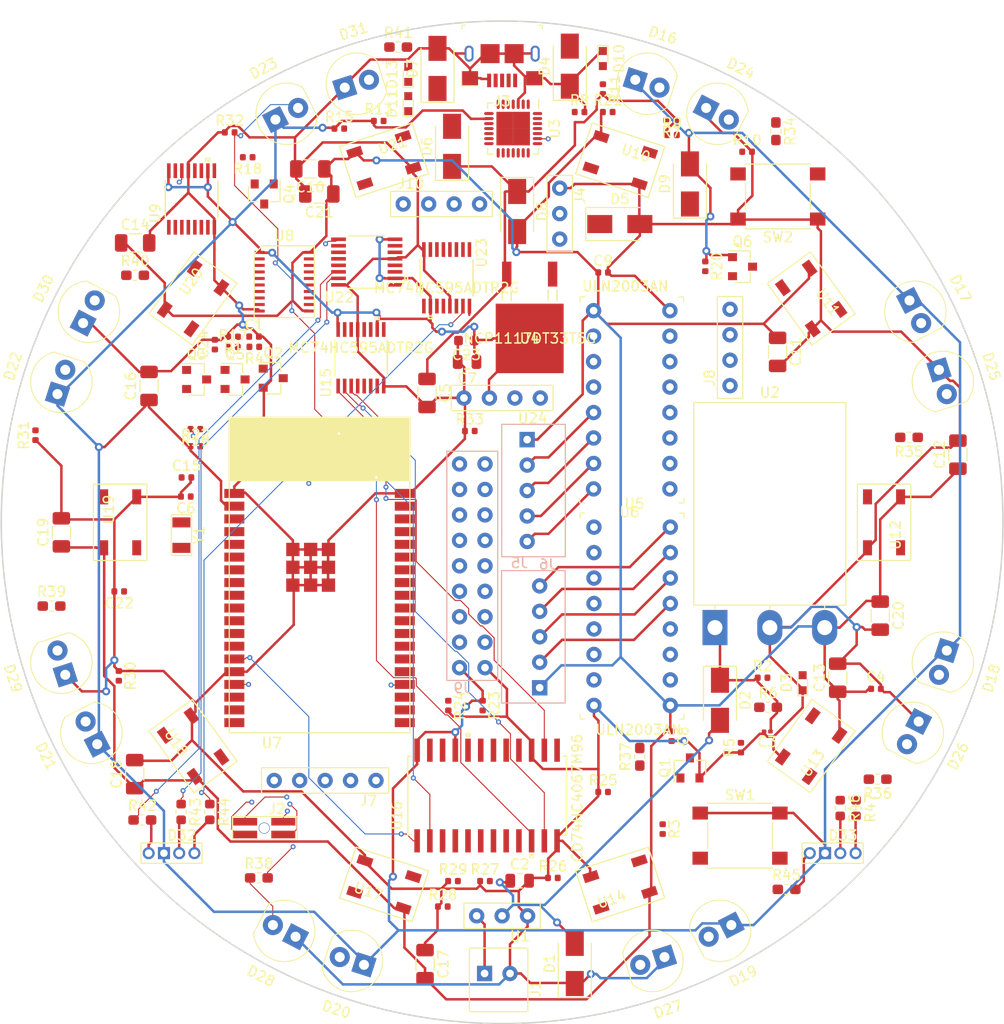
<source format=kicad_pcb>
(kicad_pcb (version 20171130) (host pcbnew "(5.1.4)-1")
  (layers (0 F.Cu signal) (1 In1.Cu signal) (2 In2.Cu signal) (31 B.Cu signal) (34 B.Paste user) (35 F.Paste user) (36 B.SilkS user) (37 F.SilkS user) (38 B.Mask user) (39 F.Mask user) (44 Edge.Cuts user))
  (net 0 "")
  (net 1 "Net-(C1-Pad1)")
  (net 2 GND)
  (net 3 "Net-(C2-Pad1)")
  (net 4 "Net-(C3-Pad1)")
  (net 5 VDD5)
  (net 6 /USB_5V)
  (net 7 /EN)
  (net 8 VDD33)
  (net 9 /IO32)
  (net 10 /IO33)
  (net 11 "Net-(D3-Pad2)")
  (net 12 "Net-(D4-Pad2)")
  (net 13 "Net-(D5-Pad1)")
  (net 14 "Net-(D7-Pad1)")
  (net 15 "Net-(D9-Pad1)")
  (net 16 "Net-(D10-Pad2)")
  (net 17 "Net-(D11-Pad1)")
  (net 18 "Net-(D11-Pad2)")
  (net 19 "Net-(D13-Pad2)")
  (net 20 "Net-(D13-Pad1)")
  (net 21 /AM0)
  (net 22 /AM1)
  (net 23 /AM2)
  (net 24 /AM3)
  (net 25 /AM4)
  (net 26 /AM5)
  (net 27 /AM6)
  (net 28 /AM7)
  (net 29 "Net-(D24-Pad2)")
  (net 30 "Net-(D25-Pad2)")
  (net 31 "Net-(D26-Pad2)")
  (net 32 "Net-(D27-Pad2)")
  (net 33 "Net-(D28-Pad2)")
  (net 34 "Net-(D29-Pad2)")
  (net 35 "Net-(D30-Pad2)")
  (net 36 "Net-(D31-Pad2)")
  (net 37 "Net-(D32-Pad3)")
  (net 38 "Net-(D32-Pad2)")
  (net 39 "Net-(D32-Pad1)")
  (net 40 "Net-(D33-Pad1)")
  (net 41 "Net-(D33-Pad2)")
  (net 42 "Net-(D33-Pad3)")
  (net 43 "Net-(J1-Pad1)")
  (net 44 /IO13)
  (net 45 /IO15)
  (net 46 /nRTS)
  (net 47 /nCTS)
  (net 48 "Net-(J3-Pad4)")
  (net 49 /RXD)
  (net 50 /TXD)
  (net 51 /M1C1)
  (net 52 /M1C4)
  (net 53 /M1C3)
  (net 54 /M1C2)
  (net 55 /M2C2)
  (net 56 /M2C3)
  (net 57 /M2C4)
  (net 58 /M2C1)
  (net 59 "Net-(J7-Pad1)")
  (net 60 "Net-(J7-Pad2)")
  (net 61 "Net-(J7-Pad3)")
  (net 62 "Net-(J7-Pad4)")
  (net 63 "Net-(J7-Pad5)")
  (net 64 /IO12)
  (net 65 /IO14)
  (net 66 /IO27)
  (net 67 /IO26)
  (net 68 /IO25)
  (net 69 /IO23)
  (net 70 /IO22)
  (net 71 /IO21)
  (net 72 /IO35)
  (net 73 /IO34)
  (net 74 /IO39)
  (net 75 /IO36)
  (net 76 /IO19)
  (net 77 /IO18)
  (net 78 /IO5)
  (net 79 /IO4)
  (net 80 /SR17)
  (net 81 "Net-(J9-Pad18)")
  (net 82 /SR32)
  (net 83 /SR31)
  (net 84 /SR30)
  (net 85 /SR29)
  (net 86 "Net-(Q1-Pad1)")
  (net 87 /IO0)
  (net 88 /IO2)
  (net 89 "Net-(Q2-Pad1)")
  (net 90 "Net-(Q3-Pad2)")
  (net 91 /nDTR)
  (net 92 "Net-(Q4-Pad2)")
  (net 93 "Net-(Q5-Pad2)")
  (net 94 /SR9)
  (net 95 /N_DIN)
  (net 96 /9v_read)
  (net 97 /VBUS)
  (net 98 /5v_read)
  (net 99 /SR22)
  (net 100 /SR21)
  (net 101 /SR20)
  (net 102 /SR19)
  (net 103 /SR18)
  (net 104 /SR16)
  (net 105 /SR15)
  (net 106 /SR14)
  (net 107 /SR23)
  (net 108 /SR24)
  (net 109 /SR25)
  (net 110 /SR26)
  (net 111 /SR27)
  (net 112 /SR28)
  (net 113 "Net-(U3-Pad1)")
  (net 114 "Net-(U3-Pad2)")
  (net 115 "Net-(U3-Pad10)")
  (net 116 "Net-(U3-Pad11)")
  (net 117 "Net-(U3-Pad12)")
  (net 118 "Net-(U3-Pad13)")
  (net 119 "Net-(U3-Pad14)")
  (net 120 "Net-(U3-Pad15)")
  (net 121 "Net-(U3-Pad16)")
  (net 122 "Net-(U3-Pad17)")
  (net 123 "Net-(U3-Pad27)")
  (net 124 "Net-(U5-Pad1)")
  (net 125 "Net-(U5-Pad2)")
  (net 126 "Net-(U5-Pad3)")
  (net 127 "Net-(U5-Pad4)")
  (net 128 "Net-(U5-Pad5)")
  (net 129 "Net-(U5-Pad6)")
  (net 130 "Net-(U5-Pad7)")
  (net 131 "Net-(U5-Pad10)")
  (net 132 "Net-(U5-Pad11)")
  (net 133 "Net-(U5-Pad12)")
  (net 134 "Net-(U6-Pad12)")
  (net 135 "Net-(U6-Pad11)")
  (net 136 "Net-(U6-Pad10)")
  (net 137 "Net-(U6-Pad7)")
  (net 138 "Net-(U6-Pad6)")
  (net 139 "Net-(U6-Pad5)")
  (net 140 "Net-(U6-Pad4)")
  (net 141 "Net-(U6-Pad3)")
  (net 142 "Net-(U6-Pad2)")
  (net 143 "Net-(U6-Pad1)")
  (net 144 /SD2)
  (net 145 /SD3)
  (net 146 /CMD)
  (net 147 /CLK)
  (net 148 /SD0)
  (net 149 /SD1)
  (net 150 "Net-(U7-Pad27)")
  (net 151 "Net-(U7-Pad28)")
  (net 152 "Net-(U7-Pad32)")
  (net 153 /SR1)
  (net 154 /SR2)
  (net 155 /SR3)
  (net 156 /SR4)
  (net 157 /SR5)
  (net 158 /SR6)
  (net 159 /SR7)
  (net 160 /SR8)
  (net 161 "Net-(U15-Pad14)")
  (net 162 "Net-(U10-Pad2)")
  (net 163 "Net-(U11-Pad2)")
  (net 164 "Net-(U12-Pad2)")
  (net 165 "Net-(U13-Pad2)")
  (net 166 "Net-(U14-Pad2)")
  (net 167 "Net-(U15-Pad9)")
  (net 168 /SR13)
  (net 169 /SR12)
  (net 170 /SR11)
  (net 171 /SR10)
  (net 172 "Net-(U17-Pad2)")
  (net 173 "Net-(U18-Pad2)")
  (net 174 "Net-(U19-Pad2)")
  (net 175 "Net-(U20-Pad2)")
  (net 176 "Net-(U21-Pad2)")
  (net 177 "Net-(U22-Pad9)")
  (net 178 "Net-(U23-Pad9)")
  (net 179 "Net-(U3-Pad20)")
  (net 180 "Net-(U3-Pad21)")
  (net 181 "Net-(U3-Pad22)")
  (module custom:camera_connector (layer B.Cu) (at 195.75 155.5)
    (fp_text reference J9 (at 0.254 2.032) (layer B.SilkS) (effects (justify mirror)))
    (fp_text value Camera)
    (pad 1 thru_hole circle (at 0 0) (size 1.524 1.524) (drill 0.762) (layers *.Cu *.Mask) (net 8 VDD33))
    (pad 2 thru_hole circle (at 2.54 0) (size 1.524 1.524) (drill 0.762) (layers *.Cu *.Mask) (net 2 GND))
    (pad 3 thru_hole circle (at 0 -2.54) (size 1.524 1.524) (drill 0.762) (layers *.Cu *.Mask) (net 66 /IO27))
    (pad 4 thru_hole circle (at 2.54 -2.54) (size 1.524 1.524) (drill 0.762) (layers *.Cu *.Mask) (net 67 /IO26))
    (pad 5 thru_hole circle (at 0 -5.08) (size 1.524 1.524) (drill 0.762) (layers *.Cu *.Mask) (net 68 /IO25))
    (pad 6 thru_hole circle (at 2.54 -5.08) (size 1.524 1.524) (drill 0.762) (layers *.Cu *.Mask) (net 69 /IO23))
    (pad 7 thru_hole circle (at 0 -7.62) (size 1.524 1.524) (drill 0.762) (layers *.Cu *.Mask) (net 70 /IO22))
    (pad 8 thru_hole circle (at 2.54 -7.62) (size 1.524 1.524) (drill 0.762) (layers *.Cu *.Mask) (net 71 /IO21))
    (pad 9 thru_hole circle (at 0 -10.16) (size 1.524 1.524) (drill 0.762) (layers *.Cu *.Mask) (net 72 /IO35))
    (pad 10 thru_hole circle (at 2.54 -10.16) (size 1.524 1.524) (drill 0.762) (layers *.Cu *.Mask) (net 73 /IO34))
    (pad 11 thru_hole circle (at 0 -12.7) (size 1.524 1.524) (drill 0.762) (layers *.Cu *.Mask) (net 74 /IO39))
    (pad 12 thru_hole circle (at 2.54 -12.7) (size 1.524 1.524) (drill 0.762) (layers *.Cu *.Mask) (net 75 /IO36))
    (pad 13 thru_hole circle (at 0 -15.24) (size 1.524 1.524) (drill 0.762) (layers *.Cu *.Mask) (net 76 /IO19))
    (pad 14 thru_hole circle (at 2.54 -15.24) (size 1.524 1.524) (drill 0.762) (layers *.Cu *.Mask) (net 77 /IO18))
    (pad 15 thru_hole circle (at 0 -17.78) (size 1.524 1.524) (drill 0.762) (layers *.Cu *.Mask) (net 78 /IO5))
    (pad 16 thru_hole circle (at 2.54 -17.78) (size 1.524 1.524) (drill 0.762) (layers *.Cu *.Mask) (net 79 /IO4))
    (pad 17 thru_hole circle (at 0 -20.32) (size 1.524 1.524) (drill 0.762) (layers *.Cu *.Mask) (net 80 /SR17))
    (pad 18 thru_hole circle (at 2.54 -20.32) (size 1.524 1.524) (drill 0.762) (layers *.Cu *.Mask) (net 81 "Net-(J9-Pad18)"))
  )
  (module custom:RGB_LED (layer F.Cu) (at 167 174)
    (fp_text reference D32 (at 1.016 -1.778) (layer F.SilkS))
    (fp_text value LED_RGBC)
    (pad 3 thru_hole circle (at 2.286 0) (size 1.2 1.2) (drill 0.75) (layers *.Cu *.Mask) (net 37 "Net-(D32-Pad3)"))
    (pad 2 thru_hole circle (at 0.762 0) (size 1.2 1.2) (drill 0.75) (layers *.Cu *.Mask) (net 38 "Net-(D32-Pad2)"))
    (pad 4 thru_hole rect (at -0.762 0) (size 1.2 1.2) (drill 0.75) (layers *.Cu *.Mask) (net 8 VDD33))
    (pad 1 thru_hole circle (at -2.286 0) (size 1.2 1.2) (drill 0.75) (layers *.Cu *.Mask) (net 39 "Net-(D32-Pad1)"))
  )
  (module custom:RGB_LED (layer F.Cu) (at 233 174)
    (fp_text reference D33 (at 1.016 -1.778) (layer F.SilkS))
    (fp_text value LED_RGBC)
    (pad 3 thru_hole circle (at 2.286 0) (size 1.2 1.2) (drill 0.75) (layers *.Cu *.Mask) (net 42 "Net-(D33-Pad3)"))
    (pad 2 thru_hole circle (at 0.762 0) (size 1.2 1.2) (drill 0.75) (layers *.Cu *.Mask) (net 41 "Net-(D33-Pad2)"))
    (pad 4 thru_hole rect (at -0.762 0) (size 1.2 1.2) (drill 0.75) (layers *.Cu *.Mask) (net 8 VDD33))
    (pad 1 thru_hole circle (at -2.286 0) (size 1.2 1.2) (drill 0.75) (layers *.Cu *.Mask) (net 40 "Net-(D33-Pad1)"))
  )
  (module custom:NeoPixel (layer F.Cu) (at 211.75 105 342)
    (fp_text reference U10 (at 1.27 -1.27 162) (layer F.SilkS))
    (fp_text value NeoPixel)
    (pad 3 smd rect (at 2.54 1.524 342) (size 1.5 0.9) (layers F.Cu F.Paste F.Mask) (net 2 GND))
    (pad 4 smd rect (at 2.54 -1.778 342) (size 1.5 0.9) (layers F.Cu F.Paste F.Mask) (net 95 /N_DIN))
    (pad 2 smd rect (at -2.54 1.524 342) (size 1.5 0.9) (layers F.Cu F.Paste F.Mask) (net 162 "Net-(U10-Pad2)"))
    (pad 1 smd rect (at -2.54 -1.778 342) (size 1.5 0.9) (layers F.Cu F.Paste F.Mask) (net 5 VDD5))
  )
  (module custom:NeoPixel (layer F.Cu) (at 230.75 118.75 306)
    (fp_text reference U11 (at 1.27 -1.27 126) (layer F.SilkS))
    (fp_text value NeoPixel)
    (pad 3 smd rect (at 2.54 1.524 306) (size 1.5 0.9) (layers F.Cu F.Paste F.Mask) (net 2 GND))
    (pad 4 smd rect (at 2.54 -1.778 306) (size 1.5 0.9) (layers F.Cu F.Paste F.Mask) (net 162 "Net-(U10-Pad2)"))
    (pad 2 smd rect (at -2.54 1.524 306) (size 1.5 0.9) (layers F.Cu F.Paste F.Mask) (net 163 "Net-(U11-Pad2)"))
    (pad 1 smd rect (at -2.54 -1.778 306) (size 1.5 0.9) (layers F.Cu F.Paste F.Mask) (net 5 VDD5))
  )
  (module custom:NeoPixel (layer F.Cu) (at 238 141 270)
    (fp_text reference U12 (at 1.27 -1.27 90) (layer F.SilkS))
    (fp_text value NeoPixel)
    (pad 3 smd rect (at 2.54 1.524 270) (size 1.5 0.9) (layers F.Cu F.Paste F.Mask) (net 2 GND))
    (pad 4 smd rect (at 2.54 -1.778 270) (size 1.5 0.9) (layers F.Cu F.Paste F.Mask) (net 163 "Net-(U11-Pad2)"))
    (pad 2 smd rect (at -2.54 1.524 270) (size 1.5 0.9) (layers F.Cu F.Paste F.Mask) (net 164 "Net-(U12-Pad2)"))
    (pad 1 smd rect (at -2.54 -1.778 270) (size 1.5 0.9) (layers F.Cu F.Paste F.Mask) (net 5 VDD5))
  )
  (module custom:NeoPixel (layer F.Cu) (at 230.75 163.25 234)
    (fp_text reference U13 (at 1.27 -1.27 54) (layer F.SilkS))
    (fp_text value NeoPixel)
    (pad 3 smd rect (at 2.54 1.524 234) (size 1.5 0.9) (layers F.Cu F.Paste F.Mask) (net 2 GND))
    (pad 4 smd rect (at 2.54 -1.778 234) (size 1.5 0.9) (layers F.Cu F.Paste F.Mask) (net 164 "Net-(U12-Pad2)"))
    (pad 2 smd rect (at -2.54 1.524 234) (size 1.5 0.9) (layers F.Cu F.Paste F.Mask) (net 165 "Net-(U13-Pad2)"))
    (pad 1 smd rect (at -2.54 -1.778 234) (size 1.5 0.9) (layers F.Cu F.Paste F.Mask) (net 5 VDD5))
  )
  (module custom:NeoPixel (layer F.Cu) (at 211.75 177 198)
    (fp_text reference U14 (at 1.27 -1.27 18) (layer F.SilkS))
    (fp_text value NeoPixel)
    (pad 3 smd rect (at 2.54 1.524 198) (size 1.5 0.9) (layers F.Cu F.Paste F.Mask) (net 2 GND))
    (pad 4 smd rect (at 2.54 -1.778 198) (size 1.5 0.9) (layers F.Cu F.Paste F.Mask) (net 165 "Net-(U13-Pad2)"))
    (pad 2 smd rect (at -2.54 1.524 198) (size 1.5 0.9) (layers F.Cu F.Paste F.Mask) (net 166 "Net-(U14-Pad2)"))
    (pad 1 smd rect (at -2.54 -1.778 198) (size 1.5 0.9) (layers F.Cu F.Paste F.Mask) (net 5 VDD5))
  )
  (module custom:NeoPixel (layer F.Cu) (at 188.25 177 162)
    (fp_text reference U17 (at 1.27 -1.27 162) (layer F.SilkS))
    (fp_text value NeoPixel)
    (pad 3 smd rect (at 2.54 1.524 162) (size 1.5 0.9) (layers F.Cu F.Paste F.Mask) (net 2 GND))
    (pad 4 smd rect (at 2.54 -1.778 162) (size 1.5 0.9) (layers F.Cu F.Paste F.Mask) (net 166 "Net-(U14-Pad2)"))
    (pad 2 smd rect (at -2.54 1.524 162) (size 1.5 0.9) (layers F.Cu F.Paste F.Mask) (net 172 "Net-(U17-Pad2)"))
    (pad 1 smd rect (at -2.54 -1.778 162) (size 1.5 0.9) (layers F.Cu F.Paste F.Mask) (net 5 VDD5))
  )
  (module custom:NeoPixel (layer F.Cu) (at 169.25 163.25 126)
    (fp_text reference U18 (at 1.27 -1.27 126) (layer F.SilkS))
    (fp_text value NeoPixel)
    (pad 3 smd rect (at 2.54 1.524 126) (size 1.5 0.9) (layers F.Cu F.Paste F.Mask) (net 2 GND))
    (pad 4 smd rect (at 2.54 -1.778 126) (size 1.5 0.9) (layers F.Cu F.Paste F.Mask) (net 172 "Net-(U17-Pad2)"))
    (pad 2 smd rect (at -2.54 1.524 126) (size 1.5 0.9) (layers F.Cu F.Paste F.Mask) (net 173 "Net-(U18-Pad2)"))
    (pad 1 smd rect (at -2.54 -1.778 126) (size 1.5 0.9) (layers F.Cu F.Paste F.Mask) (net 5 VDD5))
  )
  (module custom:NeoPixel (layer F.Cu) (at 162 141 90)
    (fp_text reference U19 (at 1.27 -1.27 90) (layer F.SilkS))
    (fp_text value NeoPixel)
    (pad 3 smd rect (at 2.54 1.524 90) (size 1.5 0.9) (layers F.Cu F.Paste F.Mask) (net 2 GND))
    (pad 4 smd rect (at 2.54 -1.778 90) (size 1.5 0.9) (layers F.Cu F.Paste F.Mask) (net 173 "Net-(U18-Pad2)"))
    (pad 2 smd rect (at -2.54 1.524 90) (size 1.5 0.9) (layers F.Cu F.Paste F.Mask) (net 174 "Net-(U19-Pad2)"))
    (pad 1 smd rect (at -2.54 -1.778 90) (size 1.5 0.9) (layers F.Cu F.Paste F.Mask) (net 5 VDD5))
  )
  (module custom:NeoPixel (layer F.Cu) (at 169.25 118.75 54)
    (fp_text reference U20 (at 1.27 -1.27 54) (layer F.SilkS))
    (fp_text value NeoPixel)
    (pad 3 smd rect (at 2.54 1.524 54) (size 1.5 0.9) (layers F.Cu F.Paste F.Mask) (net 2 GND))
    (pad 4 smd rect (at 2.54 -1.778 54) (size 1.5 0.9) (layers F.Cu F.Paste F.Mask) (net 174 "Net-(U19-Pad2)"))
    (pad 2 smd rect (at -2.54 1.524 54) (size 1.5 0.9) (layers F.Cu F.Paste F.Mask) (net 175 "Net-(U20-Pad2)"))
    (pad 1 smd rect (at -2.54 -1.778 54) (size 1.5 0.9) (layers F.Cu F.Paste F.Mask) (net 5 VDD5))
  )
  (module custom:NeoPixel (layer F.Cu) (at 188.25 105 18)
    (fp_text reference U21 (at 1.27 -1.27 18) (layer F.SilkS))
    (fp_text value NeoPixel)
    (pad 3 smd rect (at 2.54 1.524 18) (size 1.5 0.9) (layers F.Cu F.Paste F.Mask) (net 2 GND))
    (pad 4 smd rect (at 2.54 -1.778 18) (size 1.5 0.9) (layers F.Cu F.Paste F.Mask) (net 175 "Net-(U20-Pad2)"))
    (pad 2 smd rect (at -2.54 1.524 18) (size 1.5 0.9) (layers F.Cu F.Paste F.Mask) (net 176 "Net-(U21-Pad2)"))
    (pad 1 smd rect (at -2.54 -1.778 18) (size 1.5 0.9) (layers F.Cu F.Paste F.Mask) (net 5 VDD5))
  )
  (module custom:Deans_2.54_4 (layer F.Cu) (at 200 128.6 90)
    (fp_text reference U24 (at -2.032 3.048 180) (layer F.SilkS))
    (fp_text value OLED)
    (pad 1 thru_hole circle (at 0 -3.81 90) (size 1.524 1.524) (drill 0.762) (layers *.Cu *.Mask) (net 2 GND))
    (pad 2 thru_hole circle (at 0 -1.27 90) (size 1.524 1.524) (drill 0.762) (layers *.Cu *.Mask) (net 8 VDD33))
    (pad 3 thru_hole circle (at 0 1.27 90) (size 1.524 1.524) (drill 0.762) (layers *.Cu *.Mask) (net 44 /IO13))
    (pad 4 thru_hole circle (at 0 3.81 90) (size 1.524 1.524) (drill 0.762) (layers *.Cu *.Mask) (net 65 /IO14))
  )
  (module digikey-footprints:LED_5mm_Radial (layer F.Cu) (at 185.5 97.25 17.8)
    (fp_text reference D31 (at 1.27 -5.08 17.8) (layer F.SilkS))
    (fp_text value LED)
    (pad 1 thru_hole rect (at -1.27 0 17.8) (size 2 2) (drill 1) (layers *.Cu *.Mask) (net 2 GND))
    (pad 2 thru_hole circle (at 1.27 0 17.8) (size 2 2) (drill 1) (layers *.Cu *.Mask) (net 36 "Net-(D31-Pad2)"))
  )
  (module digikey-footprints:LED_5mm_Radial (layer F.Cu) (at 221.5 100.25 332.8)
    (fp_text reference D24 (at 0 -5.08 152.8) (layer F.SilkS))
    (fp_text value LED)
    (pad 1 thru_hole rect (at -1.27 0 332.8) (size 2 2) (drill 1) (layers *.Cu *.Mask) (net 2 GND))
    (pad 2 thru_hole circle (at 1.27 0 332.8) (size 2 2) (drill 1) (layers *.Cu *.Mask) (net 29 "Net-(D24-Pad2)"))
  )
  (module digikey-footprints:LED_5mm_Radial (layer F.Cu) (at 244 127 287.8)
    (fp_text reference D25 (at 0 -5.08 107.8) (layer F.SilkS))
    (fp_text value LED)
    (pad 1 thru_hole rect (at -1.27 0 287.8) (size 2 2) (drill 1) (layers *.Cu *.Mask) (net 2 GND))
    (pad 2 thru_hole circle (at 1.27 0 287.8) (size 2 2) (drill 1) (layers *.Cu *.Mask) (net 30 "Net-(D25-Pad2)"))
  )
  (module digikey-footprints:LED_5mm_Radial (layer F.Cu) (at 241 162 242.8)
    (fp_text reference D26 (at 0 -5.08 62.8) (layer F.SilkS))
    (fp_text value LED)
    (pad 1 thru_hole rect (at -1.27 0 242.8) (size 2 2) (drill 1) (layers *.Cu *.Mask) (net 2 GND))
    (pad 2 thru_hole circle (at 1.27 0 242.8) (size 2 2) (drill 1) (layers *.Cu *.Mask) (net 31 "Net-(D26-Pad2)"))
  )
  (module digikey-footprints:LED_5mm_Radial (layer F.Cu) (at 215 184.75 197.8)
    (fp_text reference D27 (at 0 -5.08 17.8) (layer F.SilkS))
    (fp_text value LED)
    (pad 1 thru_hole rect (at -1.27 0 197.8) (size 2 2) (drill 1) (layers *.Cu *.Mask) (net 2 GND))
    (pad 2 thru_hole circle (at 1.27 0 197.8) (size 2 2) (drill 1) (layers *.Cu *.Mask) (net 32 "Net-(D27-Pad2)"))
  )
  (module digikey-footprints:LED_5mm_Radial (layer F.Cu) (at 178.25 181.75 152.8)
    (fp_text reference D28 (at 0 -5.08 152.8) (layer F.SilkS))
    (fp_text value LED)
    (pad 1 thru_hole rect (at -1.27 0 152.8) (size 2 2) (drill 1) (layers *.Cu *.Mask) (net 2 GND))
    (pad 2 thru_hole circle (at 1.27 0 152.8) (size 2 2) (drill 1) (layers *.Cu *.Mask) (net 33 "Net-(D28-Pad2)"))
  )
  (module digikey-footprints:LED_5mm_Radial (layer F.Cu) (at 156 155 107.8)
    (fp_text reference D29 (at 0 -5.08 107.8) (layer F.SilkS))
    (fp_text value LED)
    (pad 1 thru_hole rect (at -1.27 0 107.8) (size 2 2) (drill 1) (layers *.Cu *.Mask) (net 2 GND))
    (pad 2 thru_hole circle (at 1.27 0 107.8) (size 2 2) (drill 1) (layers *.Cu *.Mask) (net 34 "Net-(D29-Pad2)"))
  )
  (module digikey-footprints:LED_5mm_Radial (layer F.Cu) (at 158.75 120 62.8)
    (fp_text reference D30 (at 0 -5.08 62.8) (layer F.SilkS))
    (fp_text value LED)
    (pad 1 thru_hole rect (at -1.27 0 62.8) (size 2 2) (drill 1) (layers *.Cu *.Mask) (net 2 GND))
    (pad 2 thru_hole circle (at 1.27 0 62.8) (size 2 2) (drill 1) (layers *.Cu *.Mask) (net 35 "Net-(D30-Pad2)"))
  )
  (module digikey-footprints:LED_5mm_Radial (layer F.Cu) (at 214.5 97.25 342.2)
    (fp_text reference D16 (at 0 -5.08 162.2) (layer F.SilkS))
    (fp_text value D_Photo)
    (pad 1 thru_hole rect (at -1.27 0 342.2) (size 2 2) (drill 1) (layers *.Cu *.Mask) (net 8 VDD33))
    (pad 2 thru_hole circle (at 1.27 0 342.2) (size 2 2) (drill 1) (layers *.Cu *.Mask) (net 21 /AM0))
  )
  (module digikey-footprints:LED_5mm_Radial (layer F.Cu) (at 241.25 120 297.2)
    (fp_text reference D17 (at 0 -5.08 117.2) (layer F.SilkS))
    (fp_text value D_Photo)
    (pad 1 thru_hole rect (at -1.27 0 297.2) (size 2 2) (drill 1) (layers *.Cu *.Mask) (net 8 VDD33))
    (pad 2 thru_hole circle (at 1.27 0 297.2) (size 2 2) (drill 1) (layers *.Cu *.Mask) (net 22 /AM1))
  )
  (module digikey-footprints:LED_5mm_Radial (layer F.Cu) (at 244 155 252.2)
    (fp_text reference D18 (at 0 -5.08 72.2) (layer F.SilkS))
    (fp_text value D_Photo)
    (pad 1 thru_hole rect (at -1.27 0 252.2) (size 2 2) (drill 1) (layers *.Cu *.Mask) (net 8 VDD33))
    (pad 2 thru_hole circle (at 1.27 0 252.2) (size 2 2) (drill 1) (layers *.Cu *.Mask) (net 23 /AM2))
  )
  (module digikey-footprints:LED_5mm_Radial (layer F.Cu) (at 221.75 181.75 207.2)
    (fp_text reference D19 (at 0 -5.08 27.2) (layer F.SilkS))
    (fp_text value D_Photo)
    (pad 1 thru_hole rect (at -1.27 0 207.2) (size 2 2) (drill 1) (layers *.Cu *.Mask) (net 8 VDD33))
    (pad 2 thru_hole circle (at 1.27 0 207.2) (size 2 2) (drill 1) (layers *.Cu *.Mask) (net 24 /AM3))
  )
  (module digikey-footprints:LED_5mm_Radial (layer F.Cu) (at 185 184.75 162.2)
    (fp_text reference D20 (at 0 -5.08 162.2) (layer F.SilkS))
    (fp_text value D_Photo)
    (pad 1 thru_hole rect (at -1.27 0 162.2) (size 2 2) (drill 1) (layers *.Cu *.Mask) (net 8 VDD33))
    (pad 2 thru_hole circle (at 1.27 0 162.2) (size 2 2) (drill 1) (layers *.Cu *.Mask) (net 25 /AM4))
  )
  (module digikey-footprints:LED_5mm_Radial (layer F.Cu) (at 159 162 117.2)
    (fp_text reference D21 (at 0 -5.08 117.2) (layer F.SilkS))
    (fp_text value D_Photo)
    (pad 1 thru_hole rect (at -1.27 0 117.2) (size 2 2) (drill 1) (layers *.Cu *.Mask) (net 8 VDD33))
    (pad 2 thru_hole circle (at 1.27 0 117.2) (size 2 2) (drill 1) (layers *.Cu *.Mask) (net 26 /AM5))
  )
  (module digikey-footprints:LED_5mm_Radial (layer F.Cu) (at 156 127 72.2)
    (fp_text reference D22 (at 0 -5.08 72.2) (layer F.SilkS))
    (fp_text value D_Photo)
    (pad 1 thru_hole rect (at -1.27 0 72.2) (size 2 2) (drill 1) (layers *.Cu *.Mask) (net 8 VDD33))
    (pad 2 thru_hole circle (at 1.27 0 72.2) (size 2 2) (drill 1) (layers *.Cu *.Mask) (net 27 /AM6))
  )
  (module digikey-footprints:LED_5mm_Radial (layer F.Cu) (at 178.5 100.25 27.2)
    (fp_text reference D23 (at 0 -5.08 27.2) (layer F.SilkS))
    (fp_text value D_Photo)
    (pad 1 thru_hole rect (at -1.27 0 27.2) (size 2 2) (drill 1) (layers *.Cu *.Mask) (net 8 VDD33))
    (pad 2 thru_hole circle (at 1.27 0 27.2) (size 2 2) (drill 1) (layers *.Cu *.Mask) (net 28 /AM7))
  )
  (module Package_TO_SOT_SMD:SOT-23 (layer F.Cu) (at 173.339 126.7485)
    (fp_text reference Q5 (at 0 -2.5) (layer F.SilkS))
    (fp_text value S8050)
    (pad 3 smd rect (at 1 0) (size 0.9 0.8) (layers F.Cu F.Paste F.Mask) (net 88 /IO2))
    (pad 2 smd rect (at -1 0.95) (size 0.9 0.8) (layers F.Cu F.Paste F.Mask) (net 93 "Net-(Q5-Pad2)"))
    (pad 1 smd rect (at -1 -0.95) (size 0.9 0.8) (layers F.Cu F.Paste F.Mask) (net 91 /nDTR))
  )
  (module Package_TO_SOT_SMD:SOT-23 (layer F.Cu) (at 176.25 108.25 270)
    (fp_text reference Q4 (at 0 -2.5 90) (layer F.SilkS))
    (fp_text value S8050)
    (pad 3 smd rect (at 1 0 270) (size 0.9 0.8) (layers F.Cu F.Paste F.Mask) (net 87 /IO0))
    (pad 2 smd rect (at -1 0.95 270) (size 0.9 0.8) (layers F.Cu F.Paste F.Mask) (net 92 "Net-(Q4-Pad2)"))
    (pad 1 smd rect (at -1 -0.95 270) (size 0.9 0.8) (layers F.Cu F.Paste F.Mask) (net 91 /nDTR))
  )
  (module Package_TO_SOT_SMD:SOT-23 (layer F.Cu) (at 169.5 126.75)
    (fp_text reference Q3 (at 0 -2.5) (layer F.SilkS))
    (fp_text value S8050)
    (pad 3 smd rect (at 1 0) (size 0.9 0.8) (layers F.Cu F.Paste F.Mask) (net 7 /EN))
    (pad 2 smd rect (at -1 0.95) (size 0.9 0.8) (layers F.Cu F.Paste F.Mask) (net 90 "Net-(Q3-Pad2)"))
    (pad 1 smd rect (at -1 -0.95) (size 0.9 0.8) (layers F.Cu F.Paste F.Mask) (net 46 /nRTS))
  )
  (module Capacitor_SMD:C_0402_1005Metric (layer F.Cu) (at 175.2322 122.4788)
    (fp_text reference C1 (at 0 -1.17) (layer F.SilkS))
    (fp_text value 1000pF)
    (pad 1 smd roundrect (at -0.485 0) (size 0.59 0.64) (layers F.Cu F.Paste F.Mask) (net 1 "Net-(C1-Pad1)"))
    (pad 2 smd roundrect (at 0.485 0) (size 0.59 0.64) (layers F.Cu F.Paste F.Mask) (net 2 GND))
  )
  (module Capacitor_SMD:C_0805_2012Metric (layer F.Cu) (at 201.75 176.75)
    (fp_text reference C2 (at 0 -1.65) (layer F.SilkS))
    (fp_text value 22uF)
    (pad 1 smd roundrect (at -0.9375 0) (size 0.975 1.4) (layers F.Cu F.Paste F.Mask) (net 3 "Net-(C2-Pad1)"))
    (pad 2 smd roundrect (at 0.9375 0) (size 0.975 1.4) (layers F.Cu F.Paste F.Mask) (net 2 GND))
  )
  (module Capacitor_SMD:C_0201_0603Metric (layer F.Cu) (at 226.4685 161.8615 180)
    (fp_text reference C3 (at 0 -1.05) (layer F.SilkS))
    (fp_text value 0.33uF)
    (pad 1 smd roundrect (at -0.32 0 180) (size 0.46 0.4) (layers F.Cu F.Mask) (net 4 "Net-(C3-Pad1)"))
    (pad 2 smd roundrect (at 0.32 0 180) (size 0.46 0.4) (layers F.Cu F.Mask) (net 2 GND))
  )
  (module Capacitor_SMD:C_0402_1005Metric (layer F.Cu) (at 237.3225 157.607)
    (fp_text reference C4 (at 0 -1.17) (layer F.SilkS))
    (fp_text value 0.1uF)
    (pad 2 smd roundrect (at 0.485 0) (size 0.59 0.64) (layers F.Cu F.Paste F.Mask) (net 2 GND))
    (pad 1 smd roundrect (at -0.485 0) (size 0.59 0.64) (layers F.Cu F.Paste F.Mask) (net 5 VDD5))
  )
  (module Capacitor_SMD:C_1206_3216Metric (layer F.Cu) (at 192.5 128.1 270)
    (fp_text reference C5 (at 0 -1.82 90) (layer F.SilkS))
    (fp_text value 10uF)
    (pad 2 smd roundrect (at 1.4 0 270) (size 1.25 1.75) (layers F.Cu F.Paste F.Mask) (roundrect_rratio 0.2) (net 2 GND))
    (pad 1 smd roundrect (at -1.4 0 270) (size 1.25 1.75) (layers F.Cu F.Paste F.Mask) (roundrect_rratio 0.2) (net 6 /USB_5V))
  )
  (module Capacitor_SMD:C_0402_1005Metric (layer F.Cu) (at 168.425 138.43 180)
    (fp_text reference C6 (at 0 -1.17) (layer F.SilkS))
    (fp_text value 1nF)
    (pad 1 smd roundrect (at -0.485 0 180) (size 0.59 0.64) (layers F.Cu F.Paste F.Mask) (net 7 /EN))
    (pad 2 smd roundrect (at 0.485 0 180) (size 0.59 0.64) (layers F.Cu F.Paste F.Mask) (net 2 GND))
  )
  (module Capacitor_SMD:C_0805_2012Metric (layer F.Cu) (at 196.5 125 180)
    (fp_text reference C7 (at 0 -1.65) (layer F.SilkS))
    (fp_text value 22uF)
    (pad 2 smd roundrect (at 0.9375 0 180) (size 0.975 1.4) (layers F.Cu F.Paste F.Mask) (net 2 GND))
    (pad 1 smd roundrect (at -0.9375 0 180) (size 0.975 1.4) (layers F.Cu F.Paste F.Mask) (net 8 VDD33))
  )
  (module Capacitor_SMD:C_0402_1005Metric (layer F.Cu) (at 216.916 162.329 270)
    (fp_text reference C8 (at 0 -1.17 90) (layer F.SilkS))
    (fp_text value .1uF)
    (pad 1 smd roundrect (at -0.485 0 270) (size 0.59 0.64) (layers F.Cu F.Paste F.Mask) (net 5 VDD5))
    (pad 2 smd roundrect (at 0.485 0 270) (size 0.59 0.64) (layers F.Cu F.Paste F.Mask) (net 2 GND))
  )
  (module Capacitor_SMD:C_0402_1005Metric (layer F.Cu) (at 210.081 116.078)
    (fp_text reference C9 (at 0 -1.17) (layer F.SilkS))
    (fp_text value .1uF)
    (pad 2 smd roundrect (at 0.485 0) (size 0.59 0.64) (layers F.Cu F.Paste F.Mask) (net 2 GND))
    (pad 1 smd roundrect (at -0.485 0) (size 0.59 0.64) (layers F.Cu F.Paste F.Mask) (net 5 VDD5))
  )
  (module Capacitor_SMD:C_1206_3216Metric (layer F.Cu) (at 180.85 105.75 180)
    (fp_text reference C10 (at 0 -1.82) (layer F.SilkS))
    (fp_text value 100uF)
    (pad 1 smd roundrect (at -1.4 0 180) (size 1.25 1.75) (layers F.Cu F.Paste F.Mask) (roundrect_rratio 0.2) (net 5 VDD5))
    (pad 2 smd roundrect (at 1.4 0 180) (size 1.25 1.75) (layers F.Cu F.Paste F.Mask) (roundrect_rratio 0.2) (net 2 GND))
  )
  (module Capacitor_SMD:C_1206_3216Metric (layer F.Cu) (at 227.5 124 270)
    (fp_text reference C11 (at 0 -1.82 90) (layer F.SilkS))
    (fp_text value 100uF)
    (pad 1 smd roundrect (at -1.4 0 270) (size 1.25 1.75) (layers F.Cu F.Paste F.Mask) (roundrect_rratio 0.2) (net 5 VDD5))
    (pad 2 smd roundrect (at 1.4 0 270) (size 1.25 1.75) (layers F.Cu F.Paste F.Mask) (roundrect_rratio 0.2) (net 2 GND))
  )
  (module Capacitor_SMD:C_1206_3216Metric (layer F.Cu) (at 245.5 134.25 90)
    (fp_text reference C12 (at 0 -1.82 90) (layer F.SilkS))
    (fp_text value 100uF)
    (pad 1 smd roundrect (at -1.4 0 90) (size 1.25 1.75) (layers F.Cu F.Paste F.Mask) (roundrect_rratio 0.2) (net 5 VDD5))
    (pad 2 smd roundrect (at 1.4 0 90) (size 1.25 1.75) (layers F.Cu F.Paste F.Mask) (roundrect_rratio 0.2) (net 2 GND))
  )
  (module Capacitor_SMD:C_1206_3216Metric (layer F.Cu) (at 233.5 156.5 90)
    (fp_text reference C13 (at 0 -1.82 90) (layer F.SilkS))
    (fp_text value 100uF)
    (pad 2 smd roundrect (at 1.4 0 90) (size 1.25 1.75) (layers F.Cu F.Paste F.Mask) (roundrect_rratio 0.2) (net 2 GND))
    (pad 1 smd roundrect (at -1.4 0 90) (size 1.25 1.75) (layers F.Cu F.Paste F.Mask) (roundrect_rratio 0.2) (net 5 VDD5))
  )
  (module Capacitor_SMD:C_1206_3216Metric (layer F.Cu) (at 163.3698 113.1316)
    (fp_text reference C14 (at 0 -1.82) (layer F.SilkS))
    (fp_text value 100uF)
    (pad 1 smd roundrect (at -1.4 0) (size 1.25 1.75) (layers F.Cu F.Paste F.Mask) (roundrect_rratio 0.2) (net 5 VDD5))
    (pad 2 smd roundrect (at 1.4 0) (size 1.25 1.75) (layers F.Cu F.Paste F.Mask) (roundrect_rratio 0.2) (net 2 GND))
  )
  (module Capacitor_SMD:C_0402_1005Metric (layer F.Cu) (at 168.4885 136.525)
    (fp_text reference C15 (at 0 -1.17) (layer F.SilkS))
    (fp_text value 12pF)
    (pad 2 smd roundrect (at 0.485 0) (size 0.59 0.64) (layers F.Cu F.Paste F.Mask) (net 2 GND))
    (pad 1 smd roundrect (at -0.485 0) (size 0.59 0.64) (layers F.Cu F.Paste F.Mask) (net 9 /IO32))
  )
  (module Capacitor_SMD:C_1206_3216Metric (layer F.Cu) (at 164.75 127.4 90)
    (fp_text reference C16 (at 0 -1.82 90) (layer F.SilkS))
    (fp_text value 100uF)
    (pad 2 smd roundrect (at 1.4 0 90) (size 1.25 1.75) (layers F.Cu F.Paste F.Mask) (roundrect_rratio 0.2) (net 2 GND))
    (pad 1 smd roundrect (at -1.4 0 90) (size 1.25 1.75) (layers F.Cu F.Paste F.Mask) (roundrect_rratio 0.2) (net 8 VDD33))
  )
  (module Capacitor_SMD:C_1206_3216Metric (layer F.Cu) (at 192.3034 185.0674 270)
    (fp_text reference C17 (at 0 -1.82 90) (layer F.SilkS))
    (fp_text value 100uF)
    (pad 2 smd roundrect (at 1.4 0 270) (size 1.25 1.75) (layers F.Cu F.Paste F.Mask) (roundrect_rratio 0.2) (net 5 VDD5))
    (pad 1 smd roundrect (at -1.4 0 270) (size 1.25 1.75) (layers F.Cu F.Paste F.Mask) (roundrect_rratio 0.2) (net 2 GND))
  )
  (module Capacitor_SMD:C_1206_3216Metric (layer F.Cu) (at 163.322 166.116 90)
    (fp_text reference C18 (at 0 -1.82 90) (layer F.SilkS))
    (fp_text value 100uF)
    (pad 1 smd roundrect (at -1.4 0 90) (size 1.25 1.75) (layers F.Cu F.Paste F.Mask) (roundrect_rratio 0.2) (net 5 VDD5))
    (pad 2 smd roundrect (at 1.4 0 90) (size 1.25 1.75) (layers F.Cu F.Paste F.Mask) (roundrect_rratio 0.2) (net 2 GND))
  )
  (module Capacitor_SMD:C_1206_3216Metric (layer F.Cu) (at 156 142 90)
    (fp_text reference C19 (at 0 -1.82 90) (layer F.SilkS))
    (fp_text value 100uF)
    (pad 2 smd roundrect (at 1.4 0 90) (size 1.25 1.75) (layers F.Cu F.Paste F.Mask) (roundrect_rratio 0.2) (net 2 GND))
    (pad 1 smd roundrect (at -1.4 0 90) (size 1.25 1.75) (layers F.Cu F.Paste F.Mask) (roundrect_rratio 0.2) (net 5 VDD5))
  )
  (module Capacitor_SMD:C_1206_3216Metric (layer F.Cu) (at 237.744 150.3075 270)
    (fp_text reference C20 (at 0 -1.82 90) (layer F.SilkS))
    (fp_text value 100uF)
    (pad 1 smd roundrect (at -1.4 0 270) (size 1.25 1.75) (layers F.Cu F.Paste F.Mask) (roundrect_rratio 0.2) (net 5 VDD5))
    (pad 2 smd roundrect (at 1.4 0 270) (size 1.25 1.75) (layers F.Cu F.Paste F.Mask) (roundrect_rratio 0.2) (net 2 GND))
  )
  (module Capacitor_SMD:C_1206_3216Metric (layer F.Cu) (at 181.75 108.25 180)
    (fp_text reference C21 (at 0 -1.82) (layer F.SilkS))
    (fp_text value 100uF)
    (pad 2 smd roundrect (at 1.4 0 180) (size 1.25 1.75) (layers F.Cu F.Paste F.Mask) (roundrect_rratio 0.2) (net 2 GND))
    (pad 1 smd roundrect (at -1.4 0 180) (size 1.25 1.75) (layers F.Cu F.Paste F.Mask) (roundrect_rratio 0.2) (net 5 VDD5))
  )
  (module Capacitor_SMD:C_0402_1005Metric (layer F.Cu) (at 161.775 147.8915 180)
    (fp_text reference C22 (at 0 -1.17) (layer F.SilkS))
    (fp_text value 12pF)
    (pad 1 smd roundrect (at -0.485 0 180) (size 0.59 0.64) (layers F.Cu F.Paste F.Mask) (net 10 /IO33))
    (pad 2 smd roundrect (at 0.485 0 180) (size 0.59 0.64) (layers F.Cu F.Paste F.Mask) (net 2 GND))
  )
  (module Capacitor_SMD:C_0603_1608Metric (layer F.Cu) (at 196.431 122.8725 180)
    (fp_text reference C23 (at 0 -1.43) (layer F.SilkS))
    (fp_text value 1uF)
    (pad 1 smd roundrect (at -0.7875 0 180) (size 0.875 0.95) (layers F.Cu F.Paste F.Mask) (net 8 VDD33))
    (pad 2 smd roundrect (at 0.7875 0 180) (size 0.875 0.95) (layers F.Cu F.Paste F.Mask) (net 2 GND))
  )
  (module Capacitor_SMD:C_0402_1005Metric (layer F.Cu) (at 171.323 123.2765 90)
    (fp_text reference C24 (at 0 -1.17 90) (layer F.SilkS))
    (fp_text value 0.1uF)
    (pad 2 smd roundrect (at 0.485 0 90) (size 0.59 0.64) (layers F.Cu F.Paste F.Mask) (net 2 GND))
    (pad 1 smd roundrect (at -0.485 0 90) (size 0.59 0.64) (layers F.Cu F.Paste F.Mask) (net 7 /EN))
  )
  (module Diode_SMD:D_SMA (layer F.Cu) (at 207.25 185 90)
    (fp_text reference D1 (at 0 -2.5 90) (layer F.SilkS))
    (fp_text value D_TVS)
    (pad 2 smd rect (at 2 0 90) (size 2.5 1.8) (layers F.Cu F.Paste F.Mask) (net 3 "Net-(C2-Pad1)"))
    (pad 1 smd rect (at -2 0 90) (size 2.5 1.8) (layers F.Cu F.Paste F.Mask) (net 2 GND))
  )
  (module Diode_SMD:D_SMA (layer F.Cu) (at 221.75 158.75 270)
    (fp_text reference D2 (at 0 -2.5 90) (layer F.SilkS))
    (fp_text value D_Schottky)
    (pad 1 smd rect (at -2 0 270) (size 2.5 1.8) (layers F.Cu F.Paste F.Mask) (net 4 "Net-(C3-Pad1)"))
    (pad 2 smd rect (at 2 0 270) (size 2.5 1.8) (layers F.Cu F.Paste F.Mask) (net 3 "Net-(C2-Pad1)"))
  )
  (module digikey-footprints:LED_0603 (layer F.Cu) (at 230 157 90)
    (fp_text reference D3 (at 0 -1.61 90) (layer F.SilkS))
    (fp_text value "Red LED")
    (pad 2 smd rect (at 0.75 0 90) (size 0.8 0.8) (layers F.Cu F.Paste F.Mask) (net 11 "Net-(D3-Pad2)"))
    (pad 1 smd rect (at -0.75 0 90) (size 0.8 0.8) (layers F.Cu F.Paste F.Mask) (net 2 GND))
  )
  (module Diode_SMD:D_SMA (layer F.Cu) (at 206.756 95.504 90)
    (fp_text reference D4 (at 0 -2.5 90) (layer F.SilkS))
    (fp_text value D_TVS)
    (pad 1 smd rect (at -2 0 90) (size 2.5 1.8) (layers F.Cu F.Paste F.Mask) (net 2 GND))
    (pad 2 smd rect (at 2 0 90) (size 2.5 1.8) (layers F.Cu F.Paste F.Mask) (net 12 "Net-(D4-Pad2)"))
  )
  (module Diode_SMD:D_SMA (layer F.Cu) (at 211.75 111.25)
    (fp_text reference D5 (at 0 -2.5) (layer F.SilkS))
    (fp_text value D_TVS)
    (pad 1 smd rect (at -2 0) (size 2.5 1.8) (layers F.Cu F.Paste F.Mask) (net 13 "Net-(D5-Pad1)"))
    (pad 2 smd rect (at 2 0) (size 2.5 1.8) (layers F.Cu F.Paste F.Mask) (net 2 GND))
  )
  (module Diode_SMD:D_SMA (layer F.Cu) (at 195 103.5 90)
    (fp_text reference D6 (at 0 -2.5 90) (layer F.SilkS))
    (fp_text value D_Schottky)
    (pad 2 smd rect (at 2 0 90) (size 2.5 1.8) (layers F.Cu F.Paste F.Mask) (net 12 "Net-(D4-Pad2)"))
    (pad 1 smd rect (at -2 0 90) (size 2.5 1.8) (layers F.Cu F.Paste F.Mask) (net 6 /USB_5V))
  )
  (module Diode_SMD:D_SMA (layer F.Cu) (at 193.548 95.7265 90)
    (fp_text reference D7 (at 0 -2.5 90) (layer F.SilkS))
    (fp_text value D_TVS)
    (pad 2 smd rect (at 2 0 90) (size 2.5 1.8) (layers F.Cu F.Paste F.Mask) (net 2 GND))
    (pad 1 smd rect (at -2 0 90) (size 2.5 1.8) (layers F.Cu F.Paste F.Mask) (net 14 "Net-(D7-Pad1)"))
  )
  (module Diode_SMD:D_SMA (layer F.Cu) (at 201.5 110 270)
    (fp_text reference D8 (at 0 -2.5 90) (layer F.SilkS))
    (fp_text value D_Schottky)
    (pad 2 smd rect (at 2 0 270) (size 2.5 1.8) (layers F.Cu F.Paste F.Mask) (net 5 VDD5))
    (pad 1 smd rect (at -2 0 270) (size 2.5 1.8) (layers F.Cu F.Paste F.Mask) (net 6 /USB_5V))
  )
  (module Diode_SMD:D_SMA (layer F.Cu) (at 218.75 107.25 90)
    (fp_text reference D9 (at 0 -2.5 90) (layer F.SilkS))
    (fp_text value D_Schottky)
    (pad 1 smd rect (at -2 0 90) (size 2.5 1.8) (layers F.Cu F.Paste F.Mask) (net 15 "Net-(D9-Pad1)"))
    (pad 2 smd rect (at 2 0 90) (size 2.5 1.8) (layers F.Cu F.Paste F.Mask) (net 8 VDD33))
  )
  (module digikey-footprints:LED_0603 (layer F.Cu) (at 210.058 94.742 270)
    (fp_text reference D10 (at 0 -1.61 90) (layer F.SilkS))
    (fp_text value "Red LED")
    (pad 1 smd rect (at -0.75 0 270) (size 0.8 0.8) (layers F.Cu F.Paste F.Mask) (net 2 GND))
    (pad 2 smd rect (at 0.75 0 270) (size 0.8 0.8) (layers F.Cu F.Paste F.Mask) (net 16 "Net-(D10-Pad2)"))
  )
  (module digikey-footprints:LED_0603 (layer F.Cu) (at 190.627 99.2385 90)
    (fp_text reference D11 (at 0 -1.61 90) (layer F.SilkS))
    (fp_text value BLUE_LED)
    (pad 1 smd rect (at -0.75 0 90) (size 0.8 0.8) (layers F.Cu F.Paste F.Mask) (net 17 "Net-(D11-Pad1)"))
    (pad 2 smd rect (at 0.75 0 90) (size 0.8 0.8) (layers F.Cu F.Paste F.Mask) (net 18 "Net-(D11-Pad2)"))
  )
  (module digikey-footprints:LED_0603 (layer F.Cu) (at 190.627 96.3175 90)
    (fp_text reference D13 (at 0 -1.61 90) (layer F.SilkS))
    (fp_text value BLUE_LED)
    (pad 2 smd rect (at 0.75 0 90) (size 0.8 0.8) (layers F.Cu F.Paste F.Mask) (net 19 "Net-(D13-Pad2)"))
    (pad 1 smd rect (at -0.75 0 90) (size 0.8 0.8) (layers F.Cu F.Paste F.Mask) (net 20 "Net-(D13-Pad1)"))
  )
  (module custom:JST_XHP_2 (layer F.Cu) (at 198.25 186 90)
    (fp_text reference J1 (at -1.524 5.08 90) (layer F.SilkS))
    (fp_text value "9v in")
    (pad 2 thru_hole circle (at 0 2.54 90) (size 1.524 1.524) (drill 0.762) (layers *.Cu *.Mask) (net 2 GND))
    (pad 1 thru_hole rect (at 0 0 90) (size 1.524 1.524) (drill 0.762) (layers *.Cu *.Mask) (net 43 "Net-(J1-Pad1)"))
  )
  (module custom:Jumper_Header (layer F.Cu) (at 173.075 172.643 90)
    (fp_text reference J2 (at 3.048 4.445) (layer F.SilkS))
    (fp_text value Jumper)
    (pad 1 smd rect (at 0.508 5.08 90) (size 0.76 2.4) (layers F.Cu F.Paste F.Mask) (net 44 /IO13))
    (pad 2 smd rect (at 0.508 1.27 90) (size 0.76 2.4) (layers F.Cu F.Paste F.Mask) (net 45 /IO15))
    (pad 3 smd rect (at 1.778 5.08 90) (size 0.76 2.4) (layers F.Cu F.Paste F.Mask) (net 46 /nRTS))
    (pad 4 smd rect (at 1.778 1.27 90) (size 0.76 2.4) (layers F.Cu F.Paste F.Mask) (net 47 /nCTS))
    (pad "" np_thru_hole circle (at 1.143 3.175 90) (size 1.1 1.1) (drill 1) (layers *.Cu *.Mask))
  )
  (module digikey-footprints:USB_Micro_B_Female_10118193-0001LF (layer F.Cu) (at 200 94.25 180)
    (fp_text reference J3 (at 0 -4.75) (layer F.SilkS))
    (fp_text value MicroUSB-B)
    (pad 3 smd rect (at 0 -2.675 180) (size 0.4 1.35) (layers F.Cu F.Paste F.Mask) (net 14 "Net-(D7-Pad1)"))
    (pad 4 smd rect (at 0.65 -2.675 180) (size 0.4 1.35) (layers F.Cu F.Paste F.Mask) (net 48 "Net-(J3-Pad4)"))
    (pad 5 smd rect (at 1.3 -2.675 180) (size 0.4 1.35) (layers F.Cu F.Paste F.Mask) (net 2 GND))
    (pad 2 smd rect (at -0.65 -2.675 180) (size 0.4 1.35) (layers F.Cu F.Paste F.Mask) (net 13 "Net-(D5-Pad1)"))
    (pad 1 smd rect (at -1.3 -2.675 180) (size 0.4 1.35) (layers F.Cu F.Paste F.Mask) (net 12 "Net-(D4-Pad2)"))
    (pad SH thru_hole oval (at 3.3 0 180) (size 0.9 1.6) (drill oval 0.5 1.2) (layers *.Cu *.Mask) (net 2 GND))
    (pad SH thru_hole oval (at -3.3 0 180) (size 0.9 1.6) (drill oval 0.5 1.2) (layers *.Cu *.Mask) (net 2 GND))
    (pad SH smd rect (at -3.2 -2.45 180) (size 1.6 1.4) (layers F.Cu F.Paste F.Mask) (net 2 GND))
    (pad SH smd rect (at 3.2 -2.45 180) (size 1.6 1.4) (layers F.Cu F.Paste F.Mask) (net 2 GND))
    (pad SH smd rect (at -1.2 0 180) (size 1.9 1.9) (layers F.Cu F.Paste F.Mask) (net 2 GND))
    (pad SH smd rect (at 1.2 0 180) (size 1.9 1.9) (layers F.Cu F.Paste F.Mask) (net 2 GND))
  )
  (module custom:Deans_2.54_3 (layer F.Cu) (at 205.75 112.75 180)
    (fp_text reference J4 (at -2.032 4.318 90) (layer F.SilkS))
    (fp_text value UART_Header)
    (pad 1 thru_hole circle (at 0 0 180) (size 1.524 1.524) (drill 0.762) (layers *.Cu *.Mask) (net 49 /RXD))
    (pad 2 thru_hole circle (at 0 2.54 180) (size 1.524 1.524) (drill 0.762) (layers *.Cu *.Mask) (net 50 /TXD))
    (pad 3 thru_hole circle (at 0 5.08 180) (size 1.524 1.524) (drill 0.762) (layers *.Cu *.Mask) (net 2 GND))
  )
  (module custom:JST_XHP_5 (layer B.Cu) (at 203.75 157.5)
    (fp_text reference J5 (at -2.032 -12.446) (layer B.SilkS) (effects (justify mirror)))
    (fp_text value Motor1)
    (pad 5 thru_hole circle (at 0 -10.16) (size 1.524 1.524) (drill 0.762) (layers *.Cu *.Mask) (net 51 /M1C1))
    (pad 1 thru_hole rect (at 0 0) (size 1.524 1.524) (drill 0.762) (layers *.Cu *.Mask) (net 5 VDD5))
    (pad 2 thru_hole circle (at 0 -2.54) (size 1.524 1.524) (drill 0.762) (layers *.Cu *.Mask) (net 52 /M1C4))
    (pad 3 thru_hole circle (at 0 -5.08) (size 1.524 1.524) (drill 0.762) (layers *.Cu *.Mask) (net 53 /M1C3))
    (pad 4 thru_hole circle (at 0 -7.62) (size 1.524 1.524) (drill 0.762) (layers *.Cu *.Mask) (net 54 /M1C2))
  )
  (module custom:JST_XHP_5 (layer B.Cu) (at 202.5 132.75 180)
    (fp_text reference J6 (at -2.032 -12.446) (layer B.SilkS) (effects (justify mirror)))
    (fp_text value Motor2)
    (pad 4 thru_hole circle (at 0 -7.62 180) (size 1.524 1.524) (drill 0.762) (layers *.Cu *.Mask) (net 55 /M2C2))
    (pad 3 thru_hole circle (at 0 -5.08 180) (size 1.524 1.524) (drill 0.762) (layers *.Cu *.Mask) (net 56 /M2C3))
    (pad 2 thru_hole circle (at 0 -2.54 180) (size 1.524 1.524) (drill 0.762) (layers *.Cu *.Mask) (net 57 /M2C4))
    (pad 1 thru_hole rect (at 0 0 180) (size 1.524 1.524) (drill 0.762) (layers *.Cu *.Mask) (net 5 VDD5))
    (pad 5 thru_hole circle (at 0 -10.16 180) (size 1.524 1.524) (drill 0.762) (layers *.Cu *.Mask) (net 58 /M2C1))
  )
  (module custom:Deans_2.54_5 (layer F.Cu) (at 177.25 166.75 90)
    (fp_text reference J7 (at -2.032 9.398) (layer F.SilkS))
    (fp_text value Analog_In)
    (pad 1 thru_hole circle (at 0 0 90) (size 1.524 1.524) (drill 0.762) (layers *.Cu *.Mask) (net 59 "Net-(J7-Pad1)"))
    (pad 2 thru_hole circle (at 0 2.54 90) (size 1.524 1.524) (drill 0.762) (layers *.Cu *.Mask) (net 60 "Net-(J7-Pad2)"))
    (pad 3 thru_hole circle (at 0 5.08 90) (size 1.524 1.524) (drill 0.762) (layers *.Cu *.Mask) (net 61 "Net-(J7-Pad3)"))
    (pad 4 thru_hole circle (at 0 7.62 90) (size 1.524 1.524) (drill 0.762) (layers *.Cu *.Mask) (net 62 "Net-(J7-Pad4)"))
    (pad 5 thru_hole circle (at 0 10.16 90) (size 1.524 1.524) (drill 0.762) (layers *.Cu *.Mask) (net 63 "Net-(J7-Pad5)"))
  )
  (module custom:Deans_2.54_4 (layer F.Cu) (at 222.75 119.75)
    (fp_text reference J8 (at -2.032 6.858 90) (layer F.SilkS))
    (fp_text value JTAG)
    (pad 1 thru_hole circle (at 0 0) (size 1.524 1.524) (drill 0.762) (layers *.Cu *.Mask) (net 45 /IO15))
    (pad 2 thru_hole circle (at 0 2.54) (size 1.524 1.524) (drill 0.762) (layers *.Cu *.Mask) (net 44 /IO13))
    (pad 3 thru_hole circle (at 0 5.08) (size 1.524 1.524) (drill 0.762) (layers *.Cu *.Mask) (net 64 /IO12))
    (pad 4 thru_hole circle (at 0 7.62) (size 1.524 1.524) (drill 0.762) (layers *.Cu *.Mask) (net 65 /IO14))
  )
  (module custom:Deans_2.54_4 (layer F.Cu) (at 197.75 109.25 270)
    (fp_text reference J10 (at -2.032 6.858) (layer F.SilkS))
    (fp_text value SR_Out)
    (pad 4 thru_hole circle (at 0 7.62 270) (size 1.524 1.524) (drill 0.762) (layers *.Cu *.Mask) (net 82 /SR32))
    (pad 3 thru_hole circle (at 0 5.08 270) (size 1.524 1.524) (drill 0.762) (layers *.Cu *.Mask) (net 83 /SR31))
    (pad 2 thru_hole circle (at 0 2.54 270) (size 1.524 1.524) (drill 0.762) (layers *.Cu *.Mask) (net 84 /SR30))
    (pad 1 thru_hole circle (at 0 0 270) (size 1.524 1.524) (drill 0.762) (layers *.Cu *.Mask) (net 85 /SR29))
  )
  (module Package_TO_SOT_SMD:SOT-23 (layer F.Cu) (at 218.75 165.5 90)
    (fp_text reference Q1 (at 0 -2.5 90) (layer F.SilkS))
    (fp_text value BSS138)
    (pad 1 smd rect (at -1 -0.95 90) (size 0.9 0.8) (layers F.Cu F.Paste F.Mask) (net 86 "Net-(Q1-Pad1)"))
    (pad 2 smd rect (at -1 0.95 90) (size 0.9 0.8) (layers F.Cu F.Paste F.Mask) (net 2 GND))
    (pad 3 smd rect (at 1 0 90) (size 0.9 0.8) (layers F.Cu F.Paste F.Mask) (net 87 /IO0))
  )
  (module Package_TO_SOT_SMD:SOT-23 (layer F.Cu) (at 177.149 126.6215)
    (fp_text reference Q2 (at 0 -2.5) (layer F.SilkS))
    (fp_text value BSS138)
    (pad 3 smd rect (at 1 0) (size 0.9 0.8) (layers F.Cu F.Paste F.Mask) (net 88 /IO2))
    (pad 2 smd rect (at -1 0.95) (size 0.9 0.8) (layers F.Cu F.Paste F.Mask) (net 2 GND))
    (pad 1 smd rect (at -1 -0.95) (size 0.9 0.8) (layers F.Cu F.Paste F.Mask) (net 89 "Net-(Q2-Pad1)"))
  )
  (module Package_TO_SOT_SMD:SOT-23 (layer F.Cu) (at 224 115.5)
    (fp_text reference Q6 (at 0 -2.5) (layer F.SilkS))
    (fp_text value BSS138)
    (pad 1 smd rect (at -1 -0.95) (size 0.9 0.8) (layers F.Cu F.Paste F.Mask) (net 8 VDD33))
    (pad 2 smd rect (at -1 0.95) (size 0.9 0.8) (layers F.Cu F.Paste F.Mask) (net 94 /SR9))
    (pad 3 smd rect (at 1 0) (size 0.9 0.8) (layers F.Cu F.Paste F.Mask) (net 95 /N_DIN))
  )
  (module Resistor_SMD:R_0402_1005Metric (layer F.Cu) (at 173.1415 122.4915 180)
    (fp_text reference R1 (at 0 -1.17) (layer F.SilkS))
    (fp_text value 10k)
    (pad 1 smd roundrect (at -0.485 0 180) (size 0.59 0.64) (layers F.Cu F.Paste F.Mask) (net 1 "Net-(C1-Pad1)"))
    (pad 2 smd roundrect (at 0.485 0 180) (size 0.59 0.64) (layers F.Cu F.Paste F.Mask) (net 2 GND))
  )
  (module Resistor_SMD:R_0402_1005Metric (layer F.Cu) (at 226 156.5)
    (fp_text reference R2 (at 0 -1.17) (layer F.SilkS))
    (fp_text value 300R)
    (pad 1 smd roundrect (at -0.485 0) (size 0.59 0.64) (layers F.Cu F.Paste F.Mask) (net 4 "Net-(C3-Pad1)"))
    (pad 2 smd roundrect (at 0.485 0) (size 0.59 0.64) (layers F.Cu F.Paste F.Mask) (net 11 "Net-(D3-Pad2)"))
  )
  (module Resistor_SMD:R_0402_1005Metric (layer F.Cu) (at 216.027 171.6 270)
    (fp_text reference R3 (at 0 -1.17 90) (layer F.SilkS))
    (fp_text value 1k)
    (pad 2 smd roundrect (at 0.485 0 270) (size 0.59 0.64) (layers F.Cu F.Paste F.Mask) (net 1 "Net-(C1-Pad1)"))
    (pad 1 smd roundrect (at -0.485 0 270) (size 0.59 0.64) (layers F.Cu F.Paste F.Mask) (net 86 "Net-(Q1-Pad1)"))
  )
  (module Resistor_SMD:R_0402_1005Metric (layer F.Cu) (at 175.2576 123.4948 180)
    (fp_text reference R4 (at 0 -1.17) (layer F.SilkS))
    (fp_text value 1k)
    (pad 2 smd roundrect (at 0.485 0 180) (size 0.59 0.64) (layers F.Cu F.Paste F.Mask) (net 1 "Net-(C1-Pad1)"))
    (pad 1 smd roundrect (at -0.485 0 180) (size 0.59 0.64) (layers F.Cu F.Paste F.Mask) (net 89 "Net-(Q2-Pad1)"))
  )
  (module Resistor_SMD:R_0402_1005Metric (layer F.Cu) (at 223.8375 163.472 90)
    (fp_text reference R5 (at 0 -1.17 90) (layer F.SilkS))
    (fp_text value 33k)
    (pad 2 smd roundrect (at 0.485 0 90) (size 0.59 0.64) (layers F.Cu F.Paste F.Mask) (net 96 /9v_read))
    (pad 1 smd roundrect (at -0.485 0 90) (size 0.59 0.64) (layers F.Cu F.Paste F.Mask) (net 2 GND))
  )
  (module Resistor_SMD:R_0603_1608Metric_Pad1.05x0.95mm_HandSolder (layer F.Cu) (at 226.554 159.4485)
    (fp_text reference R6 (at 0 -1.43) (layer F.SilkS))
    (fp_text value 68k)
    (pad 1 smd roundrect (at -0.875 0) (size 1.05 0.95) (layers F.Cu F.Paste F.Mask) (net 96 /9v_read))
    (pad 2 smd roundrect (at 0.875 0) (size 1.05 0.95) (layers F.Cu F.Paste F.Mask) (net 4 "Net-(C3-Pad1)"))
  )
  (module Resistor_SMD:R_0402_1005Metric (layer F.Cu) (at 216.8755 100.9015 180)
    (fp_text reference R7 (at 0 -1.17) (layer F.SilkS))
    (fp_text value 22.1k)
    (pad 1 smd roundrect (at -0.485 0 180) (size 0.59 0.64) (layers F.Cu F.Paste F.Mask) (net 6 /USB_5V))
    (pad 2 smd roundrect (at 0.485 0 180) (size 0.59 0.64) (layers F.Cu F.Paste F.Mask) (net 97 /VBUS))
  )
  (module Resistor_SMD:R_0402_1005Metric (layer F.Cu) (at 207.7315 100.076)
    (fp_text reference R8 (at 0 -1.17) (layer F.SilkS))
    (fp_text value 47.5k)
    (pad 2 smd roundrect (at 0.485 0) (size 0.59 0.64) (layers F.Cu F.Paste F.Mask) (net 2 GND))
    (pad 1 smd roundrect (at -0.485 0) (size 0.59 0.64) (layers F.Cu F.Paste F.Mask) (net 97 /VBUS))
  )
  (module Resistor_SMD:R_0402_1005Metric (layer F.Cu) (at 216.9565 102.362)
    (fp_text reference R9 (at 0 -1.17) (layer F.SilkS))
    (fp_text value 22.1k)
    (pad 2 smd roundrect (at 0.485 0) (size 0.59 0.64) (layers F.Cu F.Paste F.Mask) (net 98 /5v_read))
    (pad 1 smd roundrect (at -0.485 0) (size 0.59 0.64) (layers F.Cu F.Paste F.Mask) (net 6 /USB_5V))
  )
  (module Resistor_SMD:R_0402_1005Metric (layer F.Cu) (at 224.4574 104.0384)
    (fp_text reference R10 (at 0 -1.17) (layer F.SilkS))
    (fp_text value 47.5k)
    (pad 1 smd roundrect (at -0.485 0) (size 0.59 0.64) (layers F.Cu F.Paste F.Mask) (net 98 /5v_read))
    (pad 2 smd roundrect (at 0.485 0) (size 0.59 0.64) (layers F.Cu F.Paste F.Mask) (net 2 GND))
  )
  (module Resistor_SMD:R_0402_1005Metric (layer F.Cu) (at 210.058 97.79 270)
    (fp_text reference R11 (at 0 -1.17 90) (layer F.SilkS))
    (fp_text value 220R)
    (pad 2 smd roundrect (at 0.485 0 270) (size 0.59 0.64) (layers F.Cu F.Paste F.Mask) (net 6 /USB_5V))
    (pad 1 smd roundrect (at -0.485 0 270) (size 0.59 0.64) (layers F.Cu F.Paste F.Mask) (net 16 "Net-(D10-Pad2)"))
  )
  (module Resistor_SMD:R_0402_1005Metric (layer F.Cu) (at 187.683 100.965)
    (fp_text reference R13 (at 0 -1.17) (layer F.SilkS))
    (fp_text value 0R)
    (pad 2 smd roundrect (at 0.485 0) (size 0.59 0.64) (layers F.Cu F.Paste F.Mask) (net 18 "Net-(D11-Pad2)"))
    (pad 1 smd roundrect (at -0.485 0) (size 0.59 0.64) (layers F.Cu F.Paste F.Mask) (net 8 VDD33))
  )
  (module Resistor_SMD:R_0402_1005Metric (layer F.Cu) (at 183.746 101.727)
    (fp_text reference R15 (at 0 -1.17) (layer F.SilkS))
    (fp_text value 0R)
    (pad 1 smd roundrect (at -0.485 0) (size 0.59 0.64) (layers F.Cu F.Paste F.Mask) (net 8 VDD33))
    (pad 2 smd roundrect (at 0.485 0) (size 0.59 0.64) (layers F.Cu F.Paste F.Mask) (net 19 "Net-(D13-Pad2)"))
  )
  (module Resistor_SMD:R_0402_1005Metric (layer F.Cu) (at 173.124 123.5075)
    (fp_text reference R17 (at 0 -1.17) (layer F.SilkS))
    (fp_text value 100k)
    (pad 1 smd roundrect (at -0.485 0) (size 0.59 0.64) (layers F.Cu F.Paste F.Mask) (net 90 "Net-(Q3-Pad2)"))
    (pad 2 smd roundrect (at 0.485 0) (size 0.59 0.64) (layers F.Cu F.Paste F.Mask) (net 91 /nDTR))
  )
  (module Resistor_SMD:R_0402_1005Metric (layer F.Cu) (at 174.602 104.5845 180)
    (fp_text reference R18 (at 0 -1.17) (layer F.SilkS))
    (fp_text value 100k)
    (pad 2 smd roundrect (at 0.485 0 180) (size 0.59 0.64) (layers F.Cu F.Paste F.Mask) (net 46 /nRTS))
    (pad 1 smd roundrect (at -0.485 0 180) (size 0.59 0.64) (layers F.Cu F.Paste F.Mask) (net 92 "Net-(Q4-Pad2)"))
  )
  (module Resistor_SMD:R_0402_1005Metric (layer F.Cu) (at 169.3775 131.699 180)
    (fp_text reference R19 (at 0 -1.17) (layer F.SilkS))
    (fp_text value 100k)
    (pad 1 smd roundrect (at -0.485 0 180) (size 0.59 0.64) (layers F.Cu F.Paste F.Mask) (net 93 "Net-(Q5-Pad2)"))
    (pad 2 smd roundrect (at 0.485 0 180) (size 0.59 0.64) (layers F.Cu F.Paste F.Mask) (net 46 /nRTS))
  )
  (module Resistor_SMD:R_0402_1005Metric (layer F.Cu) (at 220.2815 115.466 270)
    (fp_text reference R20 (at 0 -1.17 90) (layer F.SilkS))
    (fp_text value 10k)
    (pad 1 smd roundrect (at -0.485 0 270) (size 0.59 0.64) (layers F.Cu F.Paste F.Mask) (net 8 VDD33))
    (pad 2 smd roundrect (at 0.485 0 270) (size 0.59 0.64) (layers F.Cu F.Paste F.Mask) (net 94 /SR9))
  )
  (module Resistor_SMD:R_0402_1005Metric (layer F.Cu) (at 210.543 100.076)
    (fp_text reference R21 (at 0 -1.17) (layer F.SilkS))
    (fp_text value 10k)
    (pad 1 smd roundrect (at -0.485 0) (size 0.59 0.64) (layers F.Cu F.Paste F.Mask) (net 5 VDD5))
    (pad 2 smd roundrect (at 0.485 0) (size 0.59 0.64) (layers F.Cu F.Paste F.Mask) (net 95 /N_DIN))
  )
  (module Resistor_SMD:R_0402_1005Metric (layer F.Cu) (at 169.3775 133.4135)
    (fp_text reference R22 (at 0 -1.17) (layer F.SilkS))
    (fp_text value 12k)
    (pad 1 smd roundrect (at -0.485 0) (size 0.59 0.64) (layers F.Cu F.Paste F.Mask) (net 8 VDD33))
    (pad 2 smd roundrect (at 0.485 0) (size 0.59 0.64) (layers F.Cu F.Paste F.Mask) (net 7 /EN))
  )
  (module Resistor_SMD:R_0402_1005Metric (layer F.Cu) (at 198.0565 159.281 270)
    (fp_text reference R23 (at 0 -1.17 90) (layer F.SilkS))
    (fp_text value 5.1k)
    (pad 2 smd roundrect (at 0.485 0 270) (size 0.59 0.64) (layers F.Cu F.Paste F.Mask) (net 87 /IO0))
    (pad 1 smd roundrect (at -0.485 0 270) (size 0.59 0.64) (layers F.Cu F.Paste F.Mask) (net 8 VDD33))
  )
  (module Resistor_SMD:R_0402_1005Metric (layer F.Cu) (at 194.6275 159.281 270)
    (fp_text reference R24 (at 0 -1.17 90) (layer F.SilkS))
    (fp_text value 5.1k)
    (pad 2 smd roundrect (at 0.485 0 270) (size 0.59 0.64) (layers F.Cu F.Paste F.Mask) (net 2 GND))
    (pad 1 smd roundrect (at -0.485 0 270) (size 0.59 0.64) (layers F.Cu F.Paste F.Mask) (net 88 /IO2))
  )
  (module Resistor_SMD:R_0402_1005Metric (layer F.Cu) (at 210.081 167.894)
    (fp_text reference R25 (at 0 -1.17) (layer F.SilkS))
    (fp_text value 10k)
    (pad 2 smd roundrect (at 0.485 0) (size 0.59 0.64) (layers F.Cu F.Paste F.Mask) (net 21 /AM0))
    (pad 1 smd roundrect (at -0.485 0) (size 0.59 0.64) (layers F.Cu F.Paste F.Mask) (net 2 GND))
  )
  (module Resistor_SMD:R_0402_1005Metric (layer F.Cu) (at 205.0645 176.4665)
    (fp_text reference R26 (at 0 -1.17) (layer F.SilkS))
    (fp_text value 10k)
    (pad 1 smd roundrect (at -0.485 0) (size 0.59 0.64) (layers F.Cu F.Paste F.Mask) (net 2 GND))
    (pad 2 smd roundrect (at 0.485 0) (size 0.59 0.64) (layers F.Cu F.Paste F.Mask) (net 22 /AM1))
  )
  (module Resistor_SMD:R_0402_1005Metric (layer F.Cu) (at 198.2875 176.784)
    (fp_text reference R27 (at 0 -1.17) (layer F.SilkS))
    (fp_text value 10k)
    (pad 2 smd roundrect (at 0.485 0) (size 0.59 0.64) (layers F.Cu F.Paste F.Mask) (net 23 /AM2))
    (pad 1 smd roundrect (at -0.485 0) (size 0.59 0.64) (layers F.Cu F.Paste F.Mask) (net 2 GND))
  )
  (module Resistor_SMD:R_0402_1005Metric (layer F.Cu) (at 194.079 179.324)
    (fp_text reference R28 (at 0 -1.17) (layer F.SilkS))
    (fp_text value 10k)
    (pad 1 smd roundrect (at -0.485 0) (size 0.59 0.64) (layers F.Cu F.Paste F.Mask) (net 2 GND))
    (pad 2 smd roundrect (at 0.485 0) (size 0.59 0.64) (layers F.Cu F.Paste F.Mask) (net 24 /AM3))
  )
  (module Resistor_SMD:R_0402_1005Metric (layer F.Cu) (at 195.095 176.784)
    (fp_text reference R29 (at 0 -1.17) (layer F.SilkS))
    (fp_text value 10k)
    (pad 2 smd roundrect (at 0.485 0) (size 0.59 0.64) (layers F.Cu F.Paste F.Mask) (net 25 /AM4))
    (pad 1 smd roundrect (at -0.485 0) (size 0.59 0.64) (layers F.Cu F.Paste F.Mask) (net 2 GND))
  )
  (module Resistor_SMD:R_0402_1005Metric (layer F.Cu) (at 161.7345 156.314 270)
    (fp_text reference R30 (at 0 -1.17 90) (layer F.SilkS))
    (fp_text value 10k)
    (pad 1 smd roundrect (at -0.485 0 270) (size 0.59 0.64) (layers F.Cu F.Paste F.Mask) (net 2 GND))
    (pad 2 smd roundrect (at 0.485 0 270) (size 0.59 0.64) (layers F.Cu F.Paste F.Mask) (net 26 /AM5))
  )
  (module Resistor_SMD:R_0402_1005Metric (layer F.Cu) (at 153.416 132.311 90)
    (fp_text reference R31 (at 0 -1.17 90) (layer F.SilkS))
    (fp_text value 10k)
    (pad 2 smd roundrect (at 0.485 0 90) (size 0.59 0.64) (layers F.Cu F.Paste F.Mask) (net 27 /AM6))
    (pad 1 smd roundrect (at -0.485 0 90) (size 0.59 0.64) (layers F.Cu F.Paste F.Mask) (net 2 GND))
  )
  (module Resistor_SMD:R_0402_1005Metric (layer F.Cu) (at 172.8065 102.108)
    (fp_text reference R32 (at 0 -1.17) (layer F.SilkS))
    (fp_text value 10k)
    (pad 1 smd roundrect (at -0.485 0) (size 0.59 0.64) (layers F.Cu F.Paste F.Mask) (net 2 GND))
    (pad 2 smd roundrect (at 0.485 0) (size 0.59 0.64) (layers F.Cu F.Paste F.Mask) (net 28 /AM7))
  )
  (module Resistor_SMD:R_0402_1005Metric (layer F.Cu) (at 196.7762 131.8895)
    (fp_text reference R33 (at 0 -1.17) (layer F.SilkS))
    (fp_text value 10k)
    (pad 1 smd roundrect (at -0.485 0) (size 0.59 0.64) (layers F.Cu F.Paste F.Mask) (net 2 GND))
    (pad 2 smd roundrect (at 0.485 0) (size 0.59 0.64) (layers F.Cu F.Paste F.Mask) (net 81 "Net-(J9-Pad18)"))
  )
  (module Resistor_SMD:R_0603_1608Metric_Pad1.05x0.95mm_HandSolder (layer F.Cu) (at 227.33 101.995 270)
    (fp_text reference R34 (at 0 -1.43 90) (layer F.SilkS))
    (fp_text value 68R)
    (pad 2 smd roundrect (at 0.875 0 270) (size 1.05 0.95) (layers F.Cu F.Paste F.Mask) (net 99 /SR22))
    (pad 1 smd roundrect (at -0.875 0 270) (size 1.05 0.95) (layers F.Cu F.Paste F.Mask) (net 29 "Net-(D24-Pad2)"))
  )
  (module Resistor_SMD:R_0603_1608Metric_Pad1.05x0.95mm_HandSolder (layer F.Cu) (at 240.6155 132.5245 180)
    (fp_text reference R35 (at 0 -1.43) (layer F.SilkS))
    (fp_text value 68R)
    (pad 1 smd roundrect (at -0.875 0 180) (size 1.05 0.95) (layers F.Cu F.Paste F.Mask) (net 30 "Net-(D25-Pad2)"))
    (pad 2 smd roundrect (at 0.875 0 180) (size 1.05 0.95) (layers F.Cu F.Paste F.Mask) (net 100 /SR21))
  )
  (module Resistor_SMD:R_0603_1608Metric_Pad1.05x0.95mm_HandSolder (layer F.Cu) (at 237.49 166.624 180)
    (fp_text reference R36 (at 0 -1.43) (layer F.SilkS))
    (fp_text value 68R)
    (pad 1 smd roundrect (at -0.875 0 180) (size 1.05 0.95) (layers F.Cu F.Paste F.Mask) (net 31 "Net-(D26-Pad2)"))
    (pad 2 smd roundrect (at 0.875 0 180) (size 1.05 0.95) (layers F.Cu F.Paste F.Mask) (net 101 /SR20))
  )
  (module Resistor_SMD:R_0603_1608Metric_Pad1.05x0.95mm_HandSolder (layer F.Cu) (at 213.741 164.3875 90)
    (fp_text reference R37 (at 0 -1.43 90) (layer F.SilkS))
    (fp_text value 68R)
    (pad 2 smd roundrect (at 0.875 0 90) (size 1.05 0.95) (layers F.Cu F.Paste F.Mask) (net 102 /SR19))
    (pad 1 smd roundrect (at -0.875 0 90) (size 1.05 0.95) (layers F.Cu F.Paste F.Mask) (net 32 "Net-(D27-Pad2)"))
  )
  (module Resistor_SMD:R_0603_1608Metric_Pad1.05x0.95mm_HandSolder (layer F.Cu) (at 175.7185 176.4665)
    (fp_text reference R38 (at 0 -1.43) (layer F.SilkS))
    (fp_text value 68R)
    (pad 1 smd roundrect (at -0.875 0) (size 1.05 0.95) (layers F.Cu F.Paste F.Mask) (net 33 "Net-(D28-Pad2)"))
    (pad 2 smd roundrect (at 0.875 0) (size 1.05 0.95) (layers F.Cu F.Paste F.Mask) (net 103 /SR18))
  )
  (module Resistor_SMD:R_0603_1608Metric_Pad1.05x0.95mm_HandSolder (layer F.Cu) (at 155.0175 149.352)
    (fp_text reference R39 (at 0 -1.43) (layer F.SilkS))
    (fp_text value 68R)
    (pad 2 smd roundrect (at 0.875 0) (size 1.05 0.95) (layers F.Cu F.Paste F.Mask) (net 104 /SR16))
    (pad 1 smd roundrect (at -0.875 0) (size 1.05 0.95) (layers F.Cu F.Paste F.Mask) (net 34 "Net-(D29-Pad2)"))
  )
  (module Resistor_SMD:R_0603_1608Metric_Pad1.05x0.95mm_HandSolder (layer F.Cu) (at 163.3614 116.3574)
    (fp_text reference R40 (at 0 -1.43) (layer F.SilkS))
    (fp_text value 68R)
    (pad 1 smd roundrect (at -0.875 0) (size 1.05 0.95) (layers F.Cu F.Paste F.Mask) (net 35 "Net-(D30-Pad2)"))
    (pad 2 smd roundrect (at 0.875 0) (size 1.05 0.95) (layers F.Cu F.Paste F.Mask) (net 105 /SR15))
  )
  (module Resistor_SMD:R_0603_1608Metric_Pad1.05x0.95mm_HandSolder (layer F.Cu) (at 189.625 93.599)
    (fp_text reference R41 (at 0 -1.43) (layer F.SilkS))
    (fp_text value 68R)
    (pad 2 smd roundrect (at 0.875 0) (size 1.05 0.95) (layers F.Cu F.Paste F.Mask) (net 106 /SR14))
    (pad 1 smd roundrect (at -0.875 0) (size 1.05 0.95) (layers F.Cu F.Paste F.Mask) (net 36 "Net-(D31-Pad2)"))
  )
  (module Resistor_SMD:R_0603_1608Metric_Pad1.05x0.95mm_HandSolder (layer F.Cu) (at 164.084 170.688)
    (fp_text reference R42 (at 0 -1.43) (layer F.SilkS))
    (fp_text value 68R)
    (pad 2 smd roundrect (at 0.875 0) (size 1.05 0.95) (layers F.Cu F.Paste F.Mask) (net 39 "Net-(D32-Pad1)"))
    (pad 1 smd roundrect (at -0.875 0) (size 1.05 0.95) (layers F.Cu F.Paste F.Mask) (net 107 /SR23))
  )
  (module Resistor_SMD:R_0603_1608Metric (layer F.Cu) (at 167.9575 169.888 270)
    (fp_text reference R43 (at 0 -1.43 90) (layer F.SilkS))
    (fp_text value 6.8R)
    (pad 2 smd roundrect (at 0.7875 0 270) (size 0.875 0.95) (layers F.Cu F.Paste F.Mask) (net 38 "Net-(D32-Pad2)"))
    (pad 1 smd roundrect (at -0.7875 0 270) (size 0.875 0.95) (layers F.Cu F.Paste F.Mask) (net 108 /SR24))
  )
  (module Resistor_SMD:R_0603_1608Metric (layer F.Cu) (at 170.815 169.888 270)
    (fp_text reference R44 (at 0 -1.43 90) (layer F.SilkS))
    (fp_text value 6.8R)
    (pad 1 smd roundrect (at -0.7875 0 270) (size 0.875 0.95) (layers F.Cu F.Paste F.Mask) (net 109 /SR25))
    (pad 2 smd roundrect (at 0.7875 0 270) (size 0.875 0.95) (layers F.Cu F.Paste F.Mask) (net 37 "Net-(D32-Pad3)"))
  )
  (module Resistor_SMD:R_0603_1608Metric_Pad1.05x0.95mm_HandSolder (layer F.Cu) (at 228.3955 177.6095)
    (fp_text reference R45 (at 0 -1.43) (layer F.SilkS))
    (fp_text value 68R)
    (pad 1 smd roundrect (at -0.875 0) (size 1.05 0.95) (layers F.Cu F.Paste F.Mask) (net 110 /SR26))
    (pad 2 smd roundrect (at 0.875 0) (size 1.05 0.95) (layers F.Cu F.Paste F.Mask) (net 40 "Net-(D33-Pad1)"))
  )
  (module Resistor_SMD:R_0603_1608Metric (layer F.Cu) (at 233.75 169.5 270)
    (fp_text reference R46 (at 0 -1.43 90) (layer F.SilkS))
    (fp_text value 6.8R)
    (pad 1 smd roundrect (at -0.7875 0 270) (size 0.875 0.95) (layers F.Cu F.Paste F.Mask) (net 111 /SR27))
    (pad 2 smd roundrect (at 0.7875 0 270) (size 0.875 0.95) (layers F.Cu F.Paste F.Mask) (net 41 "Net-(D33-Pad2)"))
  )
  (module Resistor_SMD:R_0603_1608Metric (layer F.Cu) (at 235.331 169.507 270)
    (fp_text reference R47 (at 0 -1.43 90) (layer F.SilkS))
    (fp_text value 6.8R)
    (pad 2 smd roundrect (at 0.7875 0 270) (size 0.875 0.95) (layers F.Cu F.Paste F.Mask) (net 42 "Net-(D33-Pad3)"))
    (pad 1 smd roundrect (at -0.7875 0 270) (size 0.875 0.95) (layers F.Cu F.Paste F.Mask) (net 112 /SR28))
  )
  (module Button_Switch_SMD:SW_Push_1P1T_NO_6x6mm_H9.5mm (layer F.Cu) (at 223.75 172.25)
    (fp_text reference SW1 (at 0 -4.05) (layer F.SilkS))
    (fp_text value Boot)
    (pad 2 smd rect (at 3.975 2.25) (size 1.55 1.3) (layers F.Cu F.Paste F.Mask) (net 1 "Net-(C1-Pad1)"))
    (pad 1 smd rect (at 3.975 -2.25) (size 1.55 1.3) (layers F.Cu F.Paste F.Mask) (net 8 VDD33))
    (pad 1 smd rect (at -3.975 -2.25) (size 1.55 1.3) (layers F.Cu F.Paste F.Mask) (net 8 VDD33))
    (pad 2 smd rect (at -3.975 2.25) (size 1.55 1.3) (layers F.Cu F.Paste F.Mask) (net 1 "Net-(C1-Pad1)"))
  )
  (module Button_Switch_SMD:SW_Push_1P1T_NO_6x6mm_H9.5mm (layer F.Cu) (at 227.525 108.5 180)
    (fp_text reference SW2 (at 0 -4.05) (layer F.SilkS))
    (fp_text value Reset)
    (pad 2 smd rect (at -3.975 2.25 180) (size 1.55 1.3) (layers F.Cu F.Paste F.Mask) (net 7 /EN))
    (pad 1 smd rect (at -3.975 -2.25 180) (size 1.55 1.3) (layers F.Cu F.Paste F.Mask) (net 2 GND))
    (pad 1 smd rect (at 3.975 -2.25 180) (size 1.55 1.3) (layers F.Cu F.Paste F.Mask) (net 2 GND))
    (pad 2 smd rect (at 3.975 2.25 180) (size 1.55 1.3) (layers F.Cu F.Paste F.Mask) (net 7 /EN))
  )
  (module custom:Deans_2.54_3 (layer F.Cu) (at 197.46 180.25 90)
    (fp_text reference U1 (at -2.032 4.318) (layer F.SilkS))
    (fp_text value toggle_sw)
    (pad 3 thru_hole circle (at 0 5.08 90) (size 1.524 1.524) (drill 0.762) (layers *.Cu *.Mask) (net 2 GND))
    (pad 2 thru_hole circle (at 0 2.54 90) (size 1.524 1.524) (drill 0.762) (layers *.Cu *.Mask) (net 3 "Net-(C2-Pad1)"))
    (pad 1 thru_hole circle (at 0 0 90) (size 1.524 1.524) (drill 0.762) (layers *.Cu *.Mask) (net 43 "Net-(J1-Pad1)"))
  )
  (module Package_TO_SOT_THT:TO-218-3_Horizontal_TabDown (layer F.Cu) (at 221.25 151.5)
    (fp_text reference U2 (at 5.475 -23.45) (layer F.SilkS))
    (fp_text value L7805)
    (pad "" np_thru_hole oval (at 5.475 -18.55) (size 4.04 4.04) (drill 4.04) (layers *.Cu *.Mask))
    (pad 1 thru_hole rect (at 0 0) (size 2.5 3.5) (drill 1.5) (layers *.Cu *.Mask) (net 4 "Net-(C3-Pad1)"))
    (pad 2 thru_hole oval (at 5.475 0) (size 2.5 3.5) (drill 1.5) (layers *.Cu *.Mask) (net 2 GND))
    (pad 3 thru_hole oval (at 10.95 0) (size 2.5 3.5) (drill 1.5) (layers *.Cu *.Mask) (net 5 VDD5))
  )
  (module custom:CP2102_QFN28 (layer F.Cu) (at 201.1045 101.727 270)
    (fp_text reference U3 (at 0 -4.15 90) (layer F.SilkS))
    (fp_text value CP2102N-A02-GQFN28)
    (pad 1 smd oval (at -2.425 -1.5) (size 0.3 0.95) (layers F.Cu F.Paste F.Mask) (net 113 "Net-(U3-Pad1)"))
    (pad 2 smd oval (at -2.425 -1) (size 0.3 0.95) (layers F.Cu F.Paste F.Mask) (net 114 "Net-(U3-Pad2)"))
    (pad 3 smd oval (at -2.425 -0.5) (size 0.3 0.95) (layers F.Cu F.Paste F.Mask) (net 2 GND))
    (pad 4 smd oval (at -2.425 0) (size 0.3 0.95) (layers F.Cu F.Paste F.Mask) (net 14 "Net-(D7-Pad1)"))
    (pad 5 smd oval (at -2.425 0.5) (size 0.3 0.95) (layers F.Cu F.Paste F.Mask) (net 13 "Net-(D5-Pad1)"))
    (pad 6 smd oval (at -2.425 1) (size 0.3 0.95) (layers F.Cu F.Paste F.Mask) (net 15 "Net-(D9-Pad1)"))
    (pad 7 smd oval (at -2.425 1.5) (size 0.3 0.95) (layers F.Cu F.Paste F.Mask) (net 6 /USB_5V))
    (pad 8 smd oval (at -1.5 2.425 270) (size 0.3 0.95) (layers F.Cu F.Paste F.Mask) (net 97 /VBUS))
    (pad 9 smd oval (at -1 2.425 270) (size 0.3 0.95) (layers F.Cu F.Paste F.Mask) (net 8 VDD33))
    (pad 10 smd oval (at -0.5 2.425 270) (size 0.3 0.95) (layers F.Cu F.Paste F.Mask) (net 115 "Net-(U3-Pad10)"))
    (pad 11 smd oval (at 0 2.425 270) (size 0.3 0.95) (layers F.Cu F.Paste F.Mask) (net 116 "Net-(U3-Pad11)"))
    (pad 12 smd oval (at 0.5 2.425 270) (size 0.3 0.95) (layers F.Cu F.Paste F.Mask) (net 117 "Net-(U3-Pad12)"))
    (pad 13 smd oval (at 1 2.425 270) (size 0.3 0.95) (layers F.Cu F.Paste F.Mask) (net 118 "Net-(U3-Pad13)"))
    (pad 14 smd oval (at 1.5 2.425 270) (size 0.3 0.95) (layers F.Cu F.Paste F.Mask) (net 119 "Net-(U3-Pad14)"))
    (pad 15 smd oval (at 2.425 1.5) (size 0.3 0.95) (layers F.Cu F.Paste F.Mask) (net 120 "Net-(U3-Pad15)"))
    (pad 16 smd oval (at 2.425 1) (size 0.3 0.95) (layers F.Cu F.Paste F.Mask) (net 121 "Net-(U3-Pad16)"))
    (pad 17 smd oval (at 2.425 0.5) (size 0.3 0.95) (layers F.Cu F.Paste F.Mask) (net 122 "Net-(U3-Pad17)"))
    (pad 18 smd oval (at 2.425 0) (size 0.3 0.95) (layers F.Cu F.Paste F.Mask) (net 20 "Net-(D13-Pad1)"))
    (pad 19 smd oval (at 2.425 -0.5) (size 0.3 0.95) (layers F.Cu F.Paste F.Mask) (net 17 "Net-(D11-Pad1)"))
    (pad 20 smd oval (at 2.425 -1) (size 0.3 0.95) (layers F.Cu F.Paste F.Mask) (net 179 "Net-(U3-Pad20)"))
    (pad 21 smd oval (at 2.425 -1.5) (size 0.3 0.95) (layers F.Cu F.Paste F.Mask) (net 180 "Net-(U3-Pad21)"))
    (pad 22 smd oval (at 1.5 -2.425 270) (size 0.3 0.95) (layers F.Cu F.Paste F.Mask) (net 181 "Net-(U3-Pad22)"))
    (pad 23 smd oval (at 1 -2.425 270) (size 0.3 0.95) (layers F.Cu F.Paste F.Mask) (net 47 /nCTS))
    (pad 24 smd oval (at 0.5 -2.425 270) (size 0.3 0.95) (layers F.Cu F.Paste F.Mask) (net 46 /nRTS))
    (pad 25 smd oval (at 0 -2.425 270) (size 0.3 0.95) (layers F.Cu F.Paste F.Mask) (net 49 /RXD))
    (pad 26 smd oval (at -0.5 -2.425 270) (size 0.3 0.95) (layers F.Cu F.Paste F.Mask) (net 50 /TXD))
    (pad 27 smd oval (at -1 -2.425 270) (size 0.3 0.95) (layers F.Cu F.Paste F.Mask) (net 123 "Net-(U3-Pad27)"))
    (pad 28 smd oval (at -1.5 -2.425 270) (size 0.3 0.95) (layers F.Cu F.Paste F.Mask) (net 91 /nDTR))
    (pad 29 smd rect (at -0.8375 -0.8375 270) (size 1.675 1.675) (layers F.Cu F.Paste F.Mask))
    (pad 29 smd rect (at -0.8375 0.8375 270) (size 1.675 1.675) (layers F.Cu F.Paste F.Mask))
    (pad 29 smd rect (at 0.8375 -0.8375 270) (size 1.675 1.675) (layers F.Cu F.Paste F.Mask))
    (pad 29 smd rect (at 0.8375 0.8375 270) (size 1.675 1.675) (layers F.Cu F.Paste F.Mask))
  )
  (module ncp1117:NCP1117DT33T5G (layer F.Cu) (at 202.75 122.6566 180)
    (fp_text reference U4 (at 0 0) (layer F.SilkS))
    (fp_text value NCP1117DT33T5G (at 0 0) (layer F.SilkS))
    (pad 1 smd rect (at -2.290001 6.4135 180) (size 0.9398 2.4892) (layers F.Cu F.Paste F.Mask) (net 2 GND))
    (pad 2 smd rect (at 0 0 180) (size 6.7818 6.9342) (layers F.Cu F.Paste F.Mask) (net 8 VDD33))
    (pad 3 smd rect (at 2.290001 6.4135 180) (size 0.9398 2.4892) (layers F.Cu F.Paste F.Mask) (net 6 /USB_5V))
  )
  (module digikey-footprints:Socket_DIP-16_7.62mm_Conn (layer F.Cu) (at 209.169 141.478)
    (fp_text reference U5 (at 4.04 -2.32) (layer F.SilkS))
    (fp_text value ULN2003AN (at 4.45 20.21) (layer F.SilkS))
    (pad 1 thru_hole circle (at 0 0) (size 1.524 1.524) (drill 0.762) (layers *.Cu *.Mask) (net 124 "Net-(U5-Pad1)"))
    (pad 2 thru_hole circle (at 0 2.54) (size 1.524 1.524) (drill 0.762) (layers *.Cu *.Mask) (net 125 "Net-(U5-Pad2)"))
    (pad 3 thru_hole circle (at 0 5.08) (size 1.524 1.524) (drill 0.762) (layers *.Cu *.Mask) (net 126 "Net-(U5-Pad3)"))
    (pad 4 thru_hole circle (at 0 7.62) (size 1.524 1.524) (drill 0.762) (layers *.Cu *.Mask) (net 127 "Net-(U5-Pad4)"))
    (pad 5 thru_hole circle (at 0 10.16) (size 1.524 1.524) (drill 0.762) (layers *.Cu *.Mask) (net 128 "Net-(U5-Pad5)"))
    (pad 6 thru_hole circle (at 0 12.7) (size 1.524 1.524) (drill 0.762) (layers *.Cu *.Mask) (net 129 "Net-(U5-Pad6)"))
    (pad 7 thru_hole circle (at 0 15.24) (size 1.524 1.524) (drill 0.762) (layers *.Cu *.Mask) (net 130 "Net-(U5-Pad7)"))
    (pad 8 thru_hole circle (at 0 17.78) (size 1.524 1.524) (drill 0.762) (layers *.Cu *.Mask) (net 2 GND))
    (pad 9 thru_hole circle (at 7.62 17.78) (size 1.524 1.524) (drill 0.762) (layers *.Cu *.Mask) (net 5 VDD5))
    (pad 10 thru_hole circle (at 7.62 15.24) (size 1.524 1.524) (drill 0.762) (layers *.Cu *.Mask) (net 131 "Net-(U5-Pad10)"))
    (pad 11 thru_hole circle (at 7.62 12.7) (size 1.524 1.524) (drill 0.762) (layers *.Cu *.Mask) (net 132 "Net-(U5-Pad11)"))
    (pad 12 thru_hole circle (at 7.62 10.16) (size 1.524 1.524) (drill 0.762) (layers *.Cu *.Mask) (net 133 "Net-(U5-Pad12)"))
    (pad 13 thru_hole circle (at 7.62 7.62) (size 1.524 1.524) (drill 0.762) (layers *.Cu *.Mask) (net 52 /M1C4))
    (pad 14 thru_hole circle (at 7.62 5.08) (size 1.524 1.524) (drill 0.762) (layers *.Cu *.Mask) (net 53 /M1C3))
    (pad 15 thru_hole circle (at 7.62 2.54) (size 1.524 1.524) (drill 0.762) (layers *.Cu *.Mask) (net 54 /M1C2))
    (pad 16 thru_hole circle (at 7.62 0) (size 1.524 1.524) (drill 0.762) (layers *.Cu *.Mask) (net 51 /M1C1))
  )
  (module digikey-footprints:Socket_DIP-16_7.62mm_Conn (layer F.Cu) (at 216.75 137.668 180)
    (fp_text reference U6 (at 4.04 -2.32) (layer F.SilkS))
    (fp_text value ULN2003AN (at 4.45 20.21) (layer F.SilkS))
    (pad 16 thru_hole circle (at 7.62 0 180) (size 1.524 1.524) (drill 0.762) (layers *.Cu *.Mask) (net 58 /M2C1))
    (pad 15 thru_hole circle (at 7.62 2.54 180) (size 1.524 1.524) (drill 0.762) (layers *.Cu *.Mask) (net 55 /M2C2))
    (pad 14 thru_hole circle (at 7.62 5.08 180) (size 1.524 1.524) (drill 0.762) (layers *.Cu *.Mask) (net 56 /M2C3))
    (pad 13 thru_hole circle (at 7.62 7.62 180) (size 1.524 1.524) (drill 0.762) (layers *.Cu *.Mask) (net 57 /M2C4))
    (pad 12 thru_hole circle (at 7.62 10.16 180) (size 1.524 1.524) (drill 0.762) (layers *.Cu *.Mask) (net 134 "Net-(U6-Pad12)"))
    (pad 11 thru_hole circle (at 7.62 12.7 180) (size 1.524 1.524) (drill 0.762) (layers *.Cu *.Mask) (net 135 "Net-(U6-Pad11)"))
    (pad 10 thru_hole circle (at 7.62 15.24 180) (size 1.524 1.524) (drill 0.762) (layers *.Cu *.Mask) (net 136 "Net-(U6-Pad10)"))
    (pad 9 thru_hole circle (at 7.62 17.78 180) (size 1.524 1.524) (drill 0.762) (layers *.Cu *.Mask) (net 5 VDD5))
    (pad 8 thru_hole circle (at 0 17.78 180) (size 1.524 1.524) (drill 0.762) (layers *.Cu *.Mask) (net 2 GND))
    (pad 7 thru_hole circle (at 0 15.24 180) (size 1.524 1.524) (drill 0.762) (layers *.Cu *.Mask) (net 137 "Net-(U6-Pad7)"))
    (pad 6 thru_hole circle (at 0 12.7 180) (size 1.524 1.524) (drill 0.762) (layers *.Cu *.Mask) (net 138 "Net-(U6-Pad6)"))
    (pad 5 thru_hole circle (at 0 10.16 180) (size 1.524 1.524) (drill 0.762) (layers *.Cu *.Mask) (net 139 "Net-(U6-Pad5)"))
    (pad 4 thru_hole circle (at 0 7.62 180) (size 1.524 1.524) (drill 0.762) (layers *.Cu *.Mask) (net 140 "Net-(U6-Pad4)"))
    (pad 3 thru_hole circle (at 0 5.08 180) (size 1.524 1.524) (drill 0.762) (layers *.Cu *.Mask) (net 141 "Net-(U6-Pad3)"))
    (pad 2 thru_hole circle (at 0 2.54 180) (size 1.524 1.524) (drill 0.762) (layers *.Cu *.Mask) (net 142 "Net-(U6-Pad2)"))
    (pad 1 thru_hole circle (at 0 0 180) (size 1.524 1.524) (drill 0.762) (layers *.Cu *.Mask) (net 143 "Net-(U6-Pad1)"))
  )
  (module custom:ESP32-WROVER-B (layer F.Cu) (at 172.25 130.5)
    (fp_text reference U7 (at 4.75 32.5) (layer F.SilkS))
    (fp_text value ESP32-WROVER-B)
    (pad 3 smd rect (at 1.016 10.16) (size 2 0.9) (layers F.Cu F.Paste F.Mask) (net 7 /EN))
    (pad 2 smd rect (at 1.016 8.89) (size 2 0.9) (layers F.Cu F.Paste F.Mask) (net 8 VDD33))
    (pad 1 smd rect (at 1.016 7.62) (size 2 0.9) (layers F.Cu F.Paste F.Mask) (net 2 GND))
    (pad 4 smd rect (at 1.016 11.43) (size 2 0.9) (layers F.Cu F.Paste F.Mask) (net 75 /IO36))
    (pad 5 smd rect (at 1.016 12.7) (size 2 0.9) (layers F.Cu F.Paste F.Mask) (net 74 /IO39))
    (pad 6 smd rect (at 1.016 13.97) (size 2 0.9) (layers F.Cu F.Paste F.Mask) (net 73 /IO34))
    (pad 7 smd rect (at 1.016 15.24) (size 2 0.9) (layers F.Cu F.Paste F.Mask) (net 72 /IO35))
    (pad 8 smd rect (at 1.016 16.51) (size 2 0.9) (layers F.Cu F.Paste F.Mask) (net 9 /IO32))
    (pad 9 smd rect (at 1.016 17.78) (size 2 0.9) (layers F.Cu F.Paste F.Mask) (net 10 /IO33))
    (pad 10 smd rect (at 1.016 19.05) (size 2 0.9) (layers F.Cu F.Paste F.Mask) (net 68 /IO25))
    (pad 11 smd rect (at 1.016 20.32) (size 2 0.9) (layers F.Cu F.Paste F.Mask) (net 67 /IO26))
    (pad 12 smd rect (at 1.016 21.59) (size 2 0.9) (layers F.Cu F.Paste F.Mask) (net 66 /IO27))
    (pad 13 smd rect (at 1.016 22.86) (size 2 0.9) (layers F.Cu F.Paste F.Mask) (net 65 /IO14))
    (pad 14 smd rect (at 1.016 24.13) (size 2 0.9) (layers F.Cu F.Paste F.Mask) (net 64 /IO12))
    (pad 15 smd rect (at 1.016 25.4) (size 2 0.9) (layers F.Cu F.Paste F.Mask) (net 2 GND))
    (pad 16 smd rect (at 1.016 26.67) (size 2 0.9) (layers F.Cu F.Paste F.Mask) (net 44 /IO13))
    (pad 17 smd rect (at 1.016 27.94) (size 2 0.9) (layers F.Cu F.Paste F.Mask) (net 144 /SD2))
    (pad 18 smd rect (at 1.016 29.21) (size 2 0.9) (layers F.Cu F.Paste F.Mask) (net 145 /SD3))
    (pad 19 smd rect (at 1.016 30.48) (size 2 0.9) (layers F.Cu F.Paste F.Mask) (net 146 /CMD))
    (pad 20 smd rect (at 18.034 30.48) (size 2 0.9) (layers F.Cu F.Paste F.Mask) (net 147 /CLK))
    (pad 21 smd rect (at 18.034 29.21) (size 2 0.9) (layers F.Cu F.Paste F.Mask) (net 148 /SD0))
    (pad 22 smd rect (at 18.034 27.94) (size 2 0.9) (layers F.Cu F.Paste F.Mask) (net 149 /SD1))
    (pad 23 smd rect (at 18.034 26.67) (size 2 0.9) (layers F.Cu F.Paste F.Mask) (net 45 /IO15))
    (pad 24 smd rect (at 18.034 25.4) (size 2 0.9) (layers F.Cu F.Paste F.Mask) (net 88 /IO2))
    (pad 25 smd rect (at 18.034 24.13) (size 2 0.9) (layers F.Cu F.Paste F.Mask) (net 87 /IO0))
    (pad 26 smd rect (at 18.034 22.86) (size 2 0.9) (layers F.Cu F.Paste F.Mask) (net 79 /IO4))
    (pad 27 smd rect (at 18.034 21.59) (size 2 0.9) (layers F.Cu F.Paste F.Mask) (net 150 "Net-(U7-Pad27)"))
    (pad 28 smd rect (at 18.034 20.32) (size 2 0.9) (layers F.Cu F.Paste F.Mask) (net 151 "Net-(U7-Pad28)"))
    (pad 29 smd rect (at 18.034 19.05) (size 2 0.9) (layers F.Cu F.Paste F.Mask) (net 78 /IO5))
    (pad 30 smd rect (at 18.034 17.78) (size 2 0.9) (layers F.Cu F.Paste F.Mask) (net 77 /IO18))
    (pad 31 smd rect (at 18.034 16.51) (size 2 0.9) (layers F.Cu F.Paste F.Mask) (net 76 /IO19))
    (pad 32 smd rect (at 18.034 15.24) (size 2 0.9) (layers F.Cu F.Paste F.Mask) (net 152 "Net-(U7-Pad32)"))
    (pad 33 smd rect (at 18.034 13.97) (size 2 0.9) (layers F.Cu F.Paste F.Mask) (net 71 /IO21))
    (pad 34 smd rect (at 18.034 12.7) (size 2 0.9) (layers F.Cu F.Paste F.Mask) (net 50 /TXD))
    (pad 35 smd rect (at 18.034 11.43) (size 2 0.9) (layers F.Cu F.Paste F.Mask) (net 49 /RXD))
    (pad 36 smd rect (at 18.034 10.16) (size 2 0.9) (layers F.Cu F.Paste F.Mask) (net 70 /IO22))
    (pad 37 smd rect (at 18.034 8.89) (size 2 0.9) (layers F.Cu F.Paste F.Mask) (net 69 /IO23))
    (pad 38 smd rect (at 18.034 7.62) (size 2 0.9) (layers F.Cu F.Paste F.Mask) (net 2 GND))
    (pad 39 smd rect (at 8.636 14.986) (size 1.33 1.33) (layers F.Cu F.Paste F.Mask) (net 2 GND))
    (pad 39 smd rect (at 10.414 14.986) (size 1.33 1.33) (layers F.Cu F.Paste F.Mask) (net 2 GND))
    (pad 39 smd rect (at 6.858 14.986) (size 1.33 1.33) (layers F.Cu F.Paste F.Mask) (net 2 GND))
    (pad 39 smd rect (at 6.858 13.208) (size 1.33 1.33) (layers F.Cu F.Paste F.Mask) (net 2 GND))
    (pad 39 smd rect (at 8.636 13.208) (size 1.33 1.33) (layers F.Cu F.Paste F.Mask) (net 2 GND))
    (pad 39 smd rect (at 10.414 13.208) (size 1.33 1.33) (layers F.Cu F.Paste F.Mask) (net 2 GND))
    (pad 39 smd rect (at 10.414 16.764) (size 1.33 1.33) (layers F.Cu F.Paste F.Mask) (net 2 GND))
    (pad 39 smd rect (at 8.636 16.764) (size 1.33 1.33) (layers F.Cu F.Paste F.Mask) (net 2 GND))
    (pad 39 smd rect (at 6.858 16.764) (size 1.33 1.33) (layers F.Cu F.Paste F.Mask) (net 2 GND))
  )
  (module custom:ST2378 (layer F.Cu) (at 178.25 117 270)
    (fp_text reference U8 (at -4.572 0) (layer F.SilkS))
    (fp_text value ST2378ETTR)
    (pad 20 smd rect (at -2.925 -2.454 270) (size 0.3 1) (layers F.Cu F.Paste F.Mask) (net 5 VDD5))
    (pad 1 smd rect (at -2.925 2.454 270) (size 0.3 1) (layers F.Cu F.Paste F.Mask) (net 8 VDD33))
    (pad 19 smd rect (at -2.275 -2.454 270) (size 0.3 1) (layers F.Cu F.Paste F.Mask) (net 124 "Net-(U5-Pad1)"))
    (pad 2 smd rect (at -2.275 2.454 270) (size 0.3 1) (layers F.Cu F.Paste F.Mask) (net 153 /SR1))
    (pad 18 smd rect (at -1.625 -2.454 270) (size 0.3 1) (layers F.Cu F.Paste F.Mask) (net 154 /SR2))
    (pad 3 smd rect (at -1.625 2.454 270) (size 0.3 1) (layers F.Cu F.Paste F.Mask) (net 125 "Net-(U5-Pad2)"))
    (pad 17 smd rect (at -0.975 -2.454 270) (size 0.3 1) (layers F.Cu F.Paste F.Mask) (net 126 "Net-(U5-Pad3)"))
    (pad 4 smd rect (at -0.975 2.454 270) (size 0.3 1) (layers F.Cu F.Paste F.Mask) (net 155 /SR3))
    (pad 16 smd rect (at -0.325 -2.454 270) (size 0.3 1) (layers F.Cu F.Paste F.Mask) (net 156 /SR4))
    (pad 5 smd rect (at -0.325 2.454 270) (size 0.3 1) (layers F.Cu F.Paste F.Mask) (net 127 "Net-(U5-Pad4)"))
    (pad 15 smd rect (at 0.325 -2.454 270) (size 0.3 1) (layers F.Cu F.Paste F.Mask) (net 143 "Net-(U6-Pad1)"))
    (pad 6 smd rect (at 0.325 2.454 270) (size 0.3 1) (layers F.Cu F.Paste F.Mask) (net 157 /SR5))
    (pad 14 smd rect (at 0.975 -2.454 270) (size 0.3 1) (layers F.Cu F.Paste F.Mask) (net 158 /SR6))
    (pad 7 smd rect (at 0.975 2.454 270) (size 0.3 1) (layers F.Cu F.Paste F.Mask) (net 142 "Net-(U6-Pad2)"))
    (pad 13 smd rect (at 1.625 -2.454 270) (size 0.3 1) (layers F.Cu F.Paste F.Mask) (net 141 "Net-(U6-Pad3)"))
    (pad 8 smd rect (at 1.625 2.454 270) (size 0.3 1) (layers F.Cu F.Paste F.Mask) (net 159 /SR7))
    (pad 12 smd rect (at 2.275 -2.454 270) (size 0.3 1) (layers F.Cu F.Paste F.Mask) (net 160 /SR8))
    (pad 9 smd rect (at 2.275 2.454 270) (size 0.3 1) (layers F.Cu F.Paste F.Mask) (net 140 "Net-(U6-Pad4)"))
    (pad 11 smd rect (at 2.925 -2.454 270) (size 0.3 1) (layers F.Cu F.Paste F.Mask) (net 5 VDD5))
    (pad 10 smd rect (at 2.925 2.454 270) (size 0.3 1) (layers F.Cu F.Paste F.Mask) (net 2 GND))
  )
  (module 74HC595:MC74HC595ADTR2G (layer F.Cu) (at 169 108.75 90)
    (fp_text reference U9 (at -1.4306 -3.624998 90) (layer F.SilkS))
    (fp_text value MC74HC595ADTR2G hide)
    (pad 1 smd rect (at -2.8194 -2.274999 90) (size 1.4732 0.3556) (layers F.Cu F.Paste F.Mask) (net 154 /SR2))
    (pad 2 smd rect (at -2.8194 -1.625001 90) (size 1.4732 0.3556) (layers F.Cu F.Paste F.Mask) (net 155 /SR3))
    (pad 3 smd rect (at -2.8194 -0.974999 90) (size 1.4732 0.3556) (layers F.Cu F.Paste F.Mask) (net 156 /SR4))
    (pad 4 smd rect (at -2.8194 -0.325001 90) (size 1.4732 0.3556) (layers F.Cu F.Paste F.Mask) (net 157 /SR5))
    (pad 5 smd rect (at -2.8194 0.324998 90) (size 1.4732 0.3556) (layers F.Cu F.Paste F.Mask) (net 158 /SR6))
    (pad 6 smd rect (at -2.8194 0.974999 90) (size 1.4732 0.3556) (layers F.Cu F.Paste F.Mask) (net 159 /SR7))
    (pad 7 smd rect (at -2.8194 1.624998 90) (size 1.4732 0.3556) (layers F.Cu F.Paste F.Mask) (net 160 /SR8))
    (pad 8 smd rect (at -2.8194 2.274999 90) (size 1.4732 0.3556) (layers F.Cu F.Paste F.Mask) (net 2 GND))
    (pad 9 smd rect (at 2.8194 2.274999 90) (size 1.4732 0.3556) (layers F.Cu F.Paste F.Mask) (net 161 "Net-(U15-Pad14)"))
    (pad 10 smd rect (at 2.8194 1.625001 90) (size 1.4732 0.3556) (layers F.Cu F.Paste F.Mask) (net 8 VDD33))
    (pad 11 smd rect (at 2.8194 0.974999 90) (size 1.4732 0.3556) (layers F.Cu F.Paste F.Mask) (net 87 /IO0))
    (pad 12 smd rect (at 2.8194 0.325001 90) (size 1.4732 0.3556) (layers F.Cu F.Paste F.Mask) (net 88 /IO2))
    (pad 13 smd rect (at 2.8194 -0.324998 90) (size 1.4732 0.3556) (layers F.Cu F.Paste F.Mask) (net 2 GND))
    (pad 14 smd rect (at 2.8194 -0.974999 90) (size 1.4732 0.3556) (layers F.Cu F.Paste F.Mask) (net 45 /IO15))
    (pad 15 smd rect (at 2.8194 -1.624998 90) (size 1.4732 0.3556) (layers F.Cu F.Paste F.Mask) (net 153 /SR1))
    (pad 16 smd rect (at 2.8194 -2.274999 90) (size 1.4732 0.3556) (layers F.Cu F.Paste F.Mask) (net 8 VDD33))
  )
  (module 74HC595:MC74HC595ADTR2G (layer F.Cu) (at 185.907799 124.587 90)
    (fp_text reference U15 (at -2.5 -3.5 90) (layer F.SilkS))
    (fp_text value MC74HC595ADTR2G (at 1 0) (layer F.SilkS))
    (pad 16 smd rect (at 2.8194 -2.274999 90) (size 1.4732 0.3556) (layers F.Cu F.Paste F.Mask) (net 8 VDD33))
    (pad 15 smd rect (at 2.8194 -1.624998 90) (size 1.4732 0.3556) (layers F.Cu F.Paste F.Mask) (net 94 /SR9))
    (pad 14 smd rect (at 2.8194 -0.974999 90) (size 1.4732 0.3556) (layers F.Cu F.Paste F.Mask) (net 161 "Net-(U15-Pad14)"))
    (pad 13 smd rect (at 2.8194 -0.324998 90) (size 1.4732 0.3556) (layers F.Cu F.Paste F.Mask) (net 2 GND))
    (pad 12 smd rect (at 2.8194 0.325001 90) (size 1.4732 0.3556) (layers F.Cu F.Paste F.Mask) (net 88 /IO2))
    (pad 11 smd rect (at 2.8194 0.974999 90) (size 1.4732 0.3556) (layers F.Cu F.Paste F.Mask) (net 87 /IO0))
    (pad 10 smd rect (at 2.8194 1.625001 90) (size 1.4732 0.3556) (layers F.Cu F.Paste F.Mask) (net 8 VDD33))
    (pad 9 smd rect (at 2.8194 2.274999 90) (size 1.4732 0.3556) (layers F.Cu F.Paste F.Mask) (net 167 "Net-(U15-Pad9)"))
    (pad 8 smd rect (at -2.8194 2.274999 90) (size 1.4732 0.3556) (layers F.Cu F.Paste F.Mask) (net 2 GND))
    (pad 7 smd rect (at -2.8194 1.624998 90) (size 1.4732 0.3556) (layers F.Cu F.Paste F.Mask) (net 104 /SR16))
    (pad 6 smd rect (at -2.8194 0.974999 90) (size 1.4732 0.3556) (layers F.Cu F.Paste F.Mask) (net 105 /SR15))
    (pad 5 smd rect (at -2.8194 0.324998 90) (size 1.4732 0.3556) (layers F.Cu F.Paste F.Mask) (net 106 /SR14))
    (pad 4 smd rect (at -2.8194 -0.325001 90) (size 1.4732 0.3556) (layers F.Cu F.Paste F.Mask) (net 168 /SR13))
    (pad 3 smd rect (at -2.8194 -0.974999 90) (size 1.4732 0.3556) (layers F.Cu F.Paste F.Mask) (net 169 /SR12))
    (pad 2 smd rect (at -2.8194 -1.625001 90) (size 1.4732 0.3556) (layers F.Cu F.Paste F.Mask) (net 170 /SR11))
    (pad 1 smd rect (at -2.8194 -2.274999 90) (size 1.4732 0.3556) (layers F.Cu F.Paste F.Mask) (net 171 /SR10))
  )
  (module 74HC406:CD74HC4067M96 (layer F.Cu) (at 198.5 168.25 90)
    (fp_text reference U16 (at -2 -9 90) (layer F.SilkS))
    (fp_text value CD74HC4067M96 (at -0.25 9 90) (layer F.SilkS))
    (pad 1 smd rect (at -4.5212 -6.985 90) (size 2.3114 0.5588) (layers F.Cu F.Paste F.Mask) (net 64 /IO12))
    (pad 2 smd rect (at -4.5212 -5.715 90) (size 2.3114 0.5588) (layers F.Cu F.Paste F.Mask) (net 28 /AM7))
    (pad 3 smd rect (at -4.5212 -4.445 90) (size 2.3114 0.5588) (layers F.Cu F.Paste F.Mask) (net 27 /AM6))
    (pad 4 smd rect (at -4.5212 -3.175 90) (size 2.3114 0.5588) (layers F.Cu F.Paste F.Mask) (net 26 /AM5))
    (pad 5 smd rect (at -4.5212 -1.905 90) (size 2.3114 0.5588) (layers F.Cu F.Paste F.Mask) (net 25 /AM4))
    (pad 6 smd rect (at -4.5212 -0.635 90) (size 2.3114 0.5588) (layers F.Cu F.Paste F.Mask) (net 24 /AM3))
    (pad 7 smd rect (at -4.5212 0.635 90) (size 2.3114 0.5588) (layers F.Cu F.Paste F.Mask) (net 23 /AM2))
    (pad 8 smd rect (at -4.5212 1.905 90) (size 2.3114 0.5588) (layers F.Cu F.Paste F.Mask) (net 22 /AM1))
    (pad 9 smd rect (at -4.5212 3.175 90) (size 2.3114 0.5588) (layers F.Cu F.Paste F.Mask) (net 21 /AM0))
    (pad 10 smd rect (at -4.5212 4.445 90) (size 2.3114 0.5588) (layers F.Cu F.Paste F.Mask) (net 171 /SR10))
    (pad 11 smd rect (at -4.5212 5.715 90) (size 2.3114 0.5588) (layers F.Cu F.Paste F.Mask) (net 170 /SR11))
    (pad 12 smd rect (at -4.5212 6.985 90) (size 2.3114 0.5588) (layers F.Cu F.Paste F.Mask) (net 2 GND))
    (pad 13 smd rect (at 4.5212 6.985 90) (size 2.3114 0.5588) (layers F.Cu F.Paste F.Mask) (net 168 /SR13))
    (pad 14 smd rect (at 4.5212 5.715 90) (size 2.3114 0.5588) (layers F.Cu F.Paste F.Mask) (net 169 /SR12))
    (pad 15 smd rect (at 4.5212 4.445 90) (size 2.3114 0.5588) (layers F.Cu F.Paste F.Mask) (net 2 GND))
    (pad 16 smd rect (at 4.5212 3.175 90) (size 2.3114 0.5588) (layers F.Cu F.Paste F.Mask) (net 63 "Net-(J7-Pad5)"))
    (pad 17 smd rect (at 4.5212 1.905 90) (size 2.3114 0.5588) (layers F.Cu F.Paste F.Mask) (net 62 "Net-(J7-Pad4)"))
    (pad 18 smd rect (at 4.5212 0.635 90) (size 2.3114 0.5588) (layers F.Cu F.Paste F.Mask) (net 61 "Net-(J7-Pad3)"))
    (pad 19 smd rect (at 4.5212 -0.635 90) (size 2.3114 0.5588) (layers F.Cu F.Paste F.Mask) (net 60 "Net-(J7-Pad2)"))
    (pad 20 smd rect (at 4.5212 -1.905 90) (size 2.3114 0.5588) (layers F.Cu F.Paste F.Mask) (net 59 "Net-(J7-Pad1)"))
    (pad 21 smd rect (at 4.5212 -3.175 90) (size 2.3114 0.5588) (layers F.Cu F.Paste F.Mask) (net 8 VDD33))
    (pad 22 smd rect (at 4.5212 -4.445 90) (size 2.3114 0.5588) (layers F.Cu F.Paste F.Mask) (net 98 /5v_read))
    (pad 23 smd rect (at 4.5212 -5.715 90) (size 2.3114 0.5588) (layers F.Cu F.Paste F.Mask) (net 96 /9v_read))
    (pad 24 smd rect (at 4.5212 -6.985 90) (size 2.3114 0.5588) (layers F.Cu F.Paste F.Mask) (net 8 VDD33))
  )
  (module 74HC595:MC74HC595ADTR2G (layer F.Cu) (at 186.4868 115.041799)
    (fp_text reference U22 (at -2.75 3.5) (layer F.SilkS))
    (fp_text value MC74HC595ADTR2G)
    (pad 16 smd rect (at 2.8194 -2.274999) (size 1.4732 0.3556) (layers F.Cu F.Paste F.Mask) (net 8 VDD33))
    (pad 15 smd rect (at 2.8194 -1.624998) (size 1.4732 0.3556) (layers F.Cu F.Paste F.Mask) (net 80 /SR17))
    (pad 14 smd rect (at 2.8194 -0.974999) (size 1.4732 0.3556) (layers F.Cu F.Paste F.Mask) (net 167 "Net-(U15-Pad9)"))
    (pad 13 smd rect (at 2.8194 -0.324998) (size 1.4732 0.3556) (layers F.Cu F.Paste F.Mask) (net 2 GND))
    (pad 12 smd rect (at 2.8194 0.325001) (size 1.4732 0.3556) (layers F.Cu F.Paste F.Mask) (net 88 /IO2))
    (pad 11 smd rect (at 2.8194 0.974999) (size 1.4732 0.3556) (layers F.Cu F.Paste F.Mask) (net 87 /IO0))
    (pad 10 smd rect (at 2.8194 1.625001) (size 1.4732 0.3556) (layers F.Cu F.Paste F.Mask) (net 8 VDD33))
    (pad 9 smd rect (at 2.8194 2.274999) (size 1.4732 0.3556) (layers F.Cu F.Paste F.Mask) (net 177 "Net-(U22-Pad9)"))
    (pad 8 smd rect (at -2.8194 2.274999) (size 1.4732 0.3556) (layers F.Cu F.Paste F.Mask) (net 2 GND))
    (pad 7 smd rect (at -2.8194 1.624998) (size 1.4732 0.3556) (layers F.Cu F.Paste F.Mask) (net 108 /SR24))
    (pad 6 smd rect (at -2.8194 0.974999) (size 1.4732 0.3556) (layers F.Cu F.Paste F.Mask) (net 107 /SR23))
    (pad 5 smd rect (at -2.8194 0.324998) (size 1.4732 0.3556) (layers F.Cu F.Paste F.Mask) (net 99 /SR22))
    (pad 4 smd rect (at -2.8194 -0.325001) (size 1.4732 0.3556) (layers F.Cu F.Paste F.Mask) (net 100 /SR21))
    (pad 3 smd rect (at -2.8194 -0.974999) (size 1.4732 0.3556) (layers F.Cu F.Paste F.Mask) (net 101 /SR20))
    (pad 2 smd rect (at -2.8194 -1.625001) (size 1.4732 0.3556) (layers F.Cu F.Paste F.Mask) (net 102 /SR19))
    (pad 1 smd rect (at -2.8194 -2.274999) (size 1.4732 0.3556) (layers F.Cu F.Paste F.Mask) (net 103 /SR18))
  )
  (module 74HC595:MC74HC595ADTR2G (layer F.Cu) (at 194.462999 116.6114 270)
    (fp_text reference U23 (at -2.5 -3.5 90) (layer F.SilkS))
    (fp_text value MC74HC595ADTR2G (at 1 0) (layer F.SilkS))
    (pad 1 smd rect (at -2.8194 -2.274999 270) (size 1.4732 0.3556) (layers F.Cu F.Paste F.Mask) (net 110 /SR26))
    (pad 2 smd rect (at -2.8194 -1.625001 270) (size 1.4732 0.3556) (layers F.Cu F.Paste F.Mask) (net 111 /SR27))
    (pad 3 smd rect (at -2.8194 -0.974999 270) (size 1.4732 0.3556) (layers F.Cu F.Paste F.Mask) (net 112 /SR28))
    (pad 4 smd rect (at -2.8194 -0.325001 270) (size 1.4732 0.3556) (layers F.Cu F.Paste F.Mask) (net 85 /SR29))
    (pad 5 smd rect (at -2.8194 0.324998 270) (size 1.4732 0.3556) (layers F.Cu F.Paste F.Mask) (net 84 /SR30))
    (pad 6 smd rect (at -2.8194 0.974999 270) (size 1.4732 0.3556) (layers F.Cu F.Paste F.Mask) (net 83 /SR31))
    (pad 7 smd rect (at -2.8194 1.624998 270) (size 1.4732 0.3556) (layers F.Cu F.Paste F.Mask) (net 82 /SR32))
    (pad 8 smd rect (at -2.8194 2.274999 270) (size 1.4732 0.3556) (layers F.Cu F.Paste F.Mask) (net 2 GND))
    (pad 9 smd rect (at 2.8194 2.274999 270) (size 1.4732 0.3556) (layers F.Cu F.Paste F.Mask) (net 178 "Net-(U23-Pad9)"))
    (pad 10 smd rect (at 2.8194 1.625001 270) (size 1.4732 0.3556) (layers F.Cu F.Paste F.Mask) (net 8 VDD33))
    (pad 11 smd rect (at 2.8194 0.974999 270) (size 1.4732 0.3556) (layers F.Cu F.Paste F.Mask) (net 87 /IO0))
    (pad 12 smd rect (at 2.8194 0.325001 270) (size 1.4732 0.3556) (layers F.Cu F.Paste F.Mask) (net 88 /IO2))
    (pad 13 smd rect (at 2.8194 -0.324998 270) (size 1.4732 0.3556) (layers F.Cu F.Paste F.Mask) (net 2 GND))
    (pad 14 smd rect (at 2.8194 -0.974999 270) (size 1.4732 0.3556) (layers F.Cu F.Paste F.Mask) (net 177 "Net-(U22-Pad9)"))
    (pad 15 smd rect (at 2.8194 -1.624998 270) (size 1.4732 0.3556) (layers F.Cu F.Paste F.Mask) (net 109 /SR25))
    (pad 16 smd rect (at 2.8194 -2.274999 270) (size 1.4732 0.3556) (layers F.Cu F.Paste F.Mask) (net 8 VDD33))
  )
  (module custom:FC-135R (layer F.Cu) (at 169 140.5 270)
    (fp_text reference Y1 (at 1.778 -0.762 90) (layer F.SilkS))
    (fp_text value 32.768KHz)
    (pad 1 smd rect (at 0.508 1.016 270) (size 1 1.8) (layers F.Cu F.Paste F.Mask) (net 9 /IO32))
    (pad 2 smd rect (at 3.048 1.016 270) (size 1 1.8) (layers F.Cu F.Paste F.Mask) (net 10 /IO33))
  )
  (gr_circle (center 200 141) (end 250 141) (layer Edge.Cuts) (width 0.15))
  (via (at 178.816 169.1005) (size 0.5) (drill 0.25) (layers F.Cu B.Cu) (net 44))
  (via (at 187.7695 116.6495) (size 0.8) (drill 0.4) (layers F.Cu B.Cu) (net 8))
  (via (at 160.4645 157.861) (size 0.8) (drill 0.4) (layers F.Cu B.Cu) (net 2))
  (via (at 208.8515 186.055) (size 0.8) (drill 0.4) (layers F.Cu B.Cu) (net 2))
  (segment (start 194.698 93.7265) (end 195.2055 94.234) (width 0.25) (layer F.Cu) (net 2))
  (segment (start 193.548 93.7265) (end 194.698 93.7265) (width 0.25) (layer F.Cu) (net 2))
  (segment (start 195.2055 94.234) (end 196.596 94.234) (width 0.25) (layer F.Cu) (net 2))
  (segment (start 197.85 96.7) (end 197.924 96.774) (width 0.25) (layer F.Cu) (net 2))
  (segment (start 196.8 96.7) (end 197.85 96.7) (width 0.25) (layer F.Cu) (net 2))
  (segment (start 197.924 96.774) (end 198.628 96.774) (width 0.25) (layer F.Cu) (net 2))
  (segment (start 195.284 94.234) (end 195.2055 94.234) (width 0.25) (layer F.Cu) (net 2))
  (segment (start 196.8 95.75) (end 195.284 94.234) (width 0.25) (layer F.Cu) (net 2))
  (segment (start 196.8 96.7) (end 196.8 95.75) (width 0.25) (layer F.Cu) (net 2))
  (segment (start 196.8 95.75) (end 198.316 94.234) (width 0.25) (layer F.Cu) (net 2))
  (segment (start 198.316 94.234) (end 198.882 94.234) (width 0.25) (layer F.Cu) (net 2))
  (segment (start 198.8 94.25) (end 201.152 94.25) (width 0.25) (layer F.Cu) (net 2))
  (segment (start 201.152 94.25) (end 201.168 94.234) (width 0.25) (layer F.Cu) (net 2))
  (segment (start 201.168 94.234) (end 203.2 94.234) (width 0.25) (layer F.Cu) (net 2))
  (segment (start 201.2 95.45) (end 202.27 96.52) (width 0.25) (layer F.Cu) (net 2))
  (segment (start 201.2 94.25) (end 201.2 95.45) (width 0.25) (layer F.Cu) (net 2))
  (segment (start 202.27 96.52) (end 203.2 96.52) (width 0.25) (layer F.Cu) (net 2))
  (segment (start 204.25 96.7) (end 204.832 97.282) (width 0.25) (layer F.Cu) (net 2))
  (segment (start 203.2 96.7) (end 204.25 96.7) (width 0.25) (layer F.Cu) (net 2))
  (segment (start 204.832 97.282) (end 206.756 97.282) (width 0.25) (layer F.Cu) (net 2))
  (segment (start 206.756 97.154) (end 209.93 93.98) (width 0.25) (layer F.Cu) (net 2))
  (segment (start 206.756 97.504) (end 206.756 97.154) (width 0.25) (layer F.Cu) (net 2))
  (segment (start 209.93 93.98) (end 210.058 93.98) (width 0.25) (layer F.Cu) (net 2))
  (segment (start 206.756 97.854) (end 208.28 99.378) (width 0.25) (layer F.Cu) (net 2))
  (segment (start 206.756 97.504) (end 206.756 97.854) (width 0.25) (layer F.Cu) (net 2))
  (segment (start 208.28 99.378) (end 208.28 100.076) (width 0.25) (layer F.Cu) (net 2))
  (segment (start 190.577011 94.842499) (end 186.843501 94.842499) (width 0.25) (layer F.Cu) (net 2))
  (segment (start 193.548 93.7265) (end 191.69301 93.7265) (width 0.25) (layer F.Cu) (net 2))
  (segment (start 191.69301 93.7265) (end 190.577011 94.842499) (width 0.25) (layer F.Cu) (net 2))
  (segment (start 186.843501 94.842499) (end 184.15 97.536) (width 0.25) (layer F.Cu) (net 2))
  (segment (start 184.290796 97.638233) (end 179.324 102.605029) (width 0.25) (layer F.Cu) (net 2))
  (segment (start 179.324 102.605029) (end 179.324 105.664) (width 0.25) (layer F.Cu) (net 2))
  (segment (start 179.45 106.725) (end 180.34 107.615) (width 0.25) (layer F.Cu) (net 2))
  (segment (start 179.45 105.75) (end 179.45 106.725) (width 0.25) (layer F.Cu) (net 2))
  (segment (start 180.34 107.615) (end 180.34 108.204) (width 0.25) (layer F.Cu) (net 2))
  (segment (start 173.634722 101.46299) (end 172.85701 101.46299) (width 0.25) (layer F.Cu) (net 2))
  (segment (start 179.324 102.605029) (end 174.776761 102.605029) (width 0.25) (layer F.Cu) (net 2))
  (segment (start 174.776761 102.605029) (end 173.634722 101.46299) (width 0.25) (layer F.Cu) (net 2))
  (segment (start 172.85701 101.46299) (end 172.212 102.108) (width 0.25) (layer F.Cu) (net 2))
  (segment (start 171.648199 102.108) (end 168.656 105.100199) (width 0.25) (layer F.Cu) (net 2))
  (segment (start 172.3215 102.108) (end 171.648199 102.108) (width 0.25) (layer F.Cu) (net 2))
  (segment (start 168.656 105.100199) (end 168.656 105.664) (width 0.25) (layer F.Cu) (net 2))
  (segment (start 182.090823 103.109177) (end 188.453177 103.109177) (width 0.25) (layer F.Cu) (net 2))
  (segment (start 179.45 105.75) (end 182.090823 103.109177) (width 0.25) (layer F.Cu) (net 2))
  (segment (start 188.453177 103.109177) (end 191.008 105.664) (width 0.25) (layer F.Cu) (net 2))
  (segment (start 191.582999 106.684038) (end 191.582999 113.350999) (width 0.25) (layer F.Cu) (net 2))
  (segment (start 191.136625 105.664507) (end 191.136625 106.237664) (width 0.25) (layer F.Cu) (net 2))
  (segment (start 191.136625 106.237664) (end 191.582999 106.684038) (width 0.25) (layer F.Cu) (net 2))
  (segment (start 191.582999 113.350999) (end 192.024 113.792) (width 0.25) (layer F.Cu) (net 2))
  (segment (start 190.364397 114.569601) (end 189.595399 114.569601) (width 0.25) (layer F.Cu) (net 2))
  (segment (start 191.582999 113.350999) (end 190.364397 114.569601) (width 0.25) (layer F.Cu) (net 2))
  (segment (start 189.595399 114.569601) (end 189.484 114.681) (width 0.25) (layer F.Cu) (net 2))
  (segment (start 187.116798 114.716801) (end 184.485599 117.348) (width 0.25) (layer F.Cu) (net 2))
  (segment (start 189.3062 114.716801) (end 187.116798 114.716801) (width 0.25) (layer F.Cu) (net 2))
  (segment (start 184.485599 117.348) (end 184.023 117.348) (width 0.25) (layer F.Cu) (net 2))
  (segment (start 168.675002 108.120002) (end 171.2595 110.7045) (width 0.25) (layer F.Cu) (net 2))
  (segment (start 168.675002 105.9306) (end 168.675002 108.120002) (width 0.25) (layer F.Cu) (net 2))
  (segment (start 171.2595 110.7045) (end 171.2595 111.506) (width 0.25) (layer F.Cu) (net 2))
  (segment (start 168.675002 108.120002) (end 164.846 111.949004) (width 0.25) (layer F.Cu) (net 2))
  (segment (start 164.846 111.949004) (end 164.846 113.03) (width 0.25) (layer F.Cu) (net 2))
  (segment (start 171.274999 111.5694) (end 171.274999 116.855499) (width 0.25) (layer F.Cu) (net 2))
  (segment (start 171.274999 116.855499) (end 171.8945 117.475) (width 0.25) (layer F.Cu) (net 2))
  (segment (start 174.135035 119.750001) (end 175.630001 119.750001) (width 0.25) (layer F.Cu) (net 2))
  (segment (start 171.975916 117.590882) (end 173.750517 119.365483) (width 0.25) (layer F.Cu) (net 2))
  (segment (start 175.630001 119.750001) (end 175.7045 119.8245) (width 0.25) (layer F.Cu) (net 2))
  (segment (start 173.750517 119.365483) (end 174.135035 119.750001) (width 0.25) (layer F.Cu) (net 2))
  (via (at 173.750517 119.365483) (size 0.8) (drill 0.4) (layers F.Cu B.Cu) (net 2))
  (segment (start 173.750517 119.931168) (end 174.117 120.297651) (width 0.25) (layer B.Cu) (net 2))
  (segment (start 173.750517 119.365483) (end 173.750517 119.931168) (width 0.25) (layer B.Cu) (net 2))
  (segment (start 174.117 120.297651) (end 174.117 121.285) (width 0.25) (layer B.Cu) (net 2))
  (segment (start 174.117 121.285) (end 174.117 121.285) (width 0.25) (layer B.Cu) (net 2))
  (via (at 174.117 121.285) (size 0.8) (drill 0.4) (layers F.Cu B.Cu) (net 2))
  (segment (start 174.516999 121.684999) (end 175.024999 121.684999) (width 0.25) (layer F.Cu) (net 2))
  (segment (start 174.117 121.285) (end 174.516999 121.684999) (width 0.25) (layer F.Cu) (net 2))
  (segment (start 175.024999 121.684999) (end 175.7045 122.3645) (width 0.25) (layer F.Cu) (net 2))
  (segment (start 173.551315 121.285) (end 172.6565 122.179815) (width 0.25) (layer F.Cu) (net 2))
  (segment (start 174.117 121.285) (end 173.551315 121.285) (width 0.25) (layer F.Cu) (net 2))
  (segment (start 172.6565 122.179815) (end 172.6565 122.428) (width 0.25) (layer F.Cu) (net 2))
  (segment (start 172.2615 122.4915) (end 171.944 122.809) (width 0.25) (layer F.Cu) (net 2))
  (segment (start 172.6565 122.4915) (end 172.2615 122.4915) (width 0.25) (layer F.Cu) (net 2))
  (segment (start 171.944 122.809) (end 171.323 122.809) (width 0.25) (layer F.Cu) (net 2))
  (segment (start 170.073498 122.7915) (end 166.944498 125.9205) (width 0.25) (layer F.Cu) (net 2))
  (segment (start 171.323 122.7915) (end 170.073498 122.7915) (width 0.25) (layer F.Cu) (net 2))
  (segment (start 166.944498 125.9205) (end 164.846 125.9205) (width 0.25) (layer F.Cu) (net 2))
  (segment (start 163.775 126) (end 158.8695 121.0945) (width 0.25) (layer F.Cu) (net 2))
  (segment (start 164.75 126) (end 163.775 126) (width 0.25) (layer F.Cu) (net 2))
  (segment (start 158.8695 121.0945) (end 158.242 121.0945) (width 0.25) (layer F.Cu) (net 2))
  (segment (start 176.924001 123.290601) (end 176.924001 126.859999) (width 0.25) (layer F.Cu) (net 2))
  (segment (start 175.7172 122.4788) (end 176.1122 122.4788) (width 0.25) (layer F.Cu) (net 2))
  (segment (start 176.1122 122.4788) (end 176.924001 123.290601) (width 0.25) (layer F.Cu) (net 2))
  (segment (start 176.924001 126.859999) (end 176.2125 127.5715) (width 0.25) (layer F.Cu) (net 2))
  (segment (start 185.582801 118.445202) (end 184.485599 117.348) (width 0.25) (layer F.Cu) (net 2))
  (segment (start 185.582801 121.7676) (end 185.582801 118.445202) (width 0.25) (layer F.Cu) (net 2))
  (segment (start 185.582801 123.957002) (end 188.214 126.588201) (width 0.25) (layer F.Cu) (net 2))
  (segment (start 185.582801 121.7676) (end 185.582801 123.957002) (width 0.25) (layer F.Cu) (net 2))
  (segment (start 188.214 126.588201) (end 188.214 127.4445) (width 0.25) (layer F.Cu) (net 2))
  (segment (start 188.214 127.4445) (end 190.4365 127.4445) (width 0.25) (layer F.Cu) (net 2))
  (segment (start 190.4365 127.4445) (end 192.532 129.54) (width 0.25) (layer F.Cu) (net 2))
  (segment (start 192.532 129.54) (end 193.4845 128.5875) (width 0.25) (layer F.Cu) (net 2))
  (segment (start 193.4845 128.5875) (end 196.215 128.5875) (width 0.25) (layer F.Cu) (net 2))
  (segment (start 196.215 128.5875) (end 196.215 125.5395) (width 0.25) (layer F.Cu) (net 2))
  (segment (start 196.215 125.5395) (end 195.58 124.9045) (width 0.25) (layer F.Cu) (net 2))
  (segment (start 195.58 124.9045) (end 195.58 122.7455) (width 0.25) (layer F.Cu) (net 2))
  (segment (start 194.787997 118.4442) (end 192.2145 115.870703) (width 0.25) (layer F.Cu) (net 2))
  (segment (start 194.787997 119.4308) (end 194.787997 118.4442) (width 0.25) (layer F.Cu) (net 2))
  (segment (start 192.2145 115.870703) (end 192.2145 113.792) (width 0.25) (layer F.Cu) (net 2))
  (segment (start 213.694742 107.234313) (end 213.694742 111.142242) (width 0.25) (layer F.Cu) (net 2))
  (segment (start 213.694742 111.142242) (end 213.8045 111.252) (width 0.25) (layer F.Cu) (net 2))
  (segment (start 213.8045 111.252) (end 223.139 111.252) (width 0.25) (layer F.Cu) (net 2))
  (segment (start 223.139 111.252) (end 223.5835 110.8075) (width 0.25) (layer F.Cu) (net 2))
  (segment (start 223.5835 110.8075) (end 231.521 110.8075) (width 0.25) (layer F.Cu) (net 2))
  (segment (start 231.825365 111.975365) (end 231.825365 120.853635) (width 0.25) (layer F.Cu) (net 2))
  (segment (start 231.5 110.75) (end 231.5 111.65) (width 0.25) (layer F.Cu) (net 2))
  (segment (start 231.5 111.65) (end 231.825365 111.975365) (width 0.25) (layer F.Cu) (net 2))
  (segment (start 231.825365 120.853635) (end 231.0765 121.6025) (width 0.25) (layer F.Cu) (net 2))
  (segment (start 232.95523 121.9835) (end 239.8395 121.9835) (width 0.25) (layer F.Cu) (net 2))
  (segment (start 231.825365 120.853635) (end 232.95523 121.9835) (width 0.25) (layer F.Cu) (net 2))
  (segment (start 239.8395 121.9835) (end 243.586 125.73) (width 0.25) (layer F.Cu) (net 2))
  (segment (start 245.713234 127.573203) (end 245.713234 132.556266) (width 0.25) (layer F.Cu) (net 2))
  (segment (start 245.024234 126.884203) (end 245.713234 127.573203) (width 0.25) (layer F.Cu) (net 2))
  (segment (start 243.611767 125.790796) (end 244.705174 126.884203) (width 0.25) (layer F.Cu) (net 2))
  (segment (start 244.705174 126.884203) (end 245.024234 126.884203) (width 0.25) (layer F.Cu) (net 2))
  (segment (start 245.713234 132.556266) (end 245.491 132.7785) (width 0.25) (layer F.Cu) (net 2))
  (segment (start 230.617159 122.093562) (end 230.617159 122.506341) (width 0.25) (layer F.Cu) (net 2))
  (segment (start 231.010033 121.700688) (end 230.617159 122.093562) (width 0.25) (layer F.Cu) (net 2))
  (segment (start 230.617159 122.506341) (end 227.711 125.4125) (width 0.25) (layer F.Cu) (net 2))
  (segment (start 237.29399 139.159008) (end 237.29399 142.75351) (width 0.25) (layer F.Cu) (net 2))
  (segment (start 242.907288 133.54571) (end 237.29399 139.159008) (width 0.25) (layer F.Cu) (net 2))
  (segment (start 245.5 132.85) (end 244.80429 133.54571) (width 0.25) (layer F.Cu) (net 2))
  (segment (start 244.80429 133.54571) (end 242.907288 133.54571) (width 0.25) (layer F.Cu) (net 2))
  (segment (start 237.29399 142.75351) (end 236.5375 143.51) (width 0.25) (layer F.Cu) (net 2))
  (segment (start 236.476 143.84) (end 228.8685 151.4475) (width 0.25) (layer F.Cu) (net 2))
  (segment (start 236.476 143.54) (end 236.476 143.84) (width 0.25) (layer F.Cu) (net 2))
  (segment (start 228.8685 151.4475) (end 226.7585 151.4475) (width 0.25) (layer F.Cu) (net 2))
  (segment (start 230.891 149.42499) (end 233.37199 149.42499) (width 0.25) (layer B.Cu) (net 2))
  (segment (start 226.725 151.5) (end 228.81599 151.5) (width 0.25) (layer B.Cu) (net 2))
  (segment (start 228.81599 151.5) (end 230.891 149.42499) (width 0.25) (layer B.Cu) (net 2))
  (segment (start 233.37199 149.42499) (end 235.3945 151.4475) (width 0.25) (layer B.Cu) (net 2))
  (segment (start 235.3945 151.4475) (end 235.3945 151.4475) (width 0.25) (layer B.Cu) (net 2))
  (via (at 235.3945 151.4475) (size 0.8) (drill 0.4) (layers F.Cu B.Cu) (net 2))
  (segment (start 235.960185 151.4475) (end 236.214185 151.7015) (width 0.25) (layer F.Cu) (net 2))
  (segment (start 235.3945 151.4475) (end 235.960185 151.4475) (width 0.25) (layer F.Cu) (net 2))
  (segment (start 236.214185 151.7015) (end 237.6805 151.7015) (width 0.25) (layer F.Cu) (net 2))
  (segment (start 235.3945 151.4475) (end 235.3945 153.2255) (width 0.25) (layer F.Cu) (net 2))
  (segment (start 235.3945 153.2255) (end 233.553 155.067) (width 0.25) (layer F.Cu) (net 2))
  (segment (start 235.7205 155.1) (end 237.8075 157.187) (width 0.25) (layer F.Cu) (net 2))
  (segment (start 233.5 155.1) (end 235.7205 155.1) (width 0.25) (layer F.Cu) (net 2))
  (segment (start 237.8075 157.187) (end 237.8075 157.607) (width 0.25) (layer F.Cu) (net 2))
  (segment (start 238.141668 157.941168) (end 238.713168 157.941168) (width 0.25) (layer F.Cu) (net 2))
  (segment (start 237.8075 157.607) (end 238.141668 157.941168) (width 0.25) (layer F.Cu) (net 2))
  (segment (start 238.713168 157.941168) (end 241.554 160.782) (width 0.25) (layer F.Cu) (net 2))
  (segment (start 226.725 154.360002) (end 229.997 157.632002) (width 0.25) (layer F.Cu) (net 2))
  (segment (start 226.725 151.5) (end 226.725 154.360002) (width 0.25) (layer F.Cu) (net 2))
  (segment (start 229.997 157.632002) (end 229.997 157.734) (width 0.25) (layer F.Cu) (net 2))
  (segment (start 226.482452 162.38651) (end 226.187 162.091058) (width 0.25) (layer F.Cu) (net 2))
  (segment (start 227.094548 162.38651) (end 226.482452 162.38651) (width 0.25) (layer F.Cu) (net 2))
  (segment (start 230 157.75) (end 230 159.481058) (width 0.25) (layer F.Cu) (net 2))
  (segment (start 230 159.481058) (end 227.094548 162.38651) (width 0.25) (layer F.Cu) (net 2))
  (segment (start 226.187 162.091058) (end 226.187 161.8615) (width 0.25) (layer F.Cu) (net 2))
  (segment (start 227.094548 162.38651) (end 227.094548 163.658048) (width 0.25) (layer F.Cu) (net 2))
  (segment (start 227.094548 163.658048) (end 227.9015 164.465) (width 0.25) (layer F.Cu) (net 2))
  (segment (start 224.1899 163.622832) (end 224.171668 163.622832) (width 0.25) (layer F.Cu) (net 2))
  (segment (start 226.187 162.091058) (end 225.721674 162.091058) (width 0.25) (layer F.Cu) (net 2))
  (segment (start 225.721674 162.091058) (end 224.1899 163.622832) (width 0.25) (layer F.Cu) (net 2))
  (segment (start 224.171668 163.622832) (end 223.8375 163.957) (width 0.25) (layer F.Cu) (net 2))
  (segment (start 223.8375 163.957) (end 222.25 163.957) (width 0.25) (layer F.Cu) (net 2))
  (segment (start 222.25 163.957) (end 219.7735 166.4335) (width 0.25) (layer F.Cu) (net 2))
  (segment (start 218.499002 162.814) (end 218.186 162.814) (width 0.25) (layer F.Cu) (net 2))
  (segment (start 219.7 166.5) (end 219.7 164.014998) (width 0.25) (layer F.Cu) (net 2))
  (segment (start 219.7 164.014998) (end 218.499002 162.814) (width 0.25) (layer F.Cu) (net 2))
  (segment (start 217.336 162.814) (end 216.916 162.814) (width 0.25) (layer F.Cu) (net 2))
  (segment (start 218.186 162.814) (end 217.336 162.814) (width 0.25) (layer F.Cu) (net 2))
  (via (at 218.186 162.814) (size 0.8) (drill 0.4) (layers F.Cu B.Cu) (net 2))
  (segment (start 218.186 162.814) (end 212.725 162.814) (width 0.25) (layer B.Cu) (net 2))
  (segment (start 212.725 162.814) (end 209.2325 159.3215) (width 0.25) (layer B.Cu) (net 2))
  (segment (start 209.169 160.33563) (end 209.6135 160.78013) (width 0.25) (layer F.Cu) (net 2))
  (segment (start 209.169 159.258) (end 209.169 160.33563) (width 0.25) (layer F.Cu) (net 2))
  (segment (start 204.074098 165.608) (end 202.946 164.479902) (width 0.25) (layer F.Cu) (net 2))
  (segment (start 209.6135 165.608) (end 204.074098 165.608) (width 0.25) (layer F.Cu) (net 2))
  (segment (start 209.6135 165.608) (end 209.6135 167.767) (width 0.25) (layer F.Cu) (net 2))
  (segment (start 209.6135 160.78013) (end 209.6135 165.608) (width 0.25) (layer F.Cu) (net 2))
  (segment (start 202.946 164.479902) (end 202.946 164.2745) (width 0.25) (layer F.Cu) (net 2))
  (segment (start 209.596 168.314) (end 205.486 172.424) (width 0.25) (layer F.Cu) (net 2))
  (segment (start 209.596 167.894) (end 209.596 168.314) (width 0.25) (layer F.Cu) (net 2))
  (segment (start 205.486 172.424) (end 205.486 172.847) (width 0.25) (layer F.Cu) (net 2))
  (segment (start 206.0144 172.7712) (end 208.788 175.5448) (width 0.25) (layer F.Cu) (net 2))
  (segment (start 205.485 172.7712) (end 206.0144 172.7712) (width 0.25) (layer F.Cu) (net 2))
  (segment (start 208.788 175.5448) (end 208.788 176.276) (width 0.25) (layer F.Cu) (net 2))
  (segment (start 205.485 173.6475) (end 204.597 174.5355) (width 0.25) (layer F.Cu) (net 2))
  (segment (start 205.485 172.7712) (end 205.485 173.6475) (width 0.25) (layer F.Cu) (net 2))
  (segment (start 204.597 174.5355) (end 204.597 176.4665) (width 0.25) (layer F.Cu) (net 2))
  (segment (start 204.5795 176.4665) (end 203.073 176.4665) (width 0.25) (layer F.Cu) (net 2))
  (segment (start 203.073 176.4665) (end 202.819 176.7205) (width 0.25) (layer F.Cu) (net 2))
  (segment (start 198.37351 177.77501) (end 197.8025 177.204) (width 0.25) (layer F.Cu) (net 2))
  (segment (start 202.6875 176.75) (end 201.66249 177.77501) (width 0.25) (layer F.Cu) (net 2))
  (segment (start 201.66249 177.77501) (end 198.37351 177.77501) (width 0.25) (layer F.Cu) (net 2))
  (segment (start 197.8025 177.204) (end 197.8025 176.784) (width 0.25) (layer F.Cu) (net 2))
  (segment (start 201.66249 177.77501) (end 201.66249 179.37399) (width 0.25) (layer F.Cu) (net 2))
  (segment (start 201.66249 179.37399) (end 202.438 180.1495) (width 0.25) (layer F.Cu) (net 2))
  (segment (start 202.438 180.1495) (end 202.438 180.213) (width 0.25) (layer F.Cu) (net 2))
  (segment (start 202.54 181.32763) (end 200.787 183.08063) (width 0.25) (layer F.Cu) (net 2))
  (segment (start 202.54 180.25) (end 202.54 181.32763) (width 0.25) (layer F.Cu) (net 2))
  (segment (start 200.787 183.08063) (end 200.787 185.928) (width 0.25) (layer F.Cu) (net 2))
  (segment (start 201.86763 186) (end 202.81163 186.944) (width 0.25) (layer F.Cu) (net 2))
  (segment (start 200.79 186) (end 201.86763 186) (width 0.25) (layer F.Cu) (net 2))
  (segment (start 202.81163 186.944) (end 207.137 186.944) (width 0.25) (layer F.Cu) (net 2))
  (segment (start 192.3034 182.9424) (end 193.548 181.6978) (width 0.25) (layer F.Cu) (net 2))
  (segment (start 192.3034 183.6674) (end 192.3034 182.9424) (width 0.25) (layer F.Cu) (net 2))
  (segment (start 193.548 181.6978) (end 193.548 179.324) (width 0.25) (layer F.Cu) (net 2))
  (segment (start 193.928168 178.989832) (end 193.928168 177.546832) (width 0.25) (layer F.Cu) (net 2))
  (segment (start 193.594 179.324) (end 193.928168 178.989832) (width 0.25) (layer F.Cu) (net 2))
  (segment (start 193.928168 177.546832) (end 194.564 176.911) (width 0.25) (layer F.Cu) (net 2))
  (segment (start 197.459668 177.546832) (end 197.8025 177.204) (width 0.25) (layer F.Cu) (net 2))
  (segment (start 193.928168 177.546832) (end 197.459668 177.546832) (width 0.25) (layer F.Cu) (net 2))
  (segment (start 193.928168 177.546832) (end 188.976832 177.546832) (width 0.25) (layer F.Cu) (net 2))
  (segment (start 188.976832 177.546832) (end 186.3725 174.9425) (width 0.25) (layer F.Cu) (net 2))
  (segment (start 199.702999 187.087001) (end 184.102501 187.087001) (width 0.25) (layer B.Cu) (net 2))
  (segment (start 200.79 186) (end 199.702999 187.087001) (width 0.25) (layer B.Cu) (net 2))
  (segment (start 184.102501 187.087001) (end 179.3875 182.372) (width 0.25) (layer B.Cu) (net 2))
  (segment (start 200.47851 160.38601) (end 195.12051 160.38601) (width 0.25) (layer F.Cu) (net 2))
  (segment (start 202.945 163.7288) (end 202.945 162.8525) (width 0.25) (layer F.Cu) (net 2))
  (segment (start 202.945 162.8525) (end 200.47851 160.38601) (width 0.25) (layer F.Cu) (net 2))
  (segment (start 195.12051 160.38601) (end 194.6275 159.893) (width 0.25) (layer F.Cu) (net 2))
  (segment (start 200.47851 160.38601) (end 200.47851 157.61601) (width 0.25) (layer F.Cu) (net 2))
  (segment (start 200.47851 157.61601) (end 198.3105 155.448) (width 0.25) (layer F.Cu) (net 2))
  (segment (start 207.9065 187) (end 208.8515 186.055) (width 0.25) (layer F.Cu) (net 2))
  (segment (start 207.25 187) (end 207.9065 187) (width 0.25) (layer F.Cu) (net 2))
  (segment (start 214.426797 186.463234) (end 216.2175 184.672531) (width 0.25) (layer B.Cu) (net 2))
  (segment (start 209.825419 186.463234) (end 214.426797 186.463234) (width 0.25) (layer B.Cu) (net 2))
  (segment (start 208.8515 186.055) (end 209.417185 186.055) (width 0.25) (layer B.Cu) (net 2))
  (segment (start 209.417185 186.055) (end 209.825419 186.463234) (width 0.25) (layer B.Cu) (net 2))
  (segment (start 216.2175 184.672531) (end 216.2175 184.277) (width 0.25) (layer B.Cu) (net 2))
  (segment (start 174.14968 167.837001) (end 169.037 162.724321) (width 0.25) (layer F.Cu) (net 2))
  (segment (start 179.949729 167.837001) (end 174.14968 167.837001) (width 0.25) (layer F.Cu) (net 2))
  (segment (start 186.305258 174.765687) (end 186.305258 174.19253) (width 0.25) (layer F.Cu) (net 2))
  (segment (start 186.305258 174.19253) (end 179.949729 167.837001) (width 0.25) (layer F.Cu) (net 2))
  (segment (start 169.037 162.724321) (end 169.037 160.274) (width 0.25) (layer F.Cu) (net 2))
  (segment (start 169.037 162.724321) (end 166.978821 164.7825) (width 0.25) (layer F.Cu) (net 2))
  (segment (start 166.978821 164.7825) (end 163.322 164.7825) (width 0.25) (layer F.Cu) (net 2))
  (segment (start 169.382841 159.018157) (end 172.508498 155.8925) (width 0.25) (layer F.Cu) (net 2))
  (segment (start 168.989967 160.299312) (end 169.382841 159.906438) (width 0.25) (layer F.Cu) (net 2))
  (segment (start 169.382841 159.906438) (end 169.382841 159.018157) (width 0.25) (layer F.Cu) (net 2))
  (segment (start 172.508498 155.8925) (end 173.355 155.8925) (width 0.25) (layer F.Cu) (net 2))
  (segment (start 169.382841 159.018157) (end 166.193684 155.829) (width 0.25) (layer F.Cu) (net 2))
  (segment (start 166.193684 155.829) (end 161.7345 155.829) (width 0.25) (layer F.Cu) (net 2))
  (segment (start 161.7345 155.829) (end 161.29 155.3845) (width 0.25) (layer F.Cu) (net 2))
  (segment (start 161.29 155.3845) (end 161.29 155.321) (width 0.25) (layer F.Cu) (net 2))
  (segment (start 161.29 155.321) (end 161.29 154.7495) (width 0.25) (layer F.Cu) (net 2))
  (segment (start 161.29 154.7495) (end 161.29 147.8915) (width 0.25) (layer F.Cu) (net 2))
  (via (at 161.29 154.7495) (size 0.8) (drill 0.4) (layers F.Cu B.Cu) (net 2))
  (segment (start 160.4645 155.575) (end 160.4645 157.861) (width 0.25) (layer B.Cu) (net 2))
  (segment (start 161.29 154.7495) (end 160.4645 155.575) (width 0.25) (layer B.Cu) (net 2))
  (segment (start 160.4645 157.861) (end 158.0515 157.861) (width 0.25) (layer F.Cu) (net 2))
  (segment (start 158.0515 157.861) (end 156.4005 156.21) (width 0.25) (layer F.Cu) (net 2))
  (segment (start 161.29 147.8915) (end 161.29 140.716) (width 0.25) (layer F.Cu) (net 2))
  (segment (start 161.29 140.716) (end 163.5125 138.4935) (width 0.25) (layer F.Cu) (net 2))
  (segment (start 161.29 140.716) (end 156.083 140.716) (width 0.25) (layer F.Cu) (net 2))
  (segment (start 156.083 140.716) (end 156.0195 140.6525) (width 0.25) (layer F.Cu) (net 2))
  (segment (start 156 140.6) (end 156 135.3625) (width 0.25) (layer F.Cu) (net 2))
  (segment (start 156 135.3625) (end 153.416 132.7785) (width 0.25) (layer F.Cu) (net 2))
  (segment (start 179.108 143.708) (end 182.6185 143.708) (width 0.25) (layer F.Cu) (net 2))
  (segment (start 182.6185 143.708) (end 182.626 143.7005) (width 0.25) (layer F.Cu) (net 2))
  (segment (start 179.108 147.264) (end 182.6185 147.264) (width 0.25) (layer F.Cu) (net 2))
  (segment (start 182.6185 147.264) (end 182.626 147.2565) (width 0.25) (layer F.Cu) (net 2))
  (segment (start 182.626 147.2565) (end 182.626 143.637) (width 0.25) (layer F.Cu) (net 2))
  (segment (start 179.108 143.708) (end 179.108 147.231) (width 0.25) (layer F.Cu) (net 2))
  (segment (start 179.108 147.231) (end 179.1335 147.2565) (width 0.25) (layer F.Cu) (net 2))
  (segment (start 179.108 145.486) (end 182.6185 145.486) (width 0.25) (layer F.Cu) (net 2))
  (segment (start 182.6185 145.486) (end 182.626 145.4785) (width 0.25) (layer F.Cu) (net 2))
  (segment (start 180.886 147.264) (end 180.886 143.7895) (width 0.25) (layer F.Cu) (net 2))
  (segment (start 180.886 143.7895) (end 180.9115 143.764) (width 0.25) (layer F.Cu) (net 2))
  (segment (start 174.516 155.9) (end 179.197 151.219) (width 0.25) (layer F.Cu) (net 2))
  (segment (start 173.266 155.9) (end 174.516 155.9) (width 0.25) (layer F.Cu) (net 2))
  (segment (start 179.197 151.219) (end 179.197 147.2565) (width 0.25) (layer F.Cu) (net 2))
  (segment (start 179.108 142.793) (end 174.364 138.049) (width 0.25) (layer F.Cu) (net 2))
  (segment (start 179.108 143.708) (end 179.108 142.793) (width 0.25) (layer F.Cu) (net 2))
  (segment (start 174.364 138.049) (end 173.482 138.049) (width 0.25) (layer F.Cu) (net 2))
  (segment (start 182.664 142.793) (end 187.3445 138.1125) (width 0.25) (layer F.Cu) (net 2))
  (segment (start 182.664 143.708) (end 182.664 142.793) (width 0.25) (layer F.Cu) (net 2))
  (segment (start 187.3445 138.1125) (end 190.3095 138.1125) (width 0.25) (layer F.Cu) (net 2))
  (segment (start 190.834 138.12) (end 196.2785 132.6755) (width 0.25) (layer F.Cu) (net 2))
  (segment (start 190.284 138.12) (end 190.834 138.12) (width 0.25) (layer F.Cu) (net 2))
  (segment (start 196.2785 132.6755) (end 196.2785 131.8895) (width 0.25) (layer F.Cu) (net 2))
  (segment (start 196.2912 131.8895) (end 196.2912 128.7272) (width 0.25) (layer F.Cu) (net 2))
  (segment (start 196.2912 128.7272) (end 196.1515 128.5875) (width 0.25) (layer F.Cu) (net 2))
  (segment (start 163.524 138.46) (end 167.864 138.46) (width 0.25) (layer F.Cu) (net 2))
  (segment (start 167.864 138.46) (end 167.9575 138.3665) (width 0.25) (layer F.Cu) (net 2))
  (segment (start 167.94 138.01) (end 168.91 137.04) (width 0.25) (layer F.Cu) (net 2))
  (segment (start 167.94 138.43) (end 167.94 138.01) (width 0.25) (layer F.Cu) (net 2))
  (segment (start 168.91 137.04) (end 168.91 136.525) (width 0.25) (layer F.Cu) (net 2))
  (segment (start 173.266 137.42) (end 176.2125 134.4735) (width 0.25) (layer F.Cu) (net 2))
  (segment (start 173.266 138.12) (end 173.266 137.42) (width 0.25) (layer F.Cu) (net 2))
  (segment (start 176.2125 134.4735) (end 176.2125 127.508) (width 0.25) (layer F.Cu) (net 2))
  (segment (start 206.82763 107.67) (end 207.24613 107.2515) (width 0.25) (layer F.Cu) (net 2))
  (segment (start 205.75 107.67) (end 206.82763 107.67) (width 0.25) (layer F.Cu) (net 2))
  (segment (start 207.24613 107.2515) (end 213.868 107.2515) (width 0.25) (layer F.Cu) (net 2))
  (segment (start 213.75 112.4) (end 210.566 115.584) (width 0.25) (layer F.Cu) (net 2))
  (segment (start 213.75 111.25) (end 213.75 112.4) (width 0.25) (layer F.Cu) (net 2))
  (segment (start 210.566 115.584) (end 210.566 116.0145) (width 0.25) (layer F.Cu) (net 2))
  (segment (start 210.900168 116.412168) (end 213.249668 116.412168) (width 0.25) (layer F.Cu) (net 2))
  (segment (start 210.566 116.078) (end 210.900168 116.412168) (width 0.25) (layer F.Cu) (net 2))
  (segment (start 213.249668 116.412168) (end 216.789 119.9515) (width 0.25) (layer F.Cu) (net 2))
  (segment (start 223.55 109.85) (end 224.9805 108.4195) (width 0.25) (layer F.Cu) (net 2))
  (segment (start 223.55 110.75) (end 223.55 109.85) (width 0.25) (layer F.Cu) (net 2))
  (segment (start 224.9805 108.4195) (end 224.9805 104.0765) (width 0.25) (layer F.Cu) (net 2))
  (segment (start 221.993558 102.155515) (end 220.472 100.633957) (width 0.25) (layer F.Cu) (net 2))
  (segment (start 223.077747 102.155515) (end 221.993558 102.155515) (width 0.25) (layer F.Cu) (net 2))
  (segment (start 224.608232 103.686) (end 223.077747 102.155515) (width 0.25) (layer F.Cu) (net 2))
  (segment (start 224.9424 104.0384) (end 224.608232 103.704232) (width 0.25) (layer F.Cu) (net 2))
  (segment (start 224.608232 103.704232) (end 224.608232 103.686) (width 0.25) (layer F.Cu) (net 2))
  (segment (start 220.472 100.633957) (end 220.472 99.695) (width 0.25) (layer F.Cu) (net 2))
  (segment (start 202.27 98.139735) (end 201.6125 98.797235) (width 0.25) (layer F.Cu) (net 2))
  (segment (start 202.27 96.52) (end 202.27 98.139735) (width 0.25) (layer F.Cu) (net 2))
  (segment (start 201.6125 98.797235) (end 201.6125 99.1235) (width 0.25) (layer F.Cu) (net 2))
  (segment (start 201.087001 179.162999) (end 203.737499 179.162999) (width 0.25) (layer B.Cu) (net 3))
  (segment (start 200 180.25) (end 201.087001 179.162999) (width 0.25) (layer B.Cu) (net 3))
  (segment (start 203.737499 179.162999) (end 205.486 180.9115) (width 0.25) (layer B.Cu) (net 3))
  (segment (start 205.486 180.9115) (end 205.486 180.9115) (width 0.25) (layer B.Cu) (net 3))
  (via (at 205.486 180.9115) (size 0.8) (drill 0.4) (layers F.Cu B.Cu) (net 3))
  (segment (start 205.486 180.9115) (end 207.137 182.5625) (width 0.25) (layer F.Cu) (net 3))
  (segment (start 207.137 182.5625) (end 207.137 182.753) (width 0.25) (layer F.Cu) (net 3))
  (segment (start 201.087001 179.162999) (end 201.087001 178.227001) (width 0.25) (layer B.Cu) (net 3))
  (segment (start 201.087001 178.227001) (end 199.771 176.911) (width 0.25) (layer B.Cu) (net 3))
  (segment (start 199.771 176.911) (end 199.771 176.911) (width 0.25) (layer B.Cu) (net 3))
  (via (at 199.771 176.911) (size 0.8) (drill 0.4) (layers F.Cu B.Cu) (net 3))
  (segment (start 200.336685 176.911) (end 200.400185 176.8475) (width 0.25) (layer F.Cu) (net 3))
  (segment (start 199.771 176.911) (end 200.336685 176.911) (width 0.25) (layer F.Cu) (net 3))
  (segment (start 200.400185 176.8475) (end 200.787 176.8475) (width 0.25) (layer F.Cu) (net 3))
  (segment (start 203.737499 179.162999) (end 204.250001 179.162999) (width 0.25) (layer B.Cu) (net 3))
  (segment (start 204.250001 179.162999) (end 220.6625 162.7505) (width 0.25) (layer B.Cu) (net 3))
  (segment (start 220.6625 162.7505) (end 220.6625 162.7505) (width 0.25) (layer B.Cu) (net 3))
  (via (at 220.6625 162.7505) (size 0.8) (drill 0.4) (layers F.Cu B.Cu) (net 3))
  (segment (start 220.6625 162.7505) (end 220.6625 162.052) (width 0.25) (layer F.Cu) (net 3))
  (segment (start 220.6625 162.052) (end 221.742 160.9725) (width 0.25) (layer F.Cu) (net 3))
  (segment (start 221.75 156.75) (end 221.75 152.027) (width 0.25) (layer F.Cu) (net 4))
  (segment (start 221.75 152.027) (end 221.234 151.511) (width 0.25) (layer F.Cu) (net 4))
  (segment (start 221.75 156.75) (end 225.139 156.75) (width 0.25) (layer F.Cu) (net 4))
  (segment (start 225.139 156.75) (end 225.3615 156.5275) (width 0.25) (layer F.Cu) (net 4))
  (segment (start 225.515 156.92) (end 227.457 158.862) (width 0.25) (layer F.Cu) (net 4))
  (segment (start 225.515 156.5) (end 225.515 156.92) (width 0.25) (layer F.Cu) (net 4))
  (segment (start 227.457 158.862) (end 227.457 159.385) (width 0.25) (layer F.Cu) (net 4))
  (segment (start 227.429 160.0235) (end 226.822 160.6305) (width 0.25) (layer F.Cu) (net 4))
  (segment (start 227.429 159.4485) (end 227.429 160.0235) (width 0.25) (layer F.Cu) (net 4))
  (segment (start 226.822 160.6305) (end 226.822 161.8615) (width 0.25) (layer F.Cu) (net 4))
  (segment (start 204.662999 107.148239) (end 209.195238 102.616) (width 0.25) (layer F.Cu) (net 5))
  (segment (start 204.662999 108.487001) (end 204.662999 107.148239) (width 0.25) (layer F.Cu) (net 5))
  (segment (start 201.5 112) (end 201.5 111.65) (width 0.25) (layer F.Cu) (net 5))
  (segment (start 201.5 111.65) (end 204.662999 108.487001) (width 0.25) (layer F.Cu) (net 5))
  (segment (start 209.195238 102.616) (end 209.804 102.616) (width 0.25) (layer F.Cu) (net 5))
  (segment (start 209.883749 102.524118) (end 209.883749 100.250251) (width 0.25) (layer F.Cu) (net 5))
  (segment (start 209.883749 100.250251) (end 210.058 100.076) (width 0.25) (layer F.Cu) (net 5))
  (segment (start 201.5 113.5) (end 201.422 113.578) (width 0.25) (layer F.Cu) (net 5))
  (segment (start 201.5 112) (end 201.5 113.5) (width 0.25) (layer F.Cu) (net 5))
  (segment (start 201.422 113.578) (end 201.422 114.046) (width 0.25) (layer F.Cu) (net 5))
  (segment (start 201.422 114.046) (end 201.422 114.046) (width 0.25) (layer F.Cu) (net 5))
  (via (at 201.422 114.046) (size 0.8) (drill 0.4) (layers F.Cu B.Cu) (net 5))
  (segment (start 201.422 114.046) (end 207.518 114.046) (width 0.25) (layer F.Cu) (net 5))
  (segment (start 207.518 114.046) (end 209.55 116.078) (width 0.25) (layer F.Cu) (net 5))
  (segment (start 209.596 116.078) (end 209.596 119.588) (width 0.25) (layer F.Cu) (net 5))
  (segment (start 209.596 119.588) (end 209.296 119.888) (width 0.25) (layer F.Cu) (net 5))
  (segment (start 201.022001 110.913239) (end 195.010762 104.902) (width 0.25) (layer B.Cu) (net 5))
  (segment (start 201.422 114.046) (end 201.022001 113.646001) (width 0.25) (layer B.Cu) (net 5))
  (segment (start 201.022001 113.646001) (end 201.022001 110.913239) (width 0.25) (layer B.Cu) (net 5))
  (segment (start 195.010762 104.902) (end 187.452 104.902) (width 0.25) (layer B.Cu) (net 5))
  (segment (start 187.452 104.902) (end 187.452 104.902) (width 0.25) (layer B.Cu) (net 5))
  (via (at 187.452 104.902) (size 0.8) (drill 0.4) (layers F.Cu B.Cu) (net 5))
  (segment (start 187.452 104.902) (end 186.182 104.902) (width 0.25) (layer F.Cu) (net 5))
  (segment (start 186.182 104.902) (end 185.42 104.14) (width 0.25) (layer F.Cu) (net 5))
  (segment (start 184.618971 104.759838) (end 183.276162 104.759838) (width 0.25) (layer F.Cu) (net 5))
  (segment (start 185.284884 104.093925) (end 184.618971 104.759838) (width 0.25) (layer F.Cu) (net 5))
  (segment (start 183.276162 104.759838) (end 182.372 105.664) (width 0.25) (layer F.Cu) (net 5))
  (segment (start 182.94571 106.44571) (end 182.94571 108.01571) (width 0.25) (layer F.Cu) (net 5))
  (segment (start 182.25 105.75) (end 182.94571 106.44571) (width 0.25) (layer F.Cu) (net 5))
  (segment (start 182.94571 108.01571) (end 183.134 108.204) (width 0.25) (layer F.Cu) (net 5))
  (segment (start 211.836 122.594) (end 211.836 154.432) (width 0.25) (layer B.Cu) (net 5))
  (segment (start 209.13 119.888) (end 211.836 122.594) (width 0.25) (layer B.Cu) (net 5))
  (segment (start 211.836 154.432) (end 216.662 159.258) (width 0.25) (layer B.Cu) (net 5))
  (segment (start 211.002999 155.265001) (end 205.922999 155.265001) (width 0.25) (layer B.Cu) (net 5))
  (segment (start 211.836 154.432) (end 211.002999 155.265001) (width 0.25) (layer B.Cu) (net 5))
  (segment (start 205.922999 155.265001) (end 203.708 157.48) (width 0.25) (layer B.Cu) (net 5))
  (segment (start 221.6944 159.258) (end 229.5684 151.384) (width 0.25) (layer B.Cu) (net 5))
  (segment (start 216.789 159.258) (end 221.6944 159.258) (width 0.25) (layer B.Cu) (net 5))
  (segment (start 229.5684 151.384) (end 232.156 151.384) (width 0.25) (layer B.Cu) (net 5))
  (segment (start 233.7 151.5) (end 236.356 148.844) (width 0.25) (layer F.Cu) (net 5))
  (segment (start 232.2 151.5) (end 233.7 151.5) (width 0.25) (layer F.Cu) (net 5))
  (segment (start 236.356 148.844) (end 237.744 148.844) (width 0.25) (layer F.Cu) (net 5))
  (segment (start 232.2 151.5) (end 232.2 156.508) (width 0.25) (layer F.Cu) (net 5))
  (segment (start 232.2 156.508) (end 233.426 157.734) (width 0.25) (layer F.Cu) (net 5))
  (segment (start 233.5 157.9) (end 236.308 157.9) (width 0.25) (layer F.Cu) (net 5))
  (segment (start 236.308 157.9) (end 236.728 157.48) (width 0.25) (layer F.Cu) (net 5))
  (segment (start 233.5 158.625) (end 233.68 158.805) (width 0.25) (layer F.Cu) (net 5))
  (segment (start 233.5 157.9) (end 233.5 158.625) (width 0.25) (layer F.Cu) (net 5))
  (segment (start 233.68 158.805) (end 233.68 162.052) (width 0.25) (layer F.Cu) (net 5))
  (segment (start 237.744 148.9075) (end 237.744 140.716) (width 0.25) (layer F.Cu) (net 5))
  (segment (start 237.744 140.716) (end 239.776 138.684) (width 0.25) (layer F.Cu) (net 5))
  (segment (start 239.778 138.46) (end 242.794 138.46) (width 0.25) (layer F.Cu) (net 5))
  (segment (start 242.794 138.46) (end 245.618 135.636) (width 0.25) (layer F.Cu) (net 5))
  (segment (start 216.789 161.671) (end 216.916 161.798) (width 0.25) (layer F.Cu) (net 5))
  (segment (start 216.789 161.417) (end 214.884 163.322) (width 0.25) (layer F.Cu) (net 5))
  (segment (start 216.789 161.417) (end 216.789 161.671) (width 0.25) (layer F.Cu) (net 5))
  (segment (start 216.789 159.258) (end 216.789 161.417) (width 0.25) (layer F.Cu) (net 5))
  (segment (start 214.884 163.322) (end 214.884 177.8) (width 0.25) (layer F.Cu) (net 5))
  (segment (start 208.410001 188.575001) (end 194.417001 188.575001) (width 0.25) (layer F.Cu) (net 5))
  (segment (start 214.715116 177.906075) (end 214.715116 182.269886) (width 0.25) (layer F.Cu) (net 5))
  (segment (start 214.715116 182.269886) (end 208.410001 188.575001) (width 0.25) (layer F.Cu) (net 5))
  (segment (start 194.417001 188.575001) (end 192.278 186.436) (width 0.25) (layer F.Cu) (net 5))
  (segment (start 192.3034 185.48059) (end 190.246 183.42319) (width 0.25) (layer F.Cu) (net 5))
  (segment (start 192.3034 186.4674) (end 192.3034 185.48059) (width 0.25) (layer F.Cu) (net 5))
  (segment (start 190.246 183.42319) (end 190.246 179.578) (width 0.25) (layer F.Cu) (net 5))
  (segment (start 171.61501 171.570012) (end 171.61501 168.56701) (width 0.25) (layer F.Cu) (net 5))
  (segment (start 172.884999 172.840001) (end 171.61501 171.570012) (width 0.25) (layer F.Cu) (net 5))
  (segment (start 182.591774 172.840001) (end 172.884999 172.840001) (width 0.25) (layer F.Cu) (net 5))
  (segment (start 190.116251 179.475882) (end 189.227655 179.475882) (width 0.25) (layer F.Cu) (net 5))
  (segment (start 189.227655 179.475882) (end 182.591774 172.840001) (width 0.25) (layer F.Cu) (net 5))
  (segment (start 171.61501 168.56701) (end 169.418 166.37) (width 0.25) (layer F.Cu) (net 5))
  (segment (start 168.911668 166.742859) (end 164.219141 166.742859) (width 0.25) (layer F.Cu) (net 5))
  (segment (start 169.304542 166.349985) (end 168.911668 166.742859) (width 0.25) (layer F.Cu) (net 5))
  (segment (start 164.219141 166.742859) (end 163.322 167.64) (width 0.25) (layer F.Cu) (net 5))
  (segment (start 161.29 157.342732) (end 160.274 156.326732) (width 0.25) (layer F.Cu) (net 5))
  (segment (start 163.322 167.516) (end 161.29 165.484) (width 0.25) (layer F.Cu) (net 5))
  (segment (start 161.29 165.484) (end 161.29 157.342732) (width 0.25) (layer F.Cu) (net 5))
  (segment (start 160.274 156.326732) (end 160.274 143.51) (width 0.25) (layer F.Cu) (net 5))
  (segment (start 159.522 143.54) (end 159.492 143.51) (width 0.25) (layer F.Cu) (net 5))
  (segment (start 160.222 143.54) (end 159.522 143.54) (width 0.25) (layer F.Cu) (net 5))
  (segment (start 159.492 143.51) (end 155.956 143.51) (width 0.25) (layer F.Cu) (net 5))
  (segment (start 182.45429 108.94571) (end 182.45429 112.43971) (width 0.25) (layer F.Cu) (net 5))
  (segment (start 183.15 108.25) (end 182.45429 108.94571) (width 0.25) (layer F.Cu) (net 5))
  (segment (start 182.45429 112.43971) (end 180.848 114.046) (width 0.25) (layer F.Cu) (net 5))
  (segment (start 180.118998 114.075) (end 179.07 115.123998) (width 0.25) (layer F.Cu) (net 5))
  (segment (start 180.704 114.075) (end 180.118998 114.075) (width 0.25) (layer F.Cu) (net 5))
  (segment (start 179.07 118.876002) (end 180.081998 119.888) (width 0.25) (layer F.Cu) (net 5))
  (segment (start 179.07 115.123998) (end 179.07 118.876002) (width 0.25) (layer F.Cu) (net 5))
  (segment (start 180.081998 119.888) (end 180.594 119.888) (width 0.25) (layer F.Cu) (net 5))
  (segment (start 177.546001 120.400001) (end 167.136001 120.400001) (width 0.25) (layer F.Cu) (net 5))
  (segment (start 179.07 118.876002) (end 177.546001 120.400001) (width 0.25) (layer F.Cu) (net 5))
  (segment (start 167.136001 120.400001) (end 166.37 119.634) (width 0.25) (layer F.Cu) (net 5))
  (segment (start 166.318593 117.119083) (end 162.48351 113.284) (width 0.25) (layer F.Cu) (net 5))
  (segment (start 166.318593 119.759821) (end 166.318593 117.119083) (width 0.25) (layer F.Cu) (net 5))
  (segment (start 162.48351 113.284) (end 162.052 113.284) (width 0.25) (layer F.Cu) (net 5))
  (segment (start 208.042999 128.219001) (end 208.042999 120.887001) (width 0.25) (layer F.Cu) (net 5))
  (segment (start 202.5 132.75) (end 203.512 132.75) (width 0.25) (layer F.Cu) (net 5))
  (segment (start 203.512 132.75) (end 208.042999 128.219001) (width 0.25) (layer F.Cu) (net 5))
  (segment (start 208.042999 120.887001) (end 209.042 119.888) (width 0.25) (layer F.Cu) (net 5))
  (segment (start 210.444999 121.202999) (end 226.104999 121.202999) (width 0.25) (layer F.Cu) (net 5))
  (segment (start 209.13 119.888) (end 210.444999 121.202999) (width 0.25) (layer F.Cu) (net 5))
  (segment (start 226.104999 121.202999) (end 227.584 122.682) (width 0.25) (layer F.Cu) (net 5))
  (segment (start 226.104999 121.202999) (end 230.632 116.675998) (width 0.25) (layer F.Cu) (net 5))
  (segment (start 230.632 116.675998) (end 230.632 115.57) (width 0.25) (layer F.Cu) (net 5))
  (segment (start 195 105.5) (end 198.972 105.5) (width 0.25) (layer F.Cu) (net 6))
  (segment (start 198.972 105.5) (end 201.422 107.95) (width 0.25) (layer F.Cu) (net 6))
  (segment (start 202.65 108) (end 207.264 103.386) (width 0.25) (layer F.Cu) (net 6))
  (segment (start 201.5 108) (end 202.65 108) (width 0.25) (layer F.Cu) (net 6))
  (segment (start 207.264 103.386) (end 207.264 101.092) (width 0.25) (layer F.Cu) (net 6))
  (segment (start 209.43799 99.842742) (end 209.43799 98.91801) (width 0.25) (layer F.Cu) (net 6))
  (segment (start 207.264 101.092) (end 208.188732 101.092) (width 0.25) (layer F.Cu) (net 6))
  (segment (start 208.188732 101.092) (end 209.43799 99.842742) (width 0.25) (layer F.Cu) (net 6))
  (segment (start 209.43799 98.91801) (end 210.058 98.298) (width 0.25) (layer F.Cu) (net 6))
  (segment (start 210.746234 98.963234) (end 215.549234 98.963234) (width 0.25) (layer F.Cu) (net 6))
  (segment (start 210.058 98.275) (end 210.746234 98.963234) (width 0.25) (layer F.Cu) (net 6))
  (segment (start 215.549234 98.963234) (end 217.424 100.838) (width 0.25) (layer F.Cu) (net 6))
  (segment (start 217.424 100.856232) (end 216.408 101.872232) (width 0.25) (layer F.Cu) (net 6))
  (segment (start 217.424 100.838) (end 217.424 100.856232) (width 0.25) (layer F.Cu) (net 6))
  (segment (start 216.408 101.872232) (end 216.408 102.362) (width 0.25) (layer F.Cu) (net 6))
  (segment (start 200.274999 108.075001) (end 200.274999 116.200999) (width 0.25) (layer F.Cu) (net 6))
  (segment (start 201.5 108) (end 200.35 108) (width 0.25) (layer F.Cu) (net 6))
  (segment (start 200.35 108) (end 200.274999 108.075001) (width 0.25) (layer F.Cu) (net 6))
  (segment (start 200.274999 116.200999) (end 200.406 116.332) (width 0.25) (layer F.Cu) (net 6))
  (segment (start 195.199516 122.07249) (end 192.532 124.740006) (width 0.25) (layer F.Cu) (net 6))
  (segment (start 195.59571 122.07249) (end 195.199516 122.07249) (width 0.25) (layer F.Cu) (net 6))
  (segment (start 200.459999 116.2431) (end 200.459999 117.208201) (width 0.25) (layer F.Cu) (net 6))
  (segment (start 200.459999 117.208201) (end 195.59571 122.07249) (width 0.25) (layer F.Cu) (net 6))
  (segment (start 192.532 124.740006) (end 192.532 126.746) (width 0.25) (layer F.Cu) (net 6))
  (segment (start 177.370441 106.76959) (end 173.089766 111.050266) (width 0.25) (layer B.Cu) (net 8))
  (segment (start 177.370441 100.830514) (end 177.370441 106.76959) (width 0.25) (layer B.Cu) (net 8))
  (segment (start 155.933531 128.2065) (end 155.6385 128.2065) (width 0.25) (layer B.Cu) (net 8))
  (segment (start 159.744487 133.492201) (end 159.744487 133.492201) (width 0.25) (layer B.Cu) (net 8))
  (segment (start 155.611767 128.209204) (end 155.611767 129.359481) (width 0.25) (layer B.Cu) (net 8))
  (segment (start 155.611767 129.359481) (end 159.744487 133.492201) (width 0.25) (layer B.Cu) (net 8))
  (segment (start 159.744487 162.899013) (end 159.639 163.0045) (width 0.25) (layer B.Cu) (net 8))
  (segment (start 159.580514 163.129559) (end 166.243 169.792045) (width 0.25) (layer B.Cu) (net 8))
  (segment (start 166.243 169.792045) (end 166.243 173.99) (width 0.25) (layer B.Cu) (net 8))
  (segment (start 181.234516 179.844485) (end 186.1185 184.728469) (width 0.25) (layer B.Cu) (net 8))
  (segment (start 171.232485 179.844485) (end 181.234516 179.844485) (width 0.25) (layer B.Cu) (net 8))
  (segment (start 166.238 174) (end 166.238 174.85) (width 0.25) (layer B.Cu) (net 8))
  (segment (start 166.238 174.85) (end 171.232485 179.844485) (width 0.25) (layer B.Cu) (net 8))
  (segment (start 186.1185 184.728469) (end 186.1185 185.1025) (width 0.25) (layer B.Cu) (net 8))
  (segment (start 219.98444 181.005513) (end 222.725013 181.005513) (width 0.25) (layer B.Cu) (net 8))
  (segment (start 219.29544 181.694513) (end 219.98444 181.005513) (width 0.25) (layer B.Cu) (net 8))
  (segment (start 186.209204 185.138233) (end 189.652924 181.694513) (width 0.25) (layer B.Cu) (net 8))
  (segment (start 189.652924 181.694513) (end 219.29544 181.694513) (width 0.25) (layer B.Cu) (net 8))
  (segment (start 222.725013 181.005513) (end 222.9485 181.229) (width 0.25) (layer B.Cu) (net 8))
  (segment (start 222.879559 181.169486) (end 225.103514 181.169486) (width 0.25) (layer B.Cu) (net 8))
  (segment (start 225.103514 181.169486) (end 232.283 173.99) (width 0.25) (layer B.Cu) (net 8))
  (segment (start 232.238 165.621969) (end 244.062969 153.797) (width 0.25) (layer B.Cu) (net 8))
  (segment (start 232.238 174) (end 232.238 165.621969) (width 0.25) (layer B.Cu) (net 8))
  (segment (start 244.062969 153.797) (end 244.2845 153.797) (width 0.25) (layer B.Cu) (net 8))
  (segment (start 245.713234 123.051277) (end 241.533957 118.872) (width 0.25) (layer B.Cu) (net 8))
  (segment (start 244.388233 153.790796) (end 245.713234 152.465795) (width 0.25) (layer B.Cu) (net 8))
  (segment (start 245.713234 152.465795) (end 245.713234 123.051277) (width 0.25) (layer B.Cu) (net 8))
  (segment (start 241.533957 118.872) (end 240.665 118.872) (width 0.25) (layer B.Cu) (net 8))
  (segment (start 218.265484 102.155515) (end 213.2965 97.186531) (width 0.25) (layer B.Cu) (net 8))
  (segment (start 240.669486 118.870441) (end 223.95456 102.155515) (width 0.25) (layer B.Cu) (net 8))
  (segment (start 223.95456 102.155515) (end 218.646485 102.155515) (width 0.25) (layer B.Cu) (net 8))
  (segment (start 213.2965 97.186531) (end 213.2965 97.0915) (width 0.25) (layer B.Cu) (net 8))
  (segment (start 175.796 113.675) (end 170.6245 108.5035) (width 0.25) (layer F.Cu) (net 8))
  (segment (start 175.796 114.075) (end 175.796 113.675) (width 0.25) (layer F.Cu) (net 8))
  (segment (start 170.6245 108.5035) (end 170.6245 107.569) (width 0.25) (layer F.Cu) (net 8))
  (segment (start 173.089766 111.050266) (end 155.933531 128.2065) (width 0.25) (layer B.Cu) (net 8))
  (via (at 173.089766 111.050266) (size 0.8) (drill 0.4) (layers F.Cu B.Cu) (net 8))
  (segment (start 170.6245 107.569) (end 170.6245 105.8545) (width 0.25) (layer F.Cu) (net 8))
  (via (at 170.6245 107.569) (size 0.8) (drill 0.4) (layers F.Cu B.Cu) (net 8))
  (segment (start 170.6245 107.569) (end 166.6875 107.569) (width 0.25) (layer B.Cu) (net 8))
  (segment (start 166.6875 107.569) (end 166.6875 107.569) (width 0.25) (layer B.Cu) (net 8))
  (via (at 166.6875 107.569) (size 0.8) (drill 0.4) (layers F.Cu B.Cu) (net 8))
  (segment (start 166.6875 107.569) (end 166.6875 107.003315) (width 0.25) (layer F.Cu) (net 8))
  (segment (start 166.6875 107.003315) (end 166.6875 105.8545) (width 0.25) (layer F.Cu) (net 8))
  (segment (start 178.183809 101.643882) (end 182.074118 101.643882) (width 0.25) (layer B.Cu) (net 8))
  (segment (start 177.370441 100.830514) (end 178.183809 101.643882) (width 0.25) (layer B.Cu) (net 8))
  (segment (start 182.074118 101.643882) (end 182.074118 101.643882) (width 0.25) (layer B.Cu) (net 8))
  (via (at 182.074118 101.643882) (size 0.8) (drill 0.4) (layers F.Cu B.Cu) (net 8))
  (segment (start 182.074118 101.643882) (end 183.177882 101.643882) (width 0.25) (layer F.Cu) (net 8))
  (segment (start 183.177882 101.643882) (end 183.261 101.727) (width 0.25) (layer F.Cu) (net 8))
  (segment (start 184.004768 100.965) (end 186.803 100.965) (width 0.25) (layer F.Cu) (net 8))
  (segment (start 183.61099 101.358778) (end 184.004768 100.965) (width 0.25) (layer F.Cu) (net 8))
  (segment (start 183.261 101.727) (end 183.61099 101.37701) (width 0.25) (layer F.Cu) (net 8))
  (segment (start 183.61099 101.37701) (end 183.61099 101.358778) (width 0.25) (layer F.Cu) (net 8))
  (segment (start 186.803 100.965) (end 187.198 100.965) (width 0.25) (layer F.Cu) (net 8))
  (segment (start 192.075503 99.924999) (end 196.063999 99.924999) (width 0.25) (layer F.Cu) (net 8))
  (segment (start 190.390492 101.61001) (end 192.075503 99.924999) (width 0.25) (layer F.Cu) (net 8))
  (segment (start 187.42301 101.61001) (end 190.390492 101.61001) (width 0.25) (layer F.Cu) (net 8))
  (segment (start 187.198 100.965) (end 187.198 101.385) (width 0.25) (layer F.Cu) (net 8))
  (segment (start 187.198 101.385) (end 187.42301 101.61001) (width 0.25) (layer F.Cu) (net 8))
  (segment (start 196.89099 100.75199) (end 198.157745 100.75199) (width 0.25) (layer F.Cu) (net 8))
  (segment (start 196.063999 99.924999) (end 196.89099 100.75199) (width 0.25) (layer F.Cu) (net 8))
  (segment (start 198.157745 100.75199) (end 198.628 100.75199) (width 0.25) (layer F.Cu) (net 8))
  (segment (start 218.646485 102.155515) (end 218.265484 102.155515) (width 0.25) (layer B.Cu) (net 8))
  (via (at 218.646485 102.155515) (size 0.8) (drill 0.4) (layers F.Cu B.Cu) (net 8))
  (segment (start 218.646485 102.155515) (end 218.646485 105.108485) (width 0.25) (layer F.Cu) (net 8))
  (segment (start 218.646485 105.108485) (end 218.7575 105.2195) (width 0.25) (layer F.Cu) (net 8))
  (segment (start 218.75 105.6) (end 220.7895 107.6395) (width 0.25) (layer F.Cu) (net 8))
  (segment (start 218.75 105.25) (end 218.75 105.6) (width 0.25) (layer F.Cu) (net 8))
  (segment (start 220.7895 107.6395) (end 220.7895 110.49) (width 0.25) (layer F.Cu) (net 8))
  (segment (start 220.7895 110.49) (end 220.7895 110.49) (width 0.25) (layer F.Cu) (net 8))
  (via (at 220.7895 110.49) (size 0.8) (drill 0.4) (layers F.Cu B.Cu) (net 8))
  (segment (start 220.389501 110.889999) (end 220.389501 113.937999) (width 0.25) (layer B.Cu) (net 8))
  (segment (start 220.7895 110.49) (end 220.389501 110.889999) (width 0.25) (layer B.Cu) (net 8))
  (segment (start 220.389501 113.937999) (end 220.389501 113.937999) (width 0.25) (layer B.Cu) (net 8))
  (via (at 220.389501 113.937999) (size 0.8) (drill 0.4) (layers F.Cu B.Cu) (net 8))
  (segment (start 220.389501 113.937999) (end 220.389501 114.890499) (width 0.25) (layer F.Cu) (net 8))
  (segment (start 220.389501 114.890499) (end 220.2815 114.9985) (width 0.25) (layer F.Cu) (net 8))
  (segment (start 220.7895 114.337998) (end 222.859498 114.337998) (width 0.25) (layer F.Cu) (net 8))
  (segment (start 220.389501 113.937999) (end 220.7895 114.337998) (width 0.25) (layer F.Cu) (net 8))
  (segment (start 222.859498 114.337998) (end 222.9485 114.427) (width 0.25) (layer F.Cu) (net 8))
  (segment (start 199.1091 122.6566) (end 198.9567 122.809) (width 0.25) (layer F.Cu) (net 8))
  (segment (start 202.75 122.6566) (end 199.1091 122.6566) (width 0.25) (layer F.Cu) (net 8))
  (segment (start 198.9567 122.809) (end 197.1675 122.809) (width 0.25) (layer F.Cu) (net 8))
  (segment (start 197.4375 124.2) (end 197.231 123.9935) (width 0.25) (layer F.Cu) (net 8))
  (segment (start 197.4375 125) (end 197.4375 124.2) (width 0.25) (layer F.Cu) (net 8))
  (segment (start 197.231 123.9935) (end 197.231 122.8725) (width 0.25) (layer F.Cu) (net 8))
  (segment (start 202.75 122.7328) (end 198.6915 126.7913) (width 0.25) (layer F.Cu) (net 8))
  (segment (start 202.75 122.6566) (end 202.75 122.7328) (width 0.25) (layer F.Cu) (net 8))
  (segment (start 198.6915 126.7913) (end 198.6915 128.5875) (width 0.25) (layer F.Cu) (net 8))
  (segment (start 197.2185 122.8725) (end 197.2185 121.615) (width 0.25) (layer F.Cu) (net 8))
  (segment (start 197.2185 121.615) (end 197.2185 121.488) (width 0.25) (layer F.Cu) (net 8))
  (segment (start 196.723 120.295199) (end 196.723 119.761) (width 0.25) (layer F.Cu) (net 8))
  (segment (start 193.033501 121.215001) (end 192.8495 121.031) (width 0.25) (layer F.Cu) (net 8))
  (segment (start 192.8495 121.031) (end 192.8495 119.888) (width 0.25) (layer F.Cu) (net 8))
  (segment (start 192.837998 118.4442) (end 191.043298 116.6495) (width 0.25) (layer F.Cu) (net 8))
  (segment (start 192.837998 119.4308) (end 192.837998 118.4442) (width 0.25) (layer F.Cu) (net 8))
  (segment (start 191.043298 116.6495) (end 189.484 116.6495) (width 0.25) (layer F.Cu) (net 8))
  (segment (start 187.744997 120.705999) (end 187.5155 120.935496) (width 0.25) (layer F.Cu) (net 8))
  (segment (start 192.8495 121.031) (end 192.524499 120.705999) (width 0.25) (layer F.Cu) (net 8))
  (segment (start 192.524499 120.705999) (end 187.744997 120.705999) (width 0.25) (layer F.Cu) (net 8))
  (segment (start 187.5155 120.935496) (end 187.5155 121.4755) (width 0.25) (layer F.Cu) (net 8))
  (segment (start 187.744997 120.705999) (end 187.744997 120.371497) (width 0.25) (layer F.Cu) (net 8))
  (segment (start 187.744997 120.371497) (end 187.452 120.0785) (width 0.25) (layer F.Cu) (net 8))
  (segment (start 187.452 120.0785) (end 187.452 120.0785) (width 0.25) (layer F.Cu) (net 8))
  (via (at 187.452 120.0785) (size 0.8) (drill 0.4) (layers F.Cu B.Cu) (net 8))
  (segment (start 187.452 120.0785) (end 183.5785 120.0785) (width 0.25) (layer B.Cu) (net 8))
  (segment (start 183.5785 120.0785) (end 183.5785 120.0785) (width 0.25) (layer B.Cu) (net 8))
  (via (at 183.5785 120.0785) (size 0.8) (drill 0.4) (layers F.Cu B.Cu) (net 8))
  (segment (start 183.5785 120.0785) (end 183.5785 120.644185) (width 0.25) (layer F.Cu) (net 8))
  (segment (start 183.5785 120.644185) (end 183.5785 121.4755) (width 0.25) (layer F.Cu) (net 8))
  (segment (start 183.012815 120.0785) (end 177.043815 114.1095) (width 0.25) (layer B.Cu) (net 8))
  (segment (start 183.5785 120.0785) (end 183.012815 120.0785) (width 0.25) (layer B.Cu) (net 8))
  (segment (start 177.043815 114.1095) (end 177.043815 114.1095) (width 0.25) (layer B.Cu) (net 8))
  (via (at 177.043815 114.1095) (size 0.8) (drill 0.4) (layers F.Cu B.Cu) (net 8))
  (segment (start 177.043815 114.1095) (end 176.47813 114.1095) (width 0.25) (layer F.Cu) (net 8))
  (segment (start 176.47813 114.1095) (end 176.022 114.1095) (width 0.25) (layer F.Cu) (net 8))
  (segment (start 189.3062 116.6668) (end 188.2948 116.6668) (width 0.25) (layer F.Cu) (net 8))
  (segment (start 188.2775 116.6495) (end 188.2948 116.6668) (width 0.25) (layer F.Cu) (net 8))
  (segment (start 187.7695 116.6495) (end 188.2775 116.6495) (width 0.25) (layer F.Cu) (net 8))
  (segment (start 187.7695 116.6495) (end 187.7695 116.083815) (width 0.25) (layer B.Cu) (net 8))
  (segment (start 187.7695 116.083815) (end 187.7695 112.776) (width 0.25) (layer B.Cu) (net 8))
  (segment (start 187.7695 112.776) (end 187.7695 112.776) (width 0.25) (layer B.Cu) (net 8))
  (via (at 187.7695 112.776) (size 0.8) (drill 0.4) (layers F.Cu B.Cu) (net 8))
  (segment (start 187.7695 112.776) (end 189.0395 112.776) (width 0.25) (layer F.Cu) (net 8))
  (segment (start 195.75 155.5) (end 198.0565 157.8065) (width 0.25) (layer F.Cu) (net 8))
  (segment (start 198.0565 157.8065) (end 198.0565 158.75) (width 0.25) (layer F.Cu) (net 8))
  (segment (start 198.0565 158.796) (end 196.9945 158.796) (width 0.25) (layer F.Cu) (net 8))
  (segment (start 196.9945 158.796) (end 196.4055 159.385) (width 0.25) (layer F.Cu) (net 8))
  (segment (start 196.4055 159.385) (end 196.4055 159.385) (width 0.25) (layer F.Cu) (net 8))
  (via (at 196.4055 159.385) (size 0.8) (drill 0.4) (layers F.Cu B.Cu) (net 8))
  (segment (start 196.005501 159.784999) (end 196.005501 161.245499) (width 0.25) (layer B.Cu) (net 8))
  (segment (start 196.4055 159.385) (end 196.005501 159.784999) (width 0.25) (layer B.Cu) (net 8))
  (segment (start 196.005501 161.245499) (end 195.326 161.925) (width 0.25) (layer B.Cu) (net 8))
  (segment (start 195.326 161.925) (end 195.326 161.925) (width 0.25) (layer B.Cu) (net 8))
  (via (at 195.326 161.925) (size 0.8) (drill 0.4) (layers F.Cu B.Cu) (net 8))
  (segment (start 195.326 161.925) (end 195.326 162.490685) (width 0.25) (layer F.Cu) (net 8))
  (segment (start 195.326 162.490685) (end 195.326 163.449) (width 0.25) (layer F.Cu) (net 8))
  (segment (start 195.326 161.925) (end 192.3415 161.925) (width 0.25) (layer F.Cu) (net 8))
  (segment (start 192.3415 161.925) (end 191.516 162.7505) (width 0.25) (layer F.Cu) (net 8))
  (segment (start 191.515 165.1345) (end 189.103 167.5465) (width 0.25) (layer F.Cu) (net 8))
  (segment (start 191.515 163.7288) (end 191.515 165.1345) (width 0.25) (layer F.Cu) (net 8))
  (segment (start 189.103 167.5465) (end 189.103 176.3395) (width 0.25) (layer F.Cu) (net 8))
  (segment (start 189.103 176.3395) (end 189.103 176.3395) (width 0.25) (layer F.Cu) (net 8))
  (via (at 189.103 176.3395) (size 0.8) (drill 0.4) (layers F.Cu B.Cu) (net 8))
  (segment (start 188.703001 180.74459) (end 189.652924 181.694513) (width 0.25) (layer B.Cu) (net 8))
  (segment (start 188.703001 176.739499) (end 188.703001 180.74459) (width 0.25) (layer B.Cu) (net 8))
  (segment (start 189.103 176.3395) (end 188.703001 176.739499) (width 0.25) (layer B.Cu) (net 8))
  (segment (start 159.744487 133.492201) (end 159.744487 162.899013) (width 0.25) (layer B.Cu) (net 8))
  (via (at 159.744487 133.492201) (size 0.8) (drill 0.4) (layers F.Cu B.Cu) (net 8))
  (segment (start 160.310172 133.492201) (end 164.719 129.083373) (width 0.25) (layer F.Cu) (net 8))
  (segment (start 159.744487 133.492201) (end 160.310172 133.492201) (width 0.25) (layer F.Cu) (net 8))
  (segment (start 164.719 129.083373) (end 164.719 128.905) (width 0.25) (layer F.Cu) (net 8))
  (segment (start 164.75 129.525) (end 168.575 133.35) (width 0.25) (layer F.Cu) (net 8))
  (segment (start 164.75 128.8) (end 164.75 129.525) (width 0.25) (layer F.Cu) (net 8))
  (segment (start 168.575 133.35) (end 168.783 133.35) (width 0.25) (layer F.Cu) (net 8))
  (segment (start 171.940999 138.830001) (end 172.556998 139.446) (width 0.25) (layer F.Cu) (net 8))
  (segment (start 171.940999 136.881999) (end 171.940999 138.830001) (width 0.25) (layer F.Cu) (net 8))
  (segment (start 168.8925 133.4135) (end 168.8925 133.8335) (width 0.25) (layer F.Cu) (net 8))
  (segment (start 168.8925 133.8335) (end 171.940999 136.881999) (width 0.25) (layer F.Cu) (net 8))
  (segment (start 172.556998 139.446) (end 173.101 139.446) (width 0.25) (layer F.Cu) (net 8))
  (segment (start 197.2185 121.488) (end 197.2185 121.4245) (width 0.25) (layer F.Cu) (net 8))
  (via (at 197.2185 121.488) (size 0.8) (drill 0.4) (layers F.Cu B.Cu) (net 8))
  (segment (start 196.652815 121.488) (end 196.157315 121.9835) (width 0.25) (layer B.Cu) (net 8))
  (segment (start 197.2185 121.488) (end 196.652815 121.488) (width 0.25) (layer B.Cu) (net 8))
  (segment (start 196.157315 121.9835) (end 193.9925 121.9835) (width 0.25) (layer B.Cu) (net 8))
  (segment (start 193.9925 121.9835) (end 193.9925 121.9835) (width 0.25) (layer B.Cu) (net 8))
  (via (at 193.9925 121.9835) (size 0.8) (drill 0.4) (layers F.Cu B.Cu) (net 8))
  (segment (start 193.033501 121.590186) (end 193.033501 121.215001) (width 0.25) (layer F.Cu) (net 8))
  (segment (start 193.426815 121.9835) (end 193.033501 121.590186) (width 0.25) (layer F.Cu) (net 8))
  (segment (start 193.9925 121.9835) (end 193.426815 121.9835) (width 0.25) (layer F.Cu) (net 8))
  (segment (start 232.238 173.15) (end 229.0775 169.9895) (width 0.25) (layer F.Cu) (net 8))
  (segment (start 232.238 174) (end 232.238 173.15) (width 0.25) (layer F.Cu) (net 8))
  (segment (start 229.0775 169.9895) (end 227.7745 169.9895) (width 0.25) (layer F.Cu) (net 8))
  (segment (start 227.725 170) (end 219.7205 170) (width 0.25) (layer F.Cu) (net 8))
  (segment (start 219.7205 170) (end 219.71 169.9895) (width 0.25) (layer F.Cu) (net 8))
  (segment (start 192.785 172.7712) (end 192.785 168.147) (width 0.1) (layer F.Cu) (net 28))
  (segment (start 192.785 168.147) (end 191.135 166.497) (width 0.1) (layer F.Cu) (net 28))
  (segment (start 191.135 166.497) (end 191.135 166.497) (width 0.1) (layer F.Cu) (net 28))
  (via (at 191.135 166.497) (size 0.5) (drill 0.25) (layers F.Cu B.Cu) (net 28))
  (segment (start 191.135 166.497) (end 191.135 139.573) (width 0.1) (layer B.Cu) (net 28))
  (segment (start 191.135 139.573) (end 183.7055 132.1435) (width 0.1) (layer B.Cu) (net 28))
  (segment (start 183.7055 132.1435) (end 183.7055 132.1435) (width 0.1) (layer B.Cu) (net 28))
  (via (at 183.7055 132.1435) (size 0.5) (drill 0.25) (layers F.Cu B.Cu) (net 28))
  (segment (start 181.2925 129.7305) (end 181.2925 122.174) (width 0.1) (layer F.Cu) (net 28))
  (segment (start 183.7055 132.1435) (end 181.2925 129.7305) (width 0.1) (layer F.Cu) (net 28))
  (segment (start 181.2925 122.174) (end 179.0065 119.888) (width 0.1) (layer F.Cu) (net 28))
  (segment (start 179.0065 119.888) (end 179.0065 119.888) (width 0.1) (layer F.Cu) (net 28))
  (via (at 179.0065 119.888) (size 0.5) (drill 0.25) (layers F.Cu B.Cu) (net 28))
  (segment (start 179.0065 119.888) (end 179.0065 116.7765) (width 0.1) (layer B.Cu) (net 28))
  (segment (start 179.0065 116.7765) (end 177.3555 115.1255) (width 0.1) (layer B.Cu) (net 28))
  (segment (start 177.3555 115.1255) (end 177.3555 115.1255) (width 0.1) (layer B.Cu) (net 28))
  (via (at 177.3555 115.1255) (size 0.5) (drill 0.25) (layers F.Cu B.Cu) (net 28))
  (segment (start 173.2915 107.411502) (end 173.2915 102.528) (width 0.1) (layer F.Cu) (net 28))
  (segment (start 177.605499 111.725501) (end 173.2915 107.411502) (width 0.1) (layer F.Cu) (net 28))
  (segment (start 177.3555 115.1255) (end 177.605499 114.875501) (width 0.1) (layer F.Cu) (net 28))
  (segment (start 177.605499 114.875501) (end 177.605499 111.725501) (width 0.1) (layer F.Cu) (net 28))
  (segment (start 173.2915 102.528) (end 173.2915 102.108) (width 0.1) (layer F.Cu) (net 28))
  (segment (start 173.625668 102.442168) (end 173.909832 102.442168) (width 0.1) (layer F.Cu) (net 28))
  (segment (start 173.2915 102.108) (end 173.625668 102.442168) (width 0.1) (layer F.Cu) (net 28))
  (segment (start 173.909832 102.442168) (end 173.909832 102.442168) (width 0.1) (layer F.Cu) (net 28))
  (via (at 173.909832 102.442168) (size 0.5) (drill 0.25) (layers F.Cu B.Cu) (net 28))
  (segment (start 176.875985 99.33399) (end 179.28049 99.33399) (width 0.1) (layer B.Cu) (net 28))
  (segment (start 174.159831 102.050144) (end 176.875985 99.33399) (width 0.1) (layer B.Cu) (net 28))
  (segment (start 173.909832 102.442168) (end 174.159831 102.192169) (width 0.1) (layer B.Cu) (net 28))
  (segment (start 174.159831 102.192169) (end 174.159831 102.050144) (width 0.1) (layer B.Cu) (net 28))
  (segment (start 179.28049 99.33399) (end 179.578 99.6315) (width 0.1) (layer B.Cu) (net 28))
  (segment (start 174.8435 177.0415) (end 177.1015 179.2995) (width 0.1) (layer F.Cu) (net 33))
  (segment (start 174.8435 176.4665) (end 174.8435 177.0415) (width 0.1) (layer F.Cu) (net 33))
  (segment (start 177.1015 179.2995) (end 177.1015 181.102) (width 0.1) (layer F.Cu) (net 33))
  (segment (start 169.286 174) (end 169.286 172.1535) (width 0.25) (layer F.Cu) (net 37))
  (segment (start 169.286 172.1535) (end 170.7515 170.688) (width 0.25) (layer F.Cu) (net 37))
  (segment (start 167.762 174) (end 167.762 170.8835) (width 0.25) (layer F.Cu) (net 38))
  (segment (start 167.762 170.8835) (end 167.9575 170.688) (width 0.25) (layer F.Cu) (net 38))
  (segment (start 164.714 173.151472) (end 164.973 172.892472) (width 0.25) (layer F.Cu) (net 39))
  (segment (start 164.714 174) (end 164.714 173.151472) (width 0.25) (layer F.Cu) (net 39))
  (segment (start 164.973 172.892472) (end 164.973 170.688) (width 0.25) (layer F.Cu) (net 39))
  (segment (start 230.114001 174.599999) (end 230.114001 176.793999) (width 0.25) (layer F.Cu) (net 40))
  (segment (start 230.714 174) (end 230.114001 174.599999) (width 0.25) (layer F.Cu) (net 40))
  (segment (start 230.114001 176.793999) (end 229.362 177.546) (width 0.25) (layer F.Cu) (net 40))
  (segment (start 233.762 174) (end 233.762 170.4155) (width 0.25) (layer F.Cu) (net 41))
  (segment (start 233.762 170.4155) (end 233.807 170.3705) (width 0.25) (layer F.Cu) (net 41))
  (segment (start 235.286 174) (end 235.286 170.352) (width 0.25) (layer F.Cu) (net 42))
  (segment (start 235.286 170.352) (end 235.331 170.307) (width 0.25) (layer F.Cu) (net 42))
  (segment (start 198.25 186) (end 198.25 181.105) (width 0.25) (layer F.Cu) (net 43))
  (segment (start 198.25 181.105) (end 197.4215 180.2765) (width 0.25) (layer F.Cu) (net 43))
  (segment (start 179.505001 169.789501) (end 178.816 169.1005) (width 0.1) (layer F.Cu) (net 44))
  (segment (start 179.505001 171.604999) (end 179.505001 169.789501) (width 0.1) (layer F.Cu) (net 44))
  (segment (start 178.155 172.135) (end 178.975 172.135) (width 0.1) (layer F.Cu) (net 44))
  (segment (start 178.975 172.135) (end 179.505001 171.604999) (width 0.1) (layer F.Cu) (net 44))
  (via (at 174.6885 157.1625) (size 0.5) (drill 0.25) (layers F.Cu B.Cu) (net 44))
  (segment (start 174.6885 157.1625) (end 173.736 157.1625) (width 0.1) (layer F.Cu) (net 44))
  (segment (start 172.994999 170.364999) (end 174.449998 168.91) (width 0.1) (layer F.Cu) (net 45))
  (segment (start 172.994999 171.604999) (end 172.994999 170.364999) (width 0.1) (layer F.Cu) (net 45))
  (segment (start 174.345 172.135) (end 173.525 172.135) (width 0.1) (layer F.Cu) (net 45))
  (segment (start 173.525 172.135) (end 172.994999 171.604999) (width 0.1) (layer F.Cu) (net 45))
  (segment (start 174.449998 168.91) (end 175.006 168.91) (width 0.1) (layer F.Cu) (net 45))
  (via (at 175.006 168.91) (size 0.5) (drill 0.25) (layers F.Cu B.Cu) (net 45))
  (via (at 188.9125 157.226) (size 0.5) (drill 0.25) (layers F.Cu B.Cu) (net 45))
  (segment (start 188.9125 157.226) (end 189.9285 157.226) (width 0.1) (layer F.Cu) (net 45))
  (via (at 167.767 107.061) (size 0.5) (drill 0.25) (layers F.Cu B.Cu) (net 45))
  (segment (start 168.016999 106.811001) (end 168.016999 106.303001) (width 0.1) (layer F.Cu) (net 45))
  (segment (start 167.767 107.061) (end 168.016999 106.811001) (width 0.1) (layer F.Cu) (net 45))
  (segment (start 168.016999 106.303001) (end 168.021 106.299) (width 0.1) (layer F.Cu) (net 45))
  (segment (start 178.155 170.385) (end 178.562 169.978) (width 0.1) (layer F.Cu) (net 46))
  (segment (start 178.155 170.865) (end 178.155 170.385) (width 0.1) (layer F.Cu) (net 46))
  (segment (start 178.562 169.978) (end 178.562 169.799) (width 0.1) (layer F.Cu) (net 46))
  (segment (start 178.562 169.799) (end 178.562 169.799) (width 0.1) (layer F.Cu) (net 46))
  (via (at 178.562 169.799) (size 0.5) (drill 0.25) (layers F.Cu B.Cu) (net 46))
  (via (at 169.164 132.3975) (size 0.5) (drill 0.25) (layers F.Cu B.Cu) (net 46))
  (segment (start 169.164 132.3975) (end 169.164 132.0165) (width 0.1) (layer F.Cu) (net 46))
  (segment (start 169.164 132.0165) (end 168.91 131.7625) (width 0.1) (layer F.Cu) (net 46))
  (segment (start 174.345 170.385) (end 176.328 168.402) (width 0.1) (layer F.Cu) (net 47))
  (segment (start 174.345 170.865) (end 174.345 170.385) (width 0.1) (layer F.Cu) (net 47))
  (segment (start 176.328 168.402) (end 178.4985 168.402) (width 0.1) (layer F.Cu) (net 47))
  (segment (start 178.4985 168.402) (end 178.4985 168.402) (width 0.1) (layer F.Cu) (net 47))
  (via (at 178.4985 168.402) (size 0.5) (drill 0.25) (layers F.Cu B.Cu) (net 47))
  (via (at 204.597 102.743) (size 0.5) (drill 0.25) (layers F.Cu B.Cu) (net 47))
  (segment (start 204.597 102.743) (end 203.581 102.743) (width 0.1) (layer F.Cu) (net 47))
  (segment (start 205.619001 145.470999) (end 212.732501 145.470999) (width 0.25) (layer F.Cu) (net 51))
  (segment (start 203.75 147.34) (end 205.619001 145.470999) (width 0.25) (layer F.Cu) (net 51))
  (segment (start 212.732501 145.470999) (end 216.7255 141.478) (width 0.25) (layer F.Cu) (net 51))
  (segment (start 213.161999 152.725001) (end 216.027001 149.859999) (width 0.25) (layer F.Cu) (net 52))
  (segment (start 203.75 154.96) (end 205.984999 152.725001) (width 0.25) (layer F.Cu) (net 52))
  (segment (start 205.984999 152.725001) (end 213.161999 152.725001) (width 0.25) (layer F.Cu) (net 52))
  (segment (start 216.027001 149.859999) (end 216.789 149.098) (width 0.25) (layer F.Cu) (net 52))
  (segment (start 205.984999 150.185001) (end 213.225499 150.185001) (width 0.25) (layer F.Cu) (net 53))
  (segment (start 203.75 152.42) (end 205.984999 150.185001) (width 0.25) (layer F.Cu) (net 53))
  (segment (start 213.225499 150.185001) (end 216.8525 146.558) (width 0.25) (layer F.Cu) (net 53))
  (segment (start 205.984999 147.645001) (end 213.098499 147.645001) (width 0.25) (layer F.Cu) (net 54))
  (segment (start 203.75 149.88) (end 205.984999 147.645001) (width 0.25) (layer F.Cu) (net 54))
  (segment (start 213.098499 147.645001) (end 216.789 143.9545) (width 0.25) (layer F.Cu) (net 54))
  (segment (start 202.5 140.37) (end 203.8635 140.37) (width 0.25) (layer F.Cu) (net 55))
  (segment (start 203.8635 140.37) (end 209.042 135.1915) (width 0.25) (layer F.Cu) (net 55))
  (segment (start 203.261999 137.068001) (end 204.625499 137.068001) (width 0.25) (layer F.Cu) (net 56))
  (segment (start 202.5 137.83) (end 203.261999 137.068001) (width 0.25) (layer F.Cu) (net 56))
  (segment (start 204.625499 137.068001) (end 209.1055 132.588) (width 0.25) (layer F.Cu) (net 56))
  (segment (start 203.261999 134.528001) (end 204.625499 134.528001) (width 0.25) (layer F.Cu) (net 57))
  (segment (start 202.5 135.29) (end 203.261999 134.528001) (width 0.25) (layer F.Cu) (net 57))
  (segment (start 204.625499 134.528001) (end 209.169 129.9845) (width 0.25) (layer F.Cu) (net 57))
  (segment (start 203.261999 142.148001) (end 204.625499 142.148001) (width 0.25) (layer F.Cu) (net 58))
  (segment (start 202.5 142.91) (end 203.261999 142.148001) (width 0.25) (layer F.Cu) (net 58))
  (segment (start 204.625499 142.148001) (end 209.1055 137.668) (width 0.25) (layer F.Cu) (net 58))
  (segment (start 191.1356 172.7712) (end 190.4494 172.085) (width 0.1) (layer F.Cu) (net 64))
  (segment (start 191.515 172.7712) (end 191.1356 172.7712) (width 0.1) (layer F.Cu) (net 64))
  (segment (start 190.4494 172.085) (end 189.9285 172.085) (width 0.1) (layer F.Cu) (net 64))
  (segment (start 189.9285 172.085) (end 189.865 172.085) (width 0.1) (layer F.Cu) (net 64))
  (via (at 189.9285 172.085) (size 0.5) (drill 0.25) (layers F.Cu B.Cu) (net 64))
  (segment (start 180.702001 166.471763) (end 180.702001 160.382001) (width 0.1) (layer B.Cu) (net 64))
  (segment (start 189.9285 172.085) (end 186.315238 172.085) (width 0.1) (layer B.Cu) (net 64))
  (segment (start 186.315238 172.085) (end 180.702001 166.471763) (width 0.1) (layer B.Cu) (net 64))
  (segment (start 180.702001 160.382001) (end 174.8155 154.4955) (width 0.1) (layer B.Cu) (net 64))
  (segment (start 174.8155 154.4955) (end 174.8155 154.4955) (width 0.1) (layer B.Cu) (net 64))
  (via (at 174.8155 154.4955) (size 0.5) (drill 0.25) (layers F.Cu B.Cu) (net 64))
  (segment (start 174.461947 154.4955) (end 174.334947 154.6225) (width 0.1) (layer F.Cu) (net 64))
  (segment (start 174.8155 154.4955) (end 174.461947 154.4955) (width 0.1) (layer F.Cu) (net 64))
  (segment (start 174.334947 154.6225) (end 173.736 154.6225) (width 0.1) (layer F.Cu) (net 64))
  (segment (start 176.5935 175.8915) (end 179.13 173.355) (width 0.1) (layer F.Cu) (net 103))
  (segment (start 176.5935 176.4665) (end 176.5935 175.8915) (width 0.1) (layer F.Cu) (net 103))
  (segment (start 179.13 173.355) (end 179.13 173.355) (width 0.1) (layer F.Cu) (net 103))
  (via (at 179.13 173.355) (size 0.5) (drill 0.25) (layers F.Cu B.Cu) (net 103))
  (via (at 180.702001 137.115499) (size 0.5) (drill 0.25) (layers F.Cu B.Cu) (net 103))
  (via (at 182.372 113.2205) (size 0.5) (drill 0.25) (layers F.Cu B.Cu) (net 103))
  (segment (start 182.621999 112.970501) (end 183.383999 112.970501) (width 0.1) (layer F.Cu) (net 103))
  (segment (start 182.372 113.2205) (end 182.621999 112.970501) (width 0.1) (layer F.Cu) (net 103))
  (segment (start 183.383999 112.970501) (end 183.5785 112.776) (width 0.1) (layer F.Cu) (net 103))
  (segment (start 163.708072 170.188928) (end 163.708072 169.603428) (width 0.1) (layer F.Cu) (net 107))
  (segment (start 163.209 170.688) (end 163.708072 170.188928) (width 0.1) (layer F.Cu) (net 107))
  (segment (start 163.708072 169.603428) (end 165.481 167.8305) (width 0.1) (layer F.Cu) (net 107))
  (segment (start 165.481 167.8305) (end 165.481 167.8305) (width 0.1) (layer F.Cu) (net 107))
  (via (at 165.481 167.8305) (size 0.5) (drill 0.25) (layers F.Cu B.Cu) (net 107))
  (segment (start 169.739479 163.572021) (end 169.739479 132.711021) (width 0.1) (layer B.Cu) (net 107))
  (segment (start 165.481 167.8305) (end 169.739479 163.572021) (width 0.1) (layer B.Cu) (net 107))
  (segment (start 169.739479 132.711021) (end 181.61 120.8405) (width 0.1) (layer B.Cu) (net 107))
  (segment (start 181.61 120.8405) (end 181.61 120.8405) (width 0.1) (layer B.Cu) (net 107))
  (via (at 181.61 120.8405) (size 0.5) (drill 0.25) (layers F.Cu B.Cu) (net 107))
  (segment (start 181.859999 117.289796) (end 183.135295 116.0145) (width 0.1) (layer F.Cu) (net 107))
  (segment (start 181.61 120.8405) (end 181.859999 120.590501) (width 0.1) (layer F.Cu) (net 107))
  (segment (start 181.859999 120.590501) (end 181.859999 117.289796) (width 0.1) (layer F.Cu) (net 107))
  (segment (start 183.135295 116.0145) (end 183.642 116.0145) (width 0.1) (layer F.Cu) (net 107))
  (segment (start 167.9575 168.563) (end 168.148 168.3725) (width 0.1) (layer F.Cu) (net 108))
  (segment (start 167.9575 169.1005) (end 167.9575 168.563) (width 0.1) (layer F.Cu) (net 108))
  (segment (start 168.148 168.3725) (end 168.148 167.767) (width 0.1) (layer F.Cu) (net 108))
  (segment (start 168.148 167.767) (end 168.148 167.767) (width 0.1) (layer F.Cu) (net 108))
  (via (at 168.148 167.767) (size 0.5) (drill 0.25) (layers F.Cu B.Cu) (net 108))
  (segment (start 169.939489 165.975511) (end 169.939489 133.590511) (width 0.1) (layer B.Cu) (net 108))
  (segment (start 168.148 167.767) (end 169.939489 165.975511) (width 0.1) (layer B.Cu) (net 108))
  (segment (start 169.939489 133.590511) (end 182.499 121.031) (width 0.1) (layer B.Cu) (net 108))
  (segment (start 182.499 121.031) (end 182.499 121.031) (width 0.1) (layer B.Cu) (net 108))
  (via (at 182.499 121.031) (size 0.5) (drill 0.25) (layers F.Cu B.Cu) (net 108))
  (segment (start 182.499 117.120796) (end 182.970296 116.6495) (width 0.1) (layer F.Cu) (net 108))
  (segment (start 182.499 121.031) (end 182.499 117.120796) (width 0.1) (layer F.Cu) (net 108))
  (segment (start 182.970296 116.6495) (end 183.515 116.6495) (width 0.1) (layer F.Cu) (net 108))
  (segment (start 170.815 168.563) (end 170.2095 167.9575) (width 0.1) (layer F.Cu) (net 109))
  (segment (start 170.815 169.1005) (end 170.815 168.563) (width 0.1) (layer F.Cu) (net 109))
  (segment (start 170.2095 167.9575) (end 169.9895 167.9575) (width 0.1) (layer F.Cu) (net 109))
  (segment (start 169.9895 167.9575) (end 169.9895 167.9575) (width 0.1) (layer F.Cu) (net 109))
  (via (at 169.9895 167.9575) (size 0.5) (drill 0.25) (layers F.Cu B.Cu) (net 109))
  (segment (start 170.239499 144.774499) (end 193.728998 121.285) (width 0.1) (layer B.Cu) (net 109))
  (segment (start 169.9895 167.9575) (end 170.239499 167.707501) (width 0.1) (layer B.Cu) (net 109))
  (segment (start 170.239499 167.707501) (end 170.239499 144.774499) (width 0.1) (layer B.Cu) (net 109))
  (segment (start 193.728998 121.285) (end 194.8815 121.285) (width 0.1) (layer B.Cu) (net 109))
  (segment (start 194.8815 121.285) (end 194.8815 121.285) (width 0.1) (layer B.Cu) (net 109))
  (via (at 194.8815 121.285) (size 0.5) (drill 0.25) (layers F.Cu B.Cu) (net 109))
  (segment (start 194.8815 121.285) (end 196.088 120.0785) (width 0.1) (layer F.Cu) (net 109))
  (segment (start 196.088 120.0785) (end 196.088 120.015) (width 0.1) (layer F.Cu) (net 109))
  (segment (start 191.361501 138.720001) (end 188.504001 138.720001) (width 0.1) (layer F.Cu) (net 169))
  (segment (start 191.434001 138.792501) (end 191.361501 138.720001) (width 0.1) (layer F.Cu) (net 169))
  (segment (start 191.434001 144.913763) (end 191.434001 138.792501) (width 0.1) (layer F.Cu) (net 169))
  (segment (start 195.312239 148.792001) (end 191.434001 144.913763) (width 0.1) (layer F.Cu) (net 169))
  (segment (start 195.845501 148.792001) (end 195.312239 148.792001) (width 0.1) (layer F.Cu) (net 169))
  (segment (start 196.662001 150.141763) (end 196.662001 149.608501) (width 0.1) (layer F.Cu) (net 169))
  (segment (start 196.662001 149.608501) (end 195.845501 148.792001) (width 0.1) (layer F.Cu) (net 169))
  (segment (start 204.215 159.759002) (end 199.202001 154.746003) (width 0.1) (layer F.Cu) (net 169))
  (segment (start 204.215 163.7288) (end 204.215 159.759002) (width 0.1) (layer F.Cu) (net 169))
  (segment (start 199.202001 154.746003) (end 199.202001 152.522239) (width 0.1) (layer F.Cu) (net 169))
  (segment (start 199.202001 152.522239) (end 198.011763 151.332001) (width 0.1) (layer F.Cu) (net 169))
  (segment (start 198.011763 151.332001) (end 197.852239 151.332001) (width 0.1) (layer F.Cu) (net 169))
  (segment (start 197.852239 151.332001) (end 196.662001 150.141763) (width 0.1) (layer F.Cu) (net 169))
  (segment (start 188.504001 138.720001) (end 188.4045 138.6205) (width 0.1) (layer F.Cu) (net 169))
  (segment (start 188.4045 138.6205) (end 188.4045 138.6205) (width 0.1) (layer F.Cu) (net 169))
  (via (at 188.4045 138.6205) (size 0.5) (drill 0.25) (layers F.Cu B.Cu) (net 169))
  (segment (start 188.4045 138.6205) (end 188.4045 137.4775) (width 0.1) (layer B.Cu) (net 169))
  (segment (start 188.4045 137.4775) (end 188.4045 137.4775) (width 0.1) (layer B.Cu) (net 169))
  (via (at 188.4045 137.4775) (size 0.5) (drill 0.25) (layers F.Cu B.Cu) (net 169))
  (segment (start 185.284997 128.293001) (end 184.912 127.920004) (width 0.1) (layer F.Cu) (net 169))
  (segment (start 185.443001 128.293001) (end 185.284997 128.293001) (width 0.1) (layer F.Cu) (net 169))
  (segment (start 188.4045 137.4775) (end 188.4045 131.2545) (width 0.1) (layer F.Cu) (net 169))
  (segment (start 188.4045 131.2545) (end 185.443001 128.293001) (width 0.1) (layer F.Cu) (net 169))
  (segment (start 184.912 127.920004) (end 184.912 127.635) (width 0.1) (layer F.Cu) (net 169))
  (segment (start 200.834401 164.593303) (end 200.834401 162.099401) (width 0.1) (layer F.Cu) (net 170))
  (segment (start 204.215 172.7712) (end 204.215 167.973902) (width 0.1) (layer F.Cu) (net 170))
  (segment (start 204.215 167.973902) (end 200.834401 164.593303) (width 0.1) (layer F.Cu) (net 170))
  (segment (start 200.834401 162.099401) (end 199.644 160.909) (width 0.1) (layer F.Cu) (net 170))
  (segment (start 199.644 160.909) (end 199.644 160.909) (width 0.1) (layer F.Cu) (net 170))
  (via (at 199.644 160.909) (size 0.5) (drill 0.25) (layers F.Cu B.Cu) (net 170))
  (segment (start 191.33501 149.894772) (end 191.33501 135.13751) (width 0.1) (layer B.Cu) (net 170))
  (segment (start 195.312239 153.872001) (end 191.33501 149.894772) (width 0.1) (layer B.Cu) (net 170))
  (segment (start 195.471763 153.872001) (end 195.312239 153.872001) (width 0.1) (layer B.Cu) (net 170))
  (segment (start 196.662001 155.062239) (end 195.471763 153.872001) (width 0.1) (layer B.Cu) (net 170))
  (segment (start 199.644 160.909) (end 196.662001 157.927001) (width 0.1) (layer B.Cu) (net 170))
  (segment (start 196.662001 157.927001) (end 196.662001 155.062239) (width 0.1) (layer B.Cu) (net 170))
  (segment (start 191.33501 135.13751) (end 191.33501 134.82001) (width 0.1) (layer B.Cu) (net 170))
  (segment (start 191.33501 134.82001) (end 186.1185 129.6035) (width 0.1) (layer B.Cu) (net 170))
  (segment (start 186.1185 129.6035) (end 186.1185 129.6035) (width 0.1) (layer B.Cu) (net 170))
  (via (at 186.1185 129.6035) (size 0.5) (drill 0.25) (layers F.Cu B.Cu) (net 170))
  (segment (start 185.695499 129.353501) (end 184.3405 127.998502) (width 0.1) (layer F.Cu) (net 170))
  (segment (start 186.1185 129.6035) (end 185.868501 129.353501) (width 0.1) (layer F.Cu) (net 170))
  (segment (start 185.868501 129.353501) (end 185.695499 129.353501) (width 0.1) (layer F.Cu) (net 170))
  (segment (start 184.3405 127.998502) (end 184.3405 127.8255) (width 0.1) (layer F.Cu) (net 170))
  (segment (start 189.163999 156.500001) (end 187.452 154.788002) (width 0.1) (layer F.Cu) (net 171))
  (segment (start 191.334003 156.500001) (end 189.163999 156.500001) (width 0.1) (layer F.Cu) (net 171))
  (segment (start 191.434001 157.313245) (end 191.434001 156.599999) (width 0.1) (layer F.Cu) (net 171))
  (segment (start 202.945 172.0205) (end 195.876001 164.951501) (width 0.1) (layer F.Cu) (net 171))
  (segment (start 202.945 172.7712) (end 202.945 172.0205) (width 0.1) (layer F.Cu) (net 171))
  (segment (start 191.434001 156.599999) (end 191.334003 156.500001) (width 0.1) (layer F.Cu) (net 171))
  (segment (start 195.876001 164.951501) (end 195.876001 161.530423) (width 0.1) (layer F.Cu) (net 171))
  (segment (start 195.876001 161.530423) (end 194.556588 160.21101) (width 0.1) (layer F.Cu) (net 171))
  (segment (start 194.556588 160.21101) (end 194.331766 160.21101) (width 0.1) (layer F.Cu) (net 171))
  (segment (start 194.331766 160.21101) (end 191.434001 157.313245) (width 0.1) (layer F.Cu) (net 171))
  (segment (start 187.452 154.788002) (end 187.452 138.7475) (width 0.1) (layer F.Cu) (net 171))
  (segment (start 187.452 138.7475) (end 187.452 138.7475) (width 0.1) (layer F.Cu) (net 171))
  (via (at 187.452 138.7475) (size 0.5) (drill 0.25) (layers F.Cu B.Cu) (net 171))
  (segment (start 187.452 138.7475) (end 187.452 136.525) (width 0.1) (layer B.Cu) (net 171))
  (segment (start 187.452 136.525) (end 187.452 136.525) (width 0.1) (layer B.Cu) (net 171))
  (via (at 187.452 136.525) (size 0.5) (drill 0.25) (layers F.Cu B.Cu) (net 171))
  (segment (start 187.452 131.760004) (end 183.642 127.950004) (width 0.1) (layer F.Cu) (net 171))
  (segment (start 187.452 136.525) (end 187.452 131.760004) (width 0.1) (layer F.Cu) (net 171))
  (segment (start 183.642 127.950004) (end 183.642 127.4445) (width 0.1) (layer F.Cu) (net 171))
)
</source>
